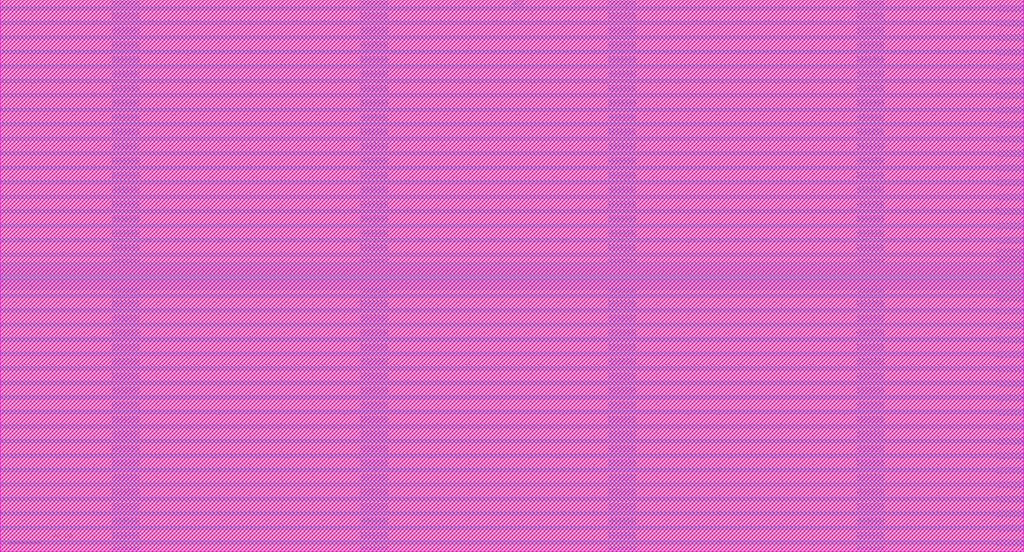
<source format=lef>
# Created by MC2 : Version 2012.02.00.d on 2024/05/13, 17:41:26

#*********************************************************************************************************************/
# Software       : TSMC MEMORY COMPILER tsn28hpcpd127spsram_2012.02.00.d.180a						*/
# Technology     : TSMC 28nm CMOS LOGIC High Performance Compact Mobile Computing Plus 1P10M HKMG CU_ELK 0.9V				*/
#  Memory Type    : TSMC 28nm High Performance Compact Mobile Computing Plus Single Port SRAM with d127 bit cell SVT periphery */
# Library Name   : ts1n28hpcpsvtb32768x36m16swso (user specify : TS1N28HPCPSVTB32768X36M16SWSO)				*/
# Library Version: 180a												*/
# Generated Time : 2024/05/13, 17:41:17										*/
#*********************************************************************************************************************/
#															*/
# STATEMENT OF USE													*/
#															*/
# This information contains confidential and proprietary information of TSMC.					*/
# No part of this information may be reproduced, transmitted, transcribed,						*/
# stored in a retrieval system, or translated into any human or computer						*/
# language, in any form or by any means, electronic, mechanical, magnetic,						*/
# optical, chemical, manual, or otherwise, without the prior written permission					*/
# of TSMC. This information was prepared for informational purpose and is for					*/
# use by TSMC's customers only. TSMC reserves the right to make changes in the					*/
# information at any time and without notice.									*/
#															*/
#*********************************************************************************************************************/
VERSION 5.7 ;
BUSBITCHARS "[]" ;
DIVIDERCHAR "/" ;

MACRO TS1N28HPCPSVTB32768X36M16SWSO
	CLASS BLOCK ;
	FOREIGN TS1N28HPCPSVTB32768X36M16SWSO 0.0 0.0 ;
	ORIGIN 0.0 0.0 ;
	SIZE 654.735 BY 353.410 ;
	SYMMETRY X Y ;
	PIN A[0]
		DIRECTION INPUT ;
		USE SIGNAL ;
		PORT
			LAYER M2 ;
			RECT 654.555 179.190 654.735 179.340 ;
			LAYER M1 ;
			RECT 654.555 179.190 654.735 179.340 ;
			LAYER M3 ;
			RECT 654.555 179.190 654.735 179.340 ;
		END
		ANTENNAGATEAREA 0.039000 LAYER M1 ;
		ANTENNADIFFAREA 0.020000 LAYER M1 ;
		ANTENNAPARTIALMETALAREA 0.109700 LAYER M1 ;
		ANTENNAMAXAREACAR 2.041700 LAYER M1 ;
		ANTENNAPARTIALCUTAREA 0.026000 LAYER VIA1 ;
		ANTENNAMAXAREACAR 0.333300 LAYER VIA1 ;
		ANTENNAGATEAREA 0.039000 LAYER M2 ;
		ANTENNADIFFAREA 0.020000 LAYER M2 ;
		ANTENNAPARTIALMETALAREA 0.483700 LAYER M2 ;
		ANTENNAMAXAREACAR 18.165000 LAYER M2 ;
		ANTENNAPARTIALCUTAREA 0.006500 LAYER VIA2 ;
		ANTENNAMAXAREACAR 0.500000 LAYER VIA2 ;
		ANTENNAGATEAREA 0.039000 LAYER M3 ;
		ANTENNADIFFAREA 0.020000 LAYER M3 ;
		ANTENNAPARTIALMETALAREA 0.027000 LAYER M3 ;
		ANTENNAMAXAREACAR 19.065000 LAYER M3 ;
	END A[0]

	PIN A[10]
		DIRECTION INPUT ;
		USE SIGNAL ;
		PORT
			LAYER M1 ;
			RECT 654.555 169.330 654.735 169.480 ;
			LAYER M3 ;
			RECT 654.555 169.330 654.735 169.480 ;
			LAYER M2 ;
			RECT 654.555 169.330 654.735 169.480 ;
		END
		ANTENNAGATEAREA 0.039000 LAYER M1 ;
		ANTENNADIFFAREA 0.020000 LAYER M1 ;
		ANTENNAPARTIALMETALAREA 0.109700 LAYER M1 ;
		ANTENNAMAXAREACAR 2.041700 LAYER M1 ;
		ANTENNAPARTIALCUTAREA 0.026000 LAYER VIA1 ;
		ANTENNAMAXAREACAR 0.333300 LAYER VIA1 ;
		ANTENNAGATEAREA 0.039000 LAYER M2 ;
		ANTENNADIFFAREA 0.020000 LAYER M2 ;
		ANTENNAPARTIALMETALAREA 0.483700 LAYER M2 ;
		ANTENNAMAXAREACAR 18.165000 LAYER M2 ;
		ANTENNAPARTIALCUTAREA 0.006500 LAYER VIA2 ;
		ANTENNAMAXAREACAR 0.500000 LAYER VIA2 ;
		ANTENNAGATEAREA 0.039000 LAYER M3 ;
		ANTENNADIFFAREA 0.020000 LAYER M3 ;
		ANTENNAPARTIALMETALAREA 0.027000 LAYER M3 ;
		ANTENNAMAXAREACAR 19.065000 LAYER M3 ;
	END A[10]

	PIN A[11]
		DIRECTION INPUT ;
		USE SIGNAL ;
		PORT
			LAYER M3 ;
			RECT 654.555 168.940 654.735 169.090 ;
			LAYER M2 ;
			RECT 654.555 168.940 654.735 169.090 ;
			LAYER M1 ;
			RECT 654.555 168.940 654.735 169.090 ;
		END
		ANTENNAGATEAREA 0.039000 LAYER M1 ;
		ANTENNADIFFAREA 0.020000 LAYER M1 ;
		ANTENNAPARTIALMETALAREA 0.109700 LAYER M1 ;
		ANTENNAMAXAREACAR 2.041700 LAYER M1 ;
		ANTENNAPARTIALCUTAREA 0.026000 LAYER VIA1 ;
		ANTENNAMAXAREACAR 0.333300 LAYER VIA1 ;
		ANTENNAGATEAREA 0.039000 LAYER M2 ;
		ANTENNADIFFAREA 0.020000 LAYER M2 ;
		ANTENNAPARTIALMETALAREA 0.483700 LAYER M2 ;
		ANTENNAMAXAREACAR 18.165000 LAYER M2 ;
		ANTENNAPARTIALCUTAREA 0.006500 LAYER VIA2 ;
		ANTENNAMAXAREACAR 0.500000 LAYER VIA2 ;
		ANTENNAGATEAREA 0.039000 LAYER M3 ;
		ANTENNADIFFAREA 0.020000 LAYER M3 ;
		ANTENNAPARTIALMETALAREA 0.027000 LAYER M3 ;
		ANTENNAMAXAREACAR 19.065000 LAYER M3 ;
	END A[11]

	PIN A[12]
		DIRECTION INPUT ;
		USE SIGNAL ;
		PORT
			LAYER M3 ;
			RECT 654.555 181.630 654.735 181.780 ;
			LAYER M1 ;
			RECT 654.555 181.630 654.735 181.780 ;
			LAYER M2 ;
			RECT 654.555 181.630 654.735 181.780 ;
		END
		ANTENNAGATEAREA 0.039000 LAYER M1 ;
		ANTENNADIFFAREA 0.020000 LAYER M1 ;
		ANTENNAPARTIALMETALAREA 0.109700 LAYER M1 ;
		ANTENNAMAXAREACAR 2.041700 LAYER M1 ;
		ANTENNAPARTIALCUTAREA 0.026000 LAYER VIA1 ;
		ANTENNAMAXAREACAR 0.333300 LAYER VIA1 ;
		ANTENNAGATEAREA 0.039000 LAYER M2 ;
		ANTENNADIFFAREA 0.020000 LAYER M2 ;
		ANTENNAPARTIALMETALAREA 0.483700 LAYER M2 ;
		ANTENNAMAXAREACAR 18.165000 LAYER M2 ;
		ANTENNAPARTIALCUTAREA 0.006500 LAYER VIA2 ;
		ANTENNAMAXAREACAR 0.500000 LAYER VIA2 ;
		ANTENNAGATEAREA 0.039000 LAYER M3 ;
		ANTENNADIFFAREA 0.020000 LAYER M3 ;
		ANTENNAPARTIALMETALAREA 0.027000 LAYER M3 ;
		ANTENNAMAXAREACAR 19.065000 LAYER M3 ;
	END A[12]

	PIN A[13]
		DIRECTION INPUT ;
		USE SIGNAL ;
		PORT
			LAYER M1 ;
			RECT 654.555 181.240 654.735 181.390 ;
			LAYER M2 ;
			RECT 654.555 181.240 654.735 181.390 ;
			LAYER M3 ;
			RECT 654.555 181.240 654.735 181.390 ;
		END
		ANTENNAGATEAREA 0.039000 LAYER M1 ;
		ANTENNADIFFAREA 0.020000 LAYER M1 ;
		ANTENNAPARTIALMETALAREA 0.109700 LAYER M1 ;
		ANTENNAMAXAREACAR 2.041700 LAYER M1 ;
		ANTENNAPARTIALCUTAREA 0.026000 LAYER VIA1 ;
		ANTENNAMAXAREACAR 0.333300 LAYER VIA1 ;
		ANTENNAGATEAREA 0.039000 LAYER M2 ;
		ANTENNADIFFAREA 0.020000 LAYER M2 ;
		ANTENNAPARTIALMETALAREA 0.483700 LAYER M2 ;
		ANTENNAMAXAREACAR 18.165000 LAYER M2 ;
		ANTENNAPARTIALCUTAREA 0.006500 LAYER VIA2 ;
		ANTENNAMAXAREACAR 0.500000 LAYER VIA2 ;
		ANTENNAGATEAREA 0.039000 LAYER M3 ;
		ANTENNADIFFAREA 0.020000 LAYER M3 ;
		ANTENNAPARTIALMETALAREA 0.027000 LAYER M3 ;
		ANTENNAMAXAREACAR 19.065000 LAYER M3 ;
	END A[13]

	PIN A[14]
		DIRECTION INPUT ;
		USE SIGNAL ;
		PORT
			LAYER M3 ;
			RECT 654.555 179.580 654.735 179.730 ;
			LAYER M2 ;
			RECT 654.555 179.580 654.735 179.730 ;
			LAYER M1 ;
			RECT 654.555 179.580 654.735 179.730 ;
		END
		ANTENNAGATEAREA 0.039000 LAYER M1 ;
		ANTENNADIFFAREA 0.020000 LAYER M1 ;
		ANTENNAPARTIALMETALAREA 0.109700 LAYER M1 ;
		ANTENNAMAXAREACAR 2.041700 LAYER M1 ;
		ANTENNAPARTIALCUTAREA 0.026000 LAYER VIA1 ;
		ANTENNAMAXAREACAR 0.333300 LAYER VIA1 ;
		ANTENNAGATEAREA 0.039000 LAYER M2 ;
		ANTENNADIFFAREA 0.020000 LAYER M2 ;
		ANTENNAPARTIALMETALAREA 0.483700 LAYER M2 ;
		ANTENNAMAXAREACAR 18.165000 LAYER M2 ;
		ANTENNAPARTIALCUTAREA 0.006500 LAYER VIA2 ;
		ANTENNAMAXAREACAR 0.500000 LAYER VIA2 ;
		ANTENNAGATEAREA 0.039000 LAYER M3 ;
		ANTENNADIFFAREA 0.020000 LAYER M3 ;
		ANTENNAPARTIALMETALAREA 0.027000 LAYER M3 ;
		ANTENNAMAXAREACAR 19.065000 LAYER M3 ;
	END A[14]

	PIN A[1]
		DIRECTION INPUT ;
		USE SIGNAL ;
		PORT
			LAYER M1 ;
			RECT 654.555 177.530 654.735 177.680 ;
			LAYER M3 ;
			RECT 654.555 177.530 654.735 177.680 ;
			LAYER M2 ;
			RECT 654.555 177.530 654.735 177.680 ;
		END
		ANTENNAGATEAREA 0.039000 LAYER M1 ;
		ANTENNADIFFAREA 0.020000 LAYER M1 ;
		ANTENNAPARTIALMETALAREA 0.109700 LAYER M1 ;
		ANTENNAMAXAREACAR 2.041700 LAYER M1 ;
		ANTENNAPARTIALCUTAREA 0.026000 LAYER VIA1 ;
		ANTENNAMAXAREACAR 0.333300 LAYER VIA1 ;
		ANTENNAGATEAREA 0.039000 LAYER M2 ;
		ANTENNADIFFAREA 0.020000 LAYER M2 ;
		ANTENNAPARTIALMETALAREA 0.483700 LAYER M2 ;
		ANTENNAMAXAREACAR 18.165000 LAYER M2 ;
		ANTENNAPARTIALCUTAREA 0.006500 LAYER VIA2 ;
		ANTENNAMAXAREACAR 0.500000 LAYER VIA2 ;
		ANTENNAGATEAREA 0.039000 LAYER M3 ;
		ANTENNADIFFAREA 0.020000 LAYER M3 ;
		ANTENNAPARTIALMETALAREA 0.027000 LAYER M3 ;
		ANTENNAMAXAREACAR 19.065000 LAYER M3 ;
	END A[1]

	PIN A[2]
		DIRECTION INPUT ;
		USE SIGNAL ;
		PORT
			LAYER M2 ;
			RECT 654.555 177.140 654.735 177.290 ;
			LAYER M1 ;
			RECT 654.555 177.140 654.735 177.290 ;
			LAYER M3 ;
			RECT 654.555 177.140 654.735 177.290 ;
		END
		ANTENNAGATEAREA 0.039000 LAYER M1 ;
		ANTENNADIFFAREA 0.020000 LAYER M1 ;
		ANTENNAPARTIALMETALAREA 0.109700 LAYER M1 ;
		ANTENNAMAXAREACAR 2.041700 LAYER M1 ;
		ANTENNAPARTIALCUTAREA 0.026000 LAYER VIA1 ;
		ANTENNAMAXAREACAR 0.333300 LAYER VIA1 ;
		ANTENNAGATEAREA 0.039000 LAYER M2 ;
		ANTENNADIFFAREA 0.020000 LAYER M2 ;
		ANTENNAPARTIALMETALAREA 0.483700 LAYER M2 ;
		ANTENNAMAXAREACAR 18.165000 LAYER M2 ;
		ANTENNAPARTIALCUTAREA 0.006500 LAYER VIA2 ;
		ANTENNAMAXAREACAR 0.500000 LAYER VIA2 ;
		ANTENNAGATEAREA 0.039000 LAYER M3 ;
		ANTENNADIFFAREA 0.020000 LAYER M3 ;
		ANTENNAPARTIALMETALAREA 0.027000 LAYER M3 ;
		ANTENNAMAXAREACAR 19.065000 LAYER M3 ;
	END A[2]

	PIN A[3]
		DIRECTION INPUT ;
		USE SIGNAL ;
		PORT
			LAYER M1 ;
			RECT 654.555 167.280 654.735 167.430 ;
			LAYER M3 ;
			RECT 654.555 167.280 654.735 167.430 ;
			LAYER M2 ;
			RECT 654.555 167.280 654.735 167.430 ;
		END
		ANTENNAGATEAREA 0.039000 LAYER M1 ;
		ANTENNADIFFAREA 0.020000 LAYER M1 ;
		ANTENNAPARTIALMETALAREA 0.109700 LAYER M1 ;
		ANTENNAMAXAREACAR 2.041700 LAYER M1 ;
		ANTENNAPARTIALCUTAREA 0.026000 LAYER VIA1 ;
		ANTENNAMAXAREACAR 0.333300 LAYER VIA1 ;
		ANTENNAGATEAREA 0.039000 LAYER M2 ;
		ANTENNADIFFAREA 0.020000 LAYER M2 ;
		ANTENNAPARTIALMETALAREA 0.483700 LAYER M2 ;
		ANTENNAMAXAREACAR 18.165000 LAYER M2 ;
		ANTENNAPARTIALCUTAREA 0.006500 LAYER VIA2 ;
		ANTENNAMAXAREACAR 0.500000 LAYER VIA2 ;
		ANTENNAGATEAREA 0.039000 LAYER M3 ;
		ANTENNADIFFAREA 0.020000 LAYER M3 ;
		ANTENNAPARTIALMETALAREA 0.027000 LAYER M3 ;
		ANTENNAMAXAREACAR 19.065000 LAYER M3 ;
	END A[3]

	PIN A[4]
		DIRECTION INPUT ;
		USE SIGNAL ;
		PORT
			LAYER M2 ;
			RECT 654.555 173.040 654.735 173.190 ;
			LAYER M3 ;
			RECT 654.555 173.040 654.735 173.190 ;
			LAYER M1 ;
			RECT 654.555 173.040 654.735 173.190 ;
		END
		ANTENNAGATEAREA 0.039000 LAYER M1 ;
		ANTENNADIFFAREA 0.020000 LAYER M1 ;
		ANTENNAPARTIALMETALAREA 0.109700 LAYER M1 ;
		ANTENNAMAXAREACAR 2.041700 LAYER M1 ;
		ANTENNAPARTIALCUTAREA 0.026000 LAYER VIA1 ;
		ANTENNAMAXAREACAR 0.333300 LAYER VIA1 ;
		ANTENNAGATEAREA 0.039000 LAYER M2 ;
		ANTENNADIFFAREA 0.020000 LAYER M2 ;
		ANTENNAPARTIALMETALAREA 0.483700 LAYER M2 ;
		ANTENNAMAXAREACAR 18.165000 LAYER M2 ;
		ANTENNAPARTIALCUTAREA 0.006500 LAYER VIA2 ;
		ANTENNAMAXAREACAR 0.500000 LAYER VIA2 ;
		ANTENNAGATEAREA 0.039000 LAYER M3 ;
		ANTENNADIFFAREA 0.020000 LAYER M3 ;
		ANTENNAPARTIALMETALAREA 0.027000 LAYER M3 ;
		ANTENNAMAXAREACAR 19.065000 LAYER M3 ;
	END A[4]

	PIN A[5]
		DIRECTION INPUT ;
		USE SIGNAL ;
		PORT
			LAYER M3 ;
			RECT 654.555 171.380 654.735 171.530 ;
			LAYER M1 ;
			RECT 654.555 171.380 654.735 171.530 ;
			LAYER M2 ;
			RECT 654.555 171.380 654.735 171.530 ;
		END
		ANTENNAGATEAREA 0.039000 LAYER M1 ;
		ANTENNADIFFAREA 0.020000 LAYER M1 ;
		ANTENNAPARTIALMETALAREA 0.109700 LAYER M1 ;
		ANTENNAMAXAREACAR 2.041700 LAYER M1 ;
		ANTENNAPARTIALCUTAREA 0.026000 LAYER VIA1 ;
		ANTENNAMAXAREACAR 0.333300 LAYER VIA1 ;
		ANTENNAGATEAREA 0.039000 LAYER M2 ;
		ANTENNADIFFAREA 0.020000 LAYER M2 ;
		ANTENNAPARTIALMETALAREA 0.483700 LAYER M2 ;
		ANTENNAMAXAREACAR 18.165000 LAYER M2 ;
		ANTENNAPARTIALCUTAREA 0.006500 LAYER VIA2 ;
		ANTENNAMAXAREACAR 0.500000 LAYER VIA2 ;
		ANTENNAGATEAREA 0.039000 LAYER M3 ;
		ANTENNADIFFAREA 0.020000 LAYER M3 ;
		ANTENNAPARTIALMETALAREA 0.027000 LAYER M3 ;
		ANTENNAMAXAREACAR 19.065000 LAYER M3 ;
	END A[5]

	PIN A[6]
		DIRECTION INPUT ;
		USE SIGNAL ;
		PORT
			LAYER M3 ;
			RECT 654.555 170.990 654.735 171.140 ;
			LAYER M1 ;
			RECT 654.555 170.990 654.735 171.140 ;
			LAYER M2 ;
			RECT 654.555 170.990 654.735 171.140 ;
		END
		ANTENNAGATEAREA 0.039000 LAYER M1 ;
		ANTENNADIFFAREA 0.020000 LAYER M1 ;
		ANTENNAPARTIALMETALAREA 0.109700 LAYER M1 ;
		ANTENNAMAXAREACAR 2.041700 LAYER M1 ;
		ANTENNAPARTIALCUTAREA 0.026000 LAYER VIA1 ;
		ANTENNAMAXAREACAR 0.333300 LAYER VIA1 ;
		ANTENNAGATEAREA 0.039000 LAYER M2 ;
		ANTENNADIFFAREA 0.020000 LAYER M2 ;
		ANTENNAPARTIALMETALAREA 0.483700 LAYER M2 ;
		ANTENNAMAXAREACAR 18.165000 LAYER M2 ;
		ANTENNAPARTIALCUTAREA 0.006500 LAYER VIA2 ;
		ANTENNAMAXAREACAR 0.500000 LAYER VIA2 ;
		ANTENNAGATEAREA 0.039000 LAYER M3 ;
		ANTENNADIFFAREA 0.020000 LAYER M3 ;
		ANTENNAPARTIALMETALAREA 0.027000 LAYER M3 ;
		ANTENNAMAXAREACAR 19.065000 LAYER M3 ;
	END A[6]

	PIN A[7]
		DIRECTION INPUT ;
		USE SIGNAL ;
		PORT
			LAYER M1 ;
			RECT 654.555 175.480 654.735 175.630 ;
			LAYER M2 ;
			RECT 654.555 175.480 654.735 175.630 ;
			LAYER M3 ;
			RECT 654.555 175.480 654.735 175.630 ;
		END
		ANTENNAGATEAREA 0.039000 LAYER M1 ;
		ANTENNADIFFAREA 0.020000 LAYER M1 ;
		ANTENNAPARTIALMETALAREA 0.109700 LAYER M1 ;
		ANTENNAMAXAREACAR 2.041700 LAYER M1 ;
		ANTENNAPARTIALCUTAREA 0.026000 LAYER VIA1 ;
		ANTENNAMAXAREACAR 0.333300 LAYER VIA1 ;
		ANTENNAGATEAREA 0.039000 LAYER M2 ;
		ANTENNADIFFAREA 0.020000 LAYER M2 ;
		ANTENNAPARTIALMETALAREA 0.483700 LAYER M2 ;
		ANTENNAMAXAREACAR 18.165000 LAYER M2 ;
		ANTENNAPARTIALCUTAREA 0.006500 LAYER VIA2 ;
		ANTENNAMAXAREACAR 0.500000 LAYER VIA2 ;
		ANTENNAGATEAREA 0.039000 LAYER M3 ;
		ANTENNADIFFAREA 0.020000 LAYER M3 ;
		ANTENNAPARTIALMETALAREA 0.027000 LAYER M3 ;
		ANTENNAMAXAREACAR 19.065000 LAYER M3 ;
	END A[7]

	PIN A[8]
		DIRECTION INPUT ;
		USE SIGNAL ;
		PORT
			LAYER M3 ;
			RECT 654.555 175.090 654.735 175.240 ;
			LAYER M1 ;
			RECT 654.555 175.090 654.735 175.240 ;
			LAYER M2 ;
			RECT 654.555 175.090 654.735 175.240 ;
		END
		ANTENNAGATEAREA 0.039000 LAYER M1 ;
		ANTENNADIFFAREA 0.020000 LAYER M1 ;
		ANTENNAPARTIALMETALAREA 0.109700 LAYER M1 ;
		ANTENNAMAXAREACAR 2.041700 LAYER M1 ;
		ANTENNAPARTIALCUTAREA 0.026000 LAYER VIA1 ;
		ANTENNAMAXAREACAR 0.333300 LAYER VIA1 ;
		ANTENNAGATEAREA 0.039000 LAYER M2 ;
		ANTENNADIFFAREA 0.020000 LAYER M2 ;
		ANTENNAPARTIALMETALAREA 0.483700 LAYER M2 ;
		ANTENNAMAXAREACAR 18.165000 LAYER M2 ;
		ANTENNAPARTIALCUTAREA 0.006500 LAYER VIA2 ;
		ANTENNAMAXAREACAR 0.500000 LAYER VIA2 ;
		ANTENNAGATEAREA 0.039000 LAYER M3 ;
		ANTENNADIFFAREA 0.020000 LAYER M3 ;
		ANTENNAPARTIALMETALAREA 0.027000 LAYER M3 ;
		ANTENNAMAXAREACAR 19.065000 LAYER M3 ;
	END A[8]

	PIN A[9]
		DIRECTION INPUT ;
		USE SIGNAL ;
		PORT
			LAYER M2 ;
			RECT 654.555 173.430 654.735 173.580 ;
			LAYER M3 ;
			RECT 654.555 173.430 654.735 173.580 ;
			LAYER M1 ;
			RECT 654.555 173.430 654.735 173.580 ;
		END
		ANTENNAGATEAREA 0.039000 LAYER M1 ;
		ANTENNADIFFAREA 0.020000 LAYER M1 ;
		ANTENNAPARTIALMETALAREA 0.109700 LAYER M1 ;
		ANTENNAMAXAREACAR 2.041700 LAYER M1 ;
		ANTENNAPARTIALCUTAREA 0.026000 LAYER VIA1 ;
		ANTENNAMAXAREACAR 0.333300 LAYER VIA1 ;
		ANTENNAGATEAREA 0.039000 LAYER M2 ;
		ANTENNADIFFAREA 0.020000 LAYER M2 ;
		ANTENNAPARTIALMETALAREA 0.483700 LAYER M2 ;
		ANTENNAMAXAREACAR 18.165000 LAYER M2 ;
		ANTENNAPARTIALCUTAREA 0.006500 LAYER VIA2 ;
		ANTENNAMAXAREACAR 0.500000 LAYER VIA2 ;
		ANTENNAGATEAREA 0.039000 LAYER M3 ;
		ANTENNADIFFAREA 0.020000 LAYER M3 ;
		ANTENNAPARTIALMETALAREA 0.027000 LAYER M3 ;
		ANTENNAMAXAREACAR 19.065000 LAYER M3 ;
	END A[9]

	PIN BWEB[0]
		DIRECTION INPUT ;
		USE SIGNAL ;
		PORT
			LAYER M1 ;
			RECT 654.555 7.025 654.735 7.175 ;
			LAYER M2 ;
			RECT 654.555 7.025 654.735 7.175 ;
			LAYER M3 ;
			RECT 654.555 7.025 654.735 7.175 ;
		END
		ANTENNAGATEAREA 0.039000 LAYER M1 ;
		ANTENNADIFFAREA 0.020000 LAYER M1 ;
		ANTENNAPARTIALMETALAREA 0.125300 LAYER M1 ;
		ANTENNAMAXAREACAR 2.560000 LAYER M1 ;
		ANTENNAPARTIALCUTAREA 0.026000 LAYER VIA1 ;
		ANTENNAMAXAREACAR 0.333300 LAYER VIA1 ;
		ANTENNAGATEAREA 0.039000 LAYER M2 ;
		ANTENNADIFFAREA 0.020000 LAYER M2 ;
		ANTENNAPARTIALMETALAREA 0.484400 LAYER M2 ;
		ANTENNAMAXAREACAR 18.705000 LAYER M2 ;
		ANTENNAPARTIALCUTAREA 0.006500 LAYER VIA2 ;
		ANTENNAMAXAREACAR 0.500000 LAYER VIA2 ;
		ANTENNAGATEAREA 0.039000 LAYER M3 ;
		ANTENNADIFFAREA 0.020000 LAYER M3 ;
		ANTENNAPARTIALMETALAREA 0.027000 LAYER M3 ;
		ANTENNAMAXAREACAR 19.605000 LAYER M3 ;
	END BWEB[0]

	PIN BWEB[10]
		DIRECTION INPUT ;
		USE SIGNAL ;
		PORT
			LAYER M2 ;
			RECT 654.555 99.825 654.735 99.975 ;
			LAYER M1 ;
			RECT 654.555 99.825 654.735 99.975 ;
			LAYER M3 ;
			RECT 654.555 99.825 654.735 99.975 ;
		END
		ANTENNAGATEAREA 0.039000 LAYER M1 ;
		ANTENNADIFFAREA 0.020000 LAYER M1 ;
		ANTENNAPARTIALMETALAREA 0.125300 LAYER M1 ;
		ANTENNAMAXAREACAR 2.560000 LAYER M1 ;
		ANTENNAPARTIALCUTAREA 0.026000 LAYER VIA1 ;
		ANTENNAMAXAREACAR 0.333300 LAYER VIA1 ;
		ANTENNAGATEAREA 0.039000 LAYER M2 ;
		ANTENNADIFFAREA 0.020000 LAYER M2 ;
		ANTENNAPARTIALMETALAREA 0.484400 LAYER M2 ;
		ANTENNAMAXAREACAR 18.705000 LAYER M2 ;
		ANTENNAPARTIALCUTAREA 0.006500 LAYER VIA2 ;
		ANTENNAMAXAREACAR 0.500000 LAYER VIA2 ;
		ANTENNAGATEAREA 0.039000 LAYER M3 ;
		ANTENNADIFFAREA 0.020000 LAYER M3 ;
		ANTENNAPARTIALMETALAREA 0.027000 LAYER M3 ;
		ANTENNAMAXAREACAR 19.605000 LAYER M3 ;
	END BWEB[10]

	PIN BWEB[11]
		DIRECTION INPUT ;
		USE SIGNAL ;
		PORT
			LAYER M2 ;
			RECT 654.555 109.105 654.735 109.255 ;
			LAYER M1 ;
			RECT 654.555 109.105 654.735 109.255 ;
			LAYER M3 ;
			RECT 654.555 109.105 654.735 109.255 ;
		END
		ANTENNAGATEAREA 0.039000 LAYER M1 ;
		ANTENNADIFFAREA 0.020000 LAYER M1 ;
		ANTENNAPARTIALMETALAREA 0.125300 LAYER M1 ;
		ANTENNAMAXAREACAR 2.560000 LAYER M1 ;
		ANTENNAPARTIALCUTAREA 0.026000 LAYER VIA1 ;
		ANTENNAMAXAREACAR 0.333300 LAYER VIA1 ;
		ANTENNAGATEAREA 0.039000 LAYER M2 ;
		ANTENNADIFFAREA 0.020000 LAYER M2 ;
		ANTENNAPARTIALMETALAREA 0.484400 LAYER M2 ;
		ANTENNAMAXAREACAR 18.705000 LAYER M2 ;
		ANTENNAPARTIALCUTAREA 0.006500 LAYER VIA2 ;
		ANTENNAMAXAREACAR 0.500000 LAYER VIA2 ;
		ANTENNAGATEAREA 0.039000 LAYER M3 ;
		ANTENNADIFFAREA 0.020000 LAYER M3 ;
		ANTENNAPARTIALMETALAREA 0.027000 LAYER M3 ;
		ANTENNAMAXAREACAR 19.605000 LAYER M3 ;
	END BWEB[11]

	PIN BWEB[12]
		DIRECTION INPUT ;
		USE SIGNAL ;
		PORT
			LAYER M2 ;
			RECT 654.555 118.385 654.735 118.535 ;
			LAYER M1 ;
			RECT 654.555 118.385 654.735 118.535 ;
			LAYER M3 ;
			RECT 654.555 118.385 654.735 118.535 ;
		END
		ANTENNAGATEAREA 0.039000 LAYER M1 ;
		ANTENNADIFFAREA 0.020000 LAYER M1 ;
		ANTENNAPARTIALMETALAREA 0.125300 LAYER M1 ;
		ANTENNAMAXAREACAR 2.560000 LAYER M1 ;
		ANTENNAPARTIALCUTAREA 0.026000 LAYER VIA1 ;
		ANTENNAMAXAREACAR 0.333300 LAYER VIA1 ;
		ANTENNAGATEAREA 0.039000 LAYER M2 ;
		ANTENNADIFFAREA 0.020000 LAYER M2 ;
		ANTENNAPARTIALMETALAREA 0.484400 LAYER M2 ;
		ANTENNAMAXAREACAR 18.705000 LAYER M2 ;
		ANTENNAPARTIALCUTAREA 0.006500 LAYER VIA2 ;
		ANTENNAMAXAREACAR 0.500000 LAYER VIA2 ;
		ANTENNAGATEAREA 0.039000 LAYER M3 ;
		ANTENNADIFFAREA 0.020000 LAYER M3 ;
		ANTENNAPARTIALMETALAREA 0.027000 LAYER M3 ;
		ANTENNAMAXAREACAR 19.605000 LAYER M3 ;
	END BWEB[12]

	PIN BWEB[13]
		DIRECTION INPUT ;
		USE SIGNAL ;
		PORT
			LAYER M2 ;
			RECT 654.555 127.665 654.735 127.815 ;
			LAYER M3 ;
			RECT 654.555 127.665 654.735 127.815 ;
			LAYER M1 ;
			RECT 654.555 127.665 654.735 127.815 ;
		END
		ANTENNAGATEAREA 0.039000 LAYER M1 ;
		ANTENNADIFFAREA 0.020000 LAYER M1 ;
		ANTENNAPARTIALMETALAREA 0.125300 LAYER M1 ;
		ANTENNAMAXAREACAR 2.560000 LAYER M1 ;
		ANTENNAPARTIALCUTAREA 0.026000 LAYER VIA1 ;
		ANTENNAMAXAREACAR 0.333300 LAYER VIA1 ;
		ANTENNAGATEAREA 0.039000 LAYER M2 ;
		ANTENNADIFFAREA 0.020000 LAYER M2 ;
		ANTENNAPARTIALMETALAREA 0.484400 LAYER M2 ;
		ANTENNAMAXAREACAR 18.705000 LAYER M2 ;
		ANTENNAPARTIALCUTAREA 0.006500 LAYER VIA2 ;
		ANTENNAMAXAREACAR 0.500000 LAYER VIA2 ;
		ANTENNAGATEAREA 0.039000 LAYER M3 ;
		ANTENNADIFFAREA 0.020000 LAYER M3 ;
		ANTENNAPARTIALMETALAREA 0.027000 LAYER M3 ;
		ANTENNAMAXAREACAR 19.605000 LAYER M3 ;
	END BWEB[13]

	PIN BWEB[14]
		DIRECTION INPUT ;
		USE SIGNAL ;
		PORT
			LAYER M1 ;
			RECT 654.555 136.945 654.735 137.095 ;
			LAYER M3 ;
			RECT 654.555 136.945 654.735 137.095 ;
			LAYER M2 ;
			RECT 654.555 136.945 654.735 137.095 ;
		END
		ANTENNAGATEAREA 0.039000 LAYER M1 ;
		ANTENNADIFFAREA 0.020000 LAYER M1 ;
		ANTENNAPARTIALMETALAREA 0.125300 LAYER M1 ;
		ANTENNAMAXAREACAR 2.560000 LAYER M1 ;
		ANTENNAPARTIALCUTAREA 0.026000 LAYER VIA1 ;
		ANTENNAMAXAREACAR 0.333300 LAYER VIA1 ;
		ANTENNAGATEAREA 0.039000 LAYER M2 ;
		ANTENNADIFFAREA 0.020000 LAYER M2 ;
		ANTENNAPARTIALMETALAREA 0.484400 LAYER M2 ;
		ANTENNAMAXAREACAR 18.705000 LAYER M2 ;
		ANTENNAPARTIALCUTAREA 0.006500 LAYER VIA2 ;
		ANTENNAMAXAREACAR 0.500000 LAYER VIA2 ;
		ANTENNAGATEAREA 0.039000 LAYER M3 ;
		ANTENNADIFFAREA 0.020000 LAYER M3 ;
		ANTENNAPARTIALMETALAREA 0.027000 LAYER M3 ;
		ANTENNAMAXAREACAR 19.605000 LAYER M3 ;
	END BWEB[14]

	PIN BWEB[15]
		DIRECTION INPUT ;
		USE SIGNAL ;
		PORT
			LAYER M1 ;
			RECT 654.555 146.225 654.735 146.375 ;
			LAYER M3 ;
			RECT 654.555 146.225 654.735 146.375 ;
			LAYER M2 ;
			RECT 654.555 146.225 654.735 146.375 ;
		END
		ANTENNAGATEAREA 0.039000 LAYER M1 ;
		ANTENNADIFFAREA 0.020000 LAYER M1 ;
		ANTENNAPARTIALMETALAREA 0.125300 LAYER M1 ;
		ANTENNAMAXAREACAR 2.560000 LAYER M1 ;
		ANTENNAPARTIALCUTAREA 0.026000 LAYER VIA1 ;
		ANTENNAMAXAREACAR 0.333300 LAYER VIA1 ;
		ANTENNAGATEAREA 0.039000 LAYER M2 ;
		ANTENNADIFFAREA 0.020000 LAYER M2 ;
		ANTENNAPARTIALMETALAREA 0.484400 LAYER M2 ;
		ANTENNAMAXAREACAR 18.705000 LAYER M2 ;
		ANTENNAPARTIALCUTAREA 0.006500 LAYER VIA2 ;
		ANTENNAMAXAREACAR 0.500000 LAYER VIA2 ;
		ANTENNAGATEAREA 0.039000 LAYER M3 ;
		ANTENNADIFFAREA 0.020000 LAYER M3 ;
		ANTENNAPARTIALMETALAREA 0.027000 LAYER M3 ;
		ANTENNAMAXAREACAR 19.605000 LAYER M3 ;
	END BWEB[15]

	PIN BWEB[16]
		DIRECTION INPUT ;
		USE SIGNAL ;
		PORT
			LAYER M2 ;
			RECT 654.555 155.505 654.735 155.655 ;
			LAYER M3 ;
			RECT 654.555 155.505 654.735 155.655 ;
			LAYER M1 ;
			RECT 654.555 155.505 654.735 155.655 ;
		END
		ANTENNAGATEAREA 0.039000 LAYER M1 ;
		ANTENNADIFFAREA 0.020000 LAYER M1 ;
		ANTENNAPARTIALMETALAREA 0.125300 LAYER M1 ;
		ANTENNAMAXAREACAR 2.560000 LAYER M1 ;
		ANTENNAPARTIALCUTAREA 0.026000 LAYER VIA1 ;
		ANTENNAMAXAREACAR 0.333300 LAYER VIA1 ;
		ANTENNAGATEAREA 0.039000 LAYER M2 ;
		ANTENNADIFFAREA 0.020000 LAYER M2 ;
		ANTENNAPARTIALMETALAREA 0.484400 LAYER M2 ;
		ANTENNAMAXAREACAR 18.705000 LAYER M2 ;
		ANTENNAPARTIALCUTAREA 0.006500 LAYER VIA2 ;
		ANTENNAMAXAREACAR 0.500000 LAYER VIA2 ;
		ANTENNAGATEAREA 0.039000 LAYER M3 ;
		ANTENNADIFFAREA 0.020000 LAYER M3 ;
		ANTENNAPARTIALMETALAREA 0.027000 LAYER M3 ;
		ANTENNAMAXAREACAR 19.605000 LAYER M3 ;
	END BWEB[16]

	PIN BWEB[17]
		DIRECTION INPUT ;
		USE SIGNAL ;
		PORT
			LAYER M2 ;
			RECT 654.555 160.145 654.735 160.295 ;
			LAYER M1 ;
			RECT 654.555 160.145 654.735 160.295 ;
			LAYER M3 ;
			RECT 654.555 160.145 654.735 160.295 ;
		END
		ANTENNAGATEAREA 0.039000 LAYER M1 ;
		ANTENNADIFFAREA 0.020000 LAYER M1 ;
		ANTENNAPARTIALMETALAREA 0.125300 LAYER M1 ;
		ANTENNAMAXAREACAR 2.560000 LAYER M1 ;
		ANTENNAPARTIALCUTAREA 0.026000 LAYER VIA1 ;
		ANTENNAMAXAREACAR 0.333300 LAYER VIA1 ;
		ANTENNAGATEAREA 0.039000 LAYER M2 ;
		ANTENNADIFFAREA 0.020000 LAYER M2 ;
		ANTENNAPARTIALMETALAREA 0.484400 LAYER M2 ;
		ANTENNAMAXAREACAR 18.705000 LAYER M2 ;
		ANTENNAPARTIALCUTAREA 0.006500 LAYER VIA2 ;
		ANTENNAMAXAREACAR 0.500000 LAYER VIA2 ;
		ANTENNAGATEAREA 0.039000 LAYER M3 ;
		ANTENNADIFFAREA 0.020000 LAYER M3 ;
		ANTENNAPARTIALMETALAREA 0.027000 LAYER M3 ;
		ANTENNAMAXAREACAR 19.605000 LAYER M3 ;
	END BWEB[17]

	PIN BWEB[18]
		DIRECTION INPUT ;
		USE SIGNAL ;
		PORT
			LAYER M1 ;
			RECT 654.555 193.505 654.735 193.655 ;
			LAYER M3 ;
			RECT 654.555 193.505 654.735 193.655 ;
			LAYER M2 ;
			RECT 654.555 193.505 654.735 193.655 ;
		END
		ANTENNAGATEAREA 0.039000 LAYER M1 ;
		ANTENNADIFFAREA 0.020000 LAYER M1 ;
		ANTENNAPARTIALMETALAREA 0.125300 LAYER M1 ;
		ANTENNAMAXAREACAR 2.560000 LAYER M1 ;
		ANTENNAPARTIALCUTAREA 0.026000 LAYER VIA1 ;
		ANTENNAMAXAREACAR 0.333300 LAYER VIA1 ;
		ANTENNAGATEAREA 0.039000 LAYER M2 ;
		ANTENNADIFFAREA 0.020000 LAYER M2 ;
		ANTENNAPARTIALMETALAREA 0.484400 LAYER M2 ;
		ANTENNAMAXAREACAR 18.705000 LAYER M2 ;
		ANTENNAPARTIALCUTAREA 0.006500 LAYER VIA2 ;
		ANTENNAMAXAREACAR 0.500000 LAYER VIA2 ;
		ANTENNAGATEAREA 0.039000 LAYER M3 ;
		ANTENNADIFFAREA 0.020000 LAYER M3 ;
		ANTENNAPARTIALMETALAREA 0.027000 LAYER M3 ;
		ANTENNAMAXAREACAR 19.605000 LAYER M3 ;
	END BWEB[18]

	PIN BWEB[19]
		DIRECTION INPUT ;
		USE SIGNAL ;
		PORT
			LAYER M3 ;
			RECT 654.555 200.465 654.735 200.615 ;
			LAYER M1 ;
			RECT 654.555 200.465 654.735 200.615 ;
			LAYER M2 ;
			RECT 654.555 200.465 654.735 200.615 ;
		END
		ANTENNAGATEAREA 0.039000 LAYER M1 ;
		ANTENNADIFFAREA 0.020000 LAYER M1 ;
		ANTENNAPARTIALMETALAREA 0.125300 LAYER M1 ;
		ANTENNAMAXAREACAR 2.560000 LAYER M1 ;
		ANTENNAPARTIALCUTAREA 0.026000 LAYER VIA1 ;
		ANTENNAMAXAREACAR 0.333300 LAYER VIA1 ;
		ANTENNAGATEAREA 0.039000 LAYER M2 ;
		ANTENNADIFFAREA 0.020000 LAYER M2 ;
		ANTENNAPARTIALMETALAREA 0.484400 LAYER M2 ;
		ANTENNAMAXAREACAR 18.705000 LAYER M2 ;
		ANTENNAPARTIALCUTAREA 0.006500 LAYER VIA2 ;
		ANTENNAMAXAREACAR 0.500000 LAYER VIA2 ;
		ANTENNAGATEAREA 0.039000 LAYER M3 ;
		ANTENNADIFFAREA 0.020000 LAYER M3 ;
		ANTENNAPARTIALMETALAREA 0.027000 LAYER M3 ;
		ANTENNAMAXAREACAR 19.605000 LAYER M3 ;
	END BWEB[19]

	PIN BWEB[1]
		DIRECTION INPUT ;
		USE SIGNAL ;
		PORT
			LAYER M3 ;
			RECT 654.555 16.305 654.735 16.455 ;
			LAYER M2 ;
			RECT 654.555 16.305 654.735 16.455 ;
			LAYER M1 ;
			RECT 654.555 16.305 654.735 16.455 ;
		END
		ANTENNAGATEAREA 0.039000 LAYER M1 ;
		ANTENNADIFFAREA 0.020000 LAYER M1 ;
		ANTENNAPARTIALMETALAREA 0.125300 LAYER M1 ;
		ANTENNAMAXAREACAR 2.560000 LAYER M1 ;
		ANTENNAPARTIALCUTAREA 0.026000 LAYER VIA1 ;
		ANTENNAMAXAREACAR 0.333300 LAYER VIA1 ;
		ANTENNAGATEAREA 0.039000 LAYER M2 ;
		ANTENNADIFFAREA 0.020000 LAYER M2 ;
		ANTENNAPARTIALMETALAREA 0.484400 LAYER M2 ;
		ANTENNAMAXAREACAR 18.705000 LAYER M2 ;
		ANTENNAPARTIALCUTAREA 0.006500 LAYER VIA2 ;
		ANTENNAMAXAREACAR 0.500000 LAYER VIA2 ;
		ANTENNAGATEAREA 0.039000 LAYER M3 ;
		ANTENNADIFFAREA 0.020000 LAYER M3 ;
		ANTENNAPARTIALMETALAREA 0.027000 LAYER M3 ;
		ANTENNAMAXAREACAR 19.605000 LAYER M3 ;
	END BWEB[1]

	PIN BWEB[20]
		DIRECTION INPUT ;
		USE SIGNAL ;
		PORT
			LAYER M3 ;
			RECT 654.555 209.745 654.735 209.895 ;
			LAYER M2 ;
			RECT 654.555 209.745 654.735 209.895 ;
			LAYER M1 ;
			RECT 654.555 209.745 654.735 209.895 ;
		END
		ANTENNAGATEAREA 0.039000 LAYER M1 ;
		ANTENNADIFFAREA 0.020000 LAYER M1 ;
		ANTENNAPARTIALMETALAREA 0.125300 LAYER M1 ;
		ANTENNAMAXAREACAR 2.560000 LAYER M1 ;
		ANTENNAPARTIALCUTAREA 0.026000 LAYER VIA1 ;
		ANTENNAMAXAREACAR 0.333300 LAYER VIA1 ;
		ANTENNAGATEAREA 0.039000 LAYER M2 ;
		ANTENNADIFFAREA 0.020000 LAYER M2 ;
		ANTENNAPARTIALMETALAREA 0.484400 LAYER M2 ;
		ANTENNAMAXAREACAR 18.705000 LAYER M2 ;
		ANTENNAPARTIALCUTAREA 0.006500 LAYER VIA2 ;
		ANTENNAMAXAREACAR 0.500000 LAYER VIA2 ;
		ANTENNAGATEAREA 0.039000 LAYER M3 ;
		ANTENNADIFFAREA 0.020000 LAYER M3 ;
		ANTENNAPARTIALMETALAREA 0.027000 LAYER M3 ;
		ANTENNAMAXAREACAR 19.605000 LAYER M3 ;
	END BWEB[20]

	PIN BWEB[21]
		DIRECTION INPUT ;
		USE SIGNAL ;
		PORT
			LAYER M2 ;
			RECT 654.555 219.025 654.735 219.175 ;
			LAYER M1 ;
			RECT 654.555 219.025 654.735 219.175 ;
			LAYER M3 ;
			RECT 654.555 219.025 654.735 219.175 ;
		END
		ANTENNAGATEAREA 0.039000 LAYER M1 ;
		ANTENNADIFFAREA 0.020000 LAYER M1 ;
		ANTENNAPARTIALMETALAREA 0.125300 LAYER M1 ;
		ANTENNAMAXAREACAR 2.560000 LAYER M1 ;
		ANTENNAPARTIALCUTAREA 0.026000 LAYER VIA1 ;
		ANTENNAMAXAREACAR 0.333300 LAYER VIA1 ;
		ANTENNAGATEAREA 0.039000 LAYER M2 ;
		ANTENNADIFFAREA 0.020000 LAYER M2 ;
		ANTENNAPARTIALMETALAREA 0.484400 LAYER M2 ;
		ANTENNAMAXAREACAR 18.705000 LAYER M2 ;
		ANTENNAPARTIALCUTAREA 0.006500 LAYER VIA2 ;
		ANTENNAMAXAREACAR 0.500000 LAYER VIA2 ;
		ANTENNAGATEAREA 0.039000 LAYER M3 ;
		ANTENNADIFFAREA 0.020000 LAYER M3 ;
		ANTENNAPARTIALMETALAREA 0.027000 LAYER M3 ;
		ANTENNAMAXAREACAR 19.605000 LAYER M3 ;
	END BWEB[21]

	PIN BWEB[22]
		DIRECTION INPUT ;
		USE SIGNAL ;
		PORT
			LAYER M1 ;
			RECT 654.555 228.305 654.735 228.455 ;
			LAYER M3 ;
			RECT 654.555 228.305 654.735 228.455 ;
			LAYER M2 ;
			RECT 654.555 228.305 654.735 228.455 ;
		END
		ANTENNAGATEAREA 0.039000 LAYER M1 ;
		ANTENNADIFFAREA 0.020000 LAYER M1 ;
		ANTENNAPARTIALMETALAREA 0.125300 LAYER M1 ;
		ANTENNAMAXAREACAR 2.560000 LAYER M1 ;
		ANTENNAPARTIALCUTAREA 0.026000 LAYER VIA1 ;
		ANTENNAMAXAREACAR 0.333300 LAYER VIA1 ;
		ANTENNAGATEAREA 0.039000 LAYER M2 ;
		ANTENNADIFFAREA 0.020000 LAYER M2 ;
		ANTENNAPARTIALMETALAREA 0.484400 LAYER M2 ;
		ANTENNAMAXAREACAR 18.705000 LAYER M2 ;
		ANTENNAPARTIALCUTAREA 0.006500 LAYER VIA2 ;
		ANTENNAMAXAREACAR 0.500000 LAYER VIA2 ;
		ANTENNAGATEAREA 0.039000 LAYER M3 ;
		ANTENNADIFFAREA 0.020000 LAYER M3 ;
		ANTENNAPARTIALMETALAREA 0.027000 LAYER M3 ;
		ANTENNAMAXAREACAR 19.605000 LAYER M3 ;
	END BWEB[22]

	PIN BWEB[23]
		DIRECTION INPUT ;
		USE SIGNAL ;
		PORT
			LAYER M1 ;
			RECT 654.555 237.585 654.735 237.735 ;
			LAYER M3 ;
			RECT 654.555 237.585 654.735 237.735 ;
			LAYER M2 ;
			RECT 654.555 237.585 654.735 237.735 ;
		END
		ANTENNAGATEAREA 0.039000 LAYER M1 ;
		ANTENNADIFFAREA 0.020000 LAYER M1 ;
		ANTENNAPARTIALMETALAREA 0.125300 LAYER M1 ;
		ANTENNAMAXAREACAR 2.560000 LAYER M1 ;
		ANTENNAPARTIALCUTAREA 0.026000 LAYER VIA1 ;
		ANTENNAMAXAREACAR 0.333300 LAYER VIA1 ;
		ANTENNAGATEAREA 0.039000 LAYER M2 ;
		ANTENNADIFFAREA 0.020000 LAYER M2 ;
		ANTENNAPARTIALMETALAREA 0.484400 LAYER M2 ;
		ANTENNAMAXAREACAR 18.705000 LAYER M2 ;
		ANTENNAPARTIALCUTAREA 0.006500 LAYER VIA2 ;
		ANTENNAMAXAREACAR 0.500000 LAYER VIA2 ;
		ANTENNAGATEAREA 0.039000 LAYER M3 ;
		ANTENNADIFFAREA 0.020000 LAYER M3 ;
		ANTENNAPARTIALMETALAREA 0.027000 LAYER M3 ;
		ANTENNAMAXAREACAR 19.605000 LAYER M3 ;
	END BWEB[23]

	PIN BWEB[24]
		DIRECTION INPUT ;
		USE SIGNAL ;
		PORT
			LAYER M1 ;
			RECT 654.555 246.865 654.735 247.015 ;
			LAYER M3 ;
			RECT 654.555 246.865 654.735 247.015 ;
			LAYER M2 ;
			RECT 654.555 246.865 654.735 247.015 ;
		END
		ANTENNAGATEAREA 0.039000 LAYER M1 ;
		ANTENNADIFFAREA 0.020000 LAYER M1 ;
		ANTENNAPARTIALMETALAREA 0.125300 LAYER M1 ;
		ANTENNAMAXAREACAR 2.560000 LAYER M1 ;
		ANTENNAPARTIALCUTAREA 0.026000 LAYER VIA1 ;
		ANTENNAMAXAREACAR 0.333300 LAYER VIA1 ;
		ANTENNAGATEAREA 0.039000 LAYER M2 ;
		ANTENNADIFFAREA 0.020000 LAYER M2 ;
		ANTENNAPARTIALMETALAREA 0.484400 LAYER M2 ;
		ANTENNAMAXAREACAR 18.705000 LAYER M2 ;
		ANTENNAPARTIALCUTAREA 0.006500 LAYER VIA2 ;
		ANTENNAMAXAREACAR 0.500000 LAYER VIA2 ;
		ANTENNAGATEAREA 0.039000 LAYER M3 ;
		ANTENNADIFFAREA 0.020000 LAYER M3 ;
		ANTENNAPARTIALMETALAREA 0.027000 LAYER M3 ;
		ANTENNAMAXAREACAR 19.605000 LAYER M3 ;
	END BWEB[24]

	PIN BWEB[25]
		DIRECTION INPUT ;
		USE SIGNAL ;
		PORT
			LAYER M1 ;
			RECT 654.555 256.145 654.735 256.295 ;
			LAYER M3 ;
			RECT 654.555 256.145 654.735 256.295 ;
			LAYER M2 ;
			RECT 654.555 256.145 654.735 256.295 ;
		END
		ANTENNAGATEAREA 0.039000 LAYER M1 ;
		ANTENNADIFFAREA 0.020000 LAYER M1 ;
		ANTENNAPARTIALMETALAREA 0.125300 LAYER M1 ;
		ANTENNAMAXAREACAR 2.560000 LAYER M1 ;
		ANTENNAPARTIALCUTAREA 0.026000 LAYER VIA1 ;
		ANTENNAMAXAREACAR 0.333300 LAYER VIA1 ;
		ANTENNAGATEAREA 0.039000 LAYER M2 ;
		ANTENNADIFFAREA 0.020000 LAYER M2 ;
		ANTENNAPARTIALMETALAREA 0.484400 LAYER M2 ;
		ANTENNAMAXAREACAR 18.705000 LAYER M2 ;
		ANTENNAPARTIALCUTAREA 0.006500 LAYER VIA2 ;
		ANTENNAMAXAREACAR 0.500000 LAYER VIA2 ;
		ANTENNAGATEAREA 0.039000 LAYER M3 ;
		ANTENNADIFFAREA 0.020000 LAYER M3 ;
		ANTENNAPARTIALMETALAREA 0.027000 LAYER M3 ;
		ANTENNAMAXAREACAR 19.605000 LAYER M3 ;
	END BWEB[25]

	PIN BWEB[26]
		DIRECTION INPUT ;
		USE SIGNAL ;
		PORT
			LAYER M2 ;
			RECT 654.555 265.425 654.735 265.575 ;
			LAYER M1 ;
			RECT 654.555 265.425 654.735 265.575 ;
			LAYER M3 ;
			RECT 654.555 265.425 654.735 265.575 ;
		END
		ANTENNAGATEAREA 0.039000 LAYER M1 ;
		ANTENNADIFFAREA 0.020000 LAYER M1 ;
		ANTENNAPARTIALMETALAREA 0.125300 LAYER M1 ;
		ANTENNAMAXAREACAR 2.560000 LAYER M1 ;
		ANTENNAPARTIALCUTAREA 0.026000 LAYER VIA1 ;
		ANTENNAMAXAREACAR 0.333300 LAYER VIA1 ;
		ANTENNAGATEAREA 0.039000 LAYER M2 ;
		ANTENNADIFFAREA 0.020000 LAYER M2 ;
		ANTENNAPARTIALMETALAREA 0.484400 LAYER M2 ;
		ANTENNAMAXAREACAR 18.705000 LAYER M2 ;
		ANTENNAPARTIALCUTAREA 0.006500 LAYER VIA2 ;
		ANTENNAMAXAREACAR 0.500000 LAYER VIA2 ;
		ANTENNAGATEAREA 0.039000 LAYER M3 ;
		ANTENNADIFFAREA 0.020000 LAYER M3 ;
		ANTENNAPARTIALMETALAREA 0.027000 LAYER M3 ;
		ANTENNAMAXAREACAR 19.605000 LAYER M3 ;
	END BWEB[26]

	PIN BWEB[27]
		DIRECTION INPUT ;
		USE SIGNAL ;
		PORT
			LAYER M3 ;
			RECT 654.555 274.705 654.735 274.855 ;
			LAYER M1 ;
			RECT 654.555 274.705 654.735 274.855 ;
			LAYER M2 ;
			RECT 654.555 274.705 654.735 274.855 ;
		END
		ANTENNAGATEAREA 0.039000 LAYER M1 ;
		ANTENNADIFFAREA 0.020000 LAYER M1 ;
		ANTENNAPARTIALMETALAREA 0.125300 LAYER M1 ;
		ANTENNAMAXAREACAR 2.560000 LAYER M1 ;
		ANTENNAPARTIALCUTAREA 0.026000 LAYER VIA1 ;
		ANTENNAMAXAREACAR 0.333300 LAYER VIA1 ;
		ANTENNAGATEAREA 0.039000 LAYER M2 ;
		ANTENNADIFFAREA 0.020000 LAYER M2 ;
		ANTENNAPARTIALMETALAREA 0.484400 LAYER M2 ;
		ANTENNAMAXAREACAR 18.705000 LAYER M2 ;
		ANTENNAPARTIALCUTAREA 0.006500 LAYER VIA2 ;
		ANTENNAMAXAREACAR 0.500000 LAYER VIA2 ;
		ANTENNAGATEAREA 0.039000 LAYER M3 ;
		ANTENNADIFFAREA 0.020000 LAYER M3 ;
		ANTENNAPARTIALMETALAREA 0.027000 LAYER M3 ;
		ANTENNAMAXAREACAR 19.605000 LAYER M3 ;
	END BWEB[27]

	PIN BWEB[28]
		DIRECTION INPUT ;
		USE SIGNAL ;
		PORT
			LAYER M2 ;
			RECT 654.555 283.985 654.735 284.135 ;
			LAYER M3 ;
			RECT 654.555 283.985 654.735 284.135 ;
			LAYER M1 ;
			RECT 654.555 283.985 654.735 284.135 ;
		END
		ANTENNAGATEAREA 0.039000 LAYER M1 ;
		ANTENNADIFFAREA 0.020000 LAYER M1 ;
		ANTENNAPARTIALMETALAREA 0.125300 LAYER M1 ;
		ANTENNAMAXAREACAR 2.560000 LAYER M1 ;
		ANTENNAPARTIALCUTAREA 0.026000 LAYER VIA1 ;
		ANTENNAMAXAREACAR 0.333300 LAYER VIA1 ;
		ANTENNAGATEAREA 0.039000 LAYER M2 ;
		ANTENNADIFFAREA 0.020000 LAYER M2 ;
		ANTENNAPARTIALMETALAREA 0.484400 LAYER M2 ;
		ANTENNAMAXAREACAR 18.705000 LAYER M2 ;
		ANTENNAPARTIALCUTAREA 0.006500 LAYER VIA2 ;
		ANTENNAMAXAREACAR 0.500000 LAYER VIA2 ;
		ANTENNAGATEAREA 0.039000 LAYER M3 ;
		ANTENNADIFFAREA 0.020000 LAYER M3 ;
		ANTENNAPARTIALMETALAREA 0.027000 LAYER M3 ;
		ANTENNAMAXAREACAR 19.605000 LAYER M3 ;
	END BWEB[28]

	PIN BWEB[29]
		DIRECTION INPUT ;
		USE SIGNAL ;
		PORT
			LAYER M2 ;
			RECT 654.555 293.265 654.735 293.415 ;
			LAYER M3 ;
			RECT 654.555 293.265 654.735 293.415 ;
			LAYER M1 ;
			RECT 654.555 293.265 654.735 293.415 ;
		END
		ANTENNAGATEAREA 0.039000 LAYER M1 ;
		ANTENNADIFFAREA 0.020000 LAYER M1 ;
		ANTENNAPARTIALMETALAREA 0.125300 LAYER M1 ;
		ANTENNAMAXAREACAR 2.560000 LAYER M1 ;
		ANTENNAPARTIALCUTAREA 0.026000 LAYER VIA1 ;
		ANTENNAMAXAREACAR 0.333300 LAYER VIA1 ;
		ANTENNAGATEAREA 0.039000 LAYER M2 ;
		ANTENNADIFFAREA 0.020000 LAYER M2 ;
		ANTENNAPARTIALMETALAREA 0.484400 LAYER M2 ;
		ANTENNAMAXAREACAR 18.705000 LAYER M2 ;
		ANTENNAPARTIALCUTAREA 0.006500 LAYER VIA2 ;
		ANTENNAMAXAREACAR 0.500000 LAYER VIA2 ;
		ANTENNAGATEAREA 0.039000 LAYER M3 ;
		ANTENNADIFFAREA 0.020000 LAYER M3 ;
		ANTENNAPARTIALMETALAREA 0.027000 LAYER M3 ;
		ANTENNAMAXAREACAR 19.605000 LAYER M3 ;
	END BWEB[29]

	PIN BWEB[2]
		DIRECTION INPUT ;
		USE SIGNAL ;
		PORT
			LAYER M1 ;
			RECT 654.555 25.585 654.735 25.735 ;
			LAYER M2 ;
			RECT 654.555 25.585 654.735 25.735 ;
			LAYER M3 ;
			RECT 654.555 25.585 654.735 25.735 ;
		END
		ANTENNAGATEAREA 0.039000 LAYER M1 ;
		ANTENNADIFFAREA 0.020000 LAYER M1 ;
		ANTENNAPARTIALMETALAREA 0.125300 LAYER M1 ;
		ANTENNAMAXAREACAR 2.560000 LAYER M1 ;
		ANTENNAPARTIALCUTAREA 0.026000 LAYER VIA1 ;
		ANTENNAMAXAREACAR 0.333300 LAYER VIA1 ;
		ANTENNAGATEAREA 0.039000 LAYER M2 ;
		ANTENNADIFFAREA 0.020000 LAYER M2 ;
		ANTENNAPARTIALMETALAREA 0.484400 LAYER M2 ;
		ANTENNAMAXAREACAR 18.705000 LAYER M2 ;
		ANTENNAPARTIALCUTAREA 0.006500 LAYER VIA2 ;
		ANTENNAMAXAREACAR 0.500000 LAYER VIA2 ;
		ANTENNAGATEAREA 0.039000 LAYER M3 ;
		ANTENNADIFFAREA 0.020000 LAYER M3 ;
		ANTENNAPARTIALMETALAREA 0.027000 LAYER M3 ;
		ANTENNAMAXAREACAR 19.605000 LAYER M3 ;
	END BWEB[2]

	PIN BWEB[30]
		DIRECTION INPUT ;
		USE SIGNAL ;
		PORT
			LAYER M2 ;
			RECT 654.555 302.545 654.735 302.695 ;
			LAYER M3 ;
			RECT 654.555 302.545 654.735 302.695 ;
			LAYER M1 ;
			RECT 654.555 302.545 654.735 302.695 ;
		END
		ANTENNAGATEAREA 0.039000 LAYER M1 ;
		ANTENNADIFFAREA 0.020000 LAYER M1 ;
		ANTENNAPARTIALMETALAREA 0.125300 LAYER M1 ;
		ANTENNAMAXAREACAR 2.560000 LAYER M1 ;
		ANTENNAPARTIALCUTAREA 0.026000 LAYER VIA1 ;
		ANTENNAMAXAREACAR 0.333300 LAYER VIA1 ;
		ANTENNAGATEAREA 0.039000 LAYER M2 ;
		ANTENNADIFFAREA 0.020000 LAYER M2 ;
		ANTENNAPARTIALMETALAREA 0.484400 LAYER M2 ;
		ANTENNAMAXAREACAR 18.705000 LAYER M2 ;
		ANTENNAPARTIALCUTAREA 0.006500 LAYER VIA2 ;
		ANTENNAMAXAREACAR 0.500000 LAYER VIA2 ;
		ANTENNAGATEAREA 0.039000 LAYER M3 ;
		ANTENNADIFFAREA 0.020000 LAYER M3 ;
		ANTENNAPARTIALMETALAREA 0.027000 LAYER M3 ;
		ANTENNAMAXAREACAR 19.605000 LAYER M3 ;
	END BWEB[30]

	PIN BWEB[31]
		DIRECTION INPUT ;
		USE SIGNAL ;
		PORT
			LAYER M1 ;
			RECT 654.555 311.825 654.735 311.975 ;
			LAYER M2 ;
			RECT 654.555 311.825 654.735 311.975 ;
			LAYER M3 ;
			RECT 654.555 311.825 654.735 311.975 ;
		END
		ANTENNAGATEAREA 0.039000 LAYER M1 ;
		ANTENNADIFFAREA 0.020000 LAYER M1 ;
		ANTENNAPARTIALMETALAREA 0.125300 LAYER M1 ;
		ANTENNAMAXAREACAR 2.560000 LAYER M1 ;
		ANTENNAPARTIALCUTAREA 0.026000 LAYER VIA1 ;
		ANTENNAMAXAREACAR 0.333300 LAYER VIA1 ;
		ANTENNAGATEAREA 0.039000 LAYER M2 ;
		ANTENNADIFFAREA 0.020000 LAYER M2 ;
		ANTENNAPARTIALMETALAREA 0.484400 LAYER M2 ;
		ANTENNAMAXAREACAR 18.705000 LAYER M2 ;
		ANTENNAPARTIALCUTAREA 0.006500 LAYER VIA2 ;
		ANTENNAMAXAREACAR 0.500000 LAYER VIA2 ;
		ANTENNAGATEAREA 0.039000 LAYER M3 ;
		ANTENNADIFFAREA 0.020000 LAYER M3 ;
		ANTENNAPARTIALMETALAREA 0.027000 LAYER M3 ;
		ANTENNAMAXAREACAR 19.605000 LAYER M3 ;
	END BWEB[31]

	PIN BWEB[32]
		DIRECTION INPUT ;
		USE SIGNAL ;
		PORT
			LAYER M3 ;
			RECT 654.555 321.105 654.735 321.255 ;
			LAYER M1 ;
			RECT 654.555 321.105 654.735 321.255 ;
			LAYER M2 ;
			RECT 654.555 321.105 654.735 321.255 ;
		END
		ANTENNAGATEAREA 0.039000 LAYER M1 ;
		ANTENNADIFFAREA 0.020000 LAYER M1 ;
		ANTENNAPARTIALMETALAREA 0.125300 LAYER M1 ;
		ANTENNAMAXAREACAR 2.560000 LAYER M1 ;
		ANTENNAPARTIALCUTAREA 0.026000 LAYER VIA1 ;
		ANTENNAMAXAREACAR 0.333300 LAYER VIA1 ;
		ANTENNAGATEAREA 0.039000 LAYER M2 ;
		ANTENNADIFFAREA 0.020000 LAYER M2 ;
		ANTENNAPARTIALMETALAREA 0.484400 LAYER M2 ;
		ANTENNAMAXAREACAR 18.705000 LAYER M2 ;
		ANTENNAPARTIALCUTAREA 0.006500 LAYER VIA2 ;
		ANTENNAMAXAREACAR 0.500000 LAYER VIA2 ;
		ANTENNAGATEAREA 0.039000 LAYER M3 ;
		ANTENNADIFFAREA 0.020000 LAYER M3 ;
		ANTENNAPARTIALMETALAREA 0.027000 LAYER M3 ;
		ANTENNAMAXAREACAR 19.605000 LAYER M3 ;
	END BWEB[32]

	PIN BWEB[33]
		DIRECTION INPUT ;
		USE SIGNAL ;
		PORT
			LAYER M1 ;
			RECT 654.555 330.385 654.735 330.535 ;
			LAYER M2 ;
			RECT 654.555 330.385 654.735 330.535 ;
			LAYER M3 ;
			RECT 654.555 330.385 654.735 330.535 ;
		END
		ANTENNAGATEAREA 0.039000 LAYER M1 ;
		ANTENNADIFFAREA 0.020000 LAYER M1 ;
		ANTENNAPARTIALMETALAREA 0.125300 LAYER M1 ;
		ANTENNAMAXAREACAR 2.560000 LAYER M1 ;
		ANTENNAPARTIALCUTAREA 0.026000 LAYER VIA1 ;
		ANTENNAMAXAREACAR 0.333300 LAYER VIA1 ;
		ANTENNAGATEAREA 0.039000 LAYER M2 ;
		ANTENNADIFFAREA 0.020000 LAYER M2 ;
		ANTENNAPARTIALMETALAREA 0.484400 LAYER M2 ;
		ANTENNAMAXAREACAR 18.705000 LAYER M2 ;
		ANTENNAPARTIALCUTAREA 0.006500 LAYER VIA2 ;
		ANTENNAMAXAREACAR 0.500000 LAYER VIA2 ;
		ANTENNAGATEAREA 0.039000 LAYER M3 ;
		ANTENNADIFFAREA 0.020000 LAYER M3 ;
		ANTENNAPARTIALMETALAREA 0.027000 LAYER M3 ;
		ANTENNAMAXAREACAR 19.605000 LAYER M3 ;
	END BWEB[33]

	PIN BWEB[34]
		DIRECTION INPUT ;
		USE SIGNAL ;
		PORT
			LAYER M2 ;
			RECT 654.555 339.665 654.735 339.815 ;
			LAYER M1 ;
			RECT 654.555 339.665 654.735 339.815 ;
			LAYER M3 ;
			RECT 654.555 339.665 654.735 339.815 ;
		END
		ANTENNAGATEAREA 0.039000 LAYER M1 ;
		ANTENNADIFFAREA 0.020000 LAYER M1 ;
		ANTENNAPARTIALMETALAREA 0.125300 LAYER M1 ;
		ANTENNAMAXAREACAR 2.560000 LAYER M1 ;
		ANTENNAPARTIALCUTAREA 0.026000 LAYER VIA1 ;
		ANTENNAMAXAREACAR 0.333300 LAYER VIA1 ;
		ANTENNAGATEAREA 0.039000 LAYER M2 ;
		ANTENNADIFFAREA 0.020000 LAYER M2 ;
		ANTENNAPARTIALMETALAREA 0.484400 LAYER M2 ;
		ANTENNAMAXAREACAR 18.705000 LAYER M2 ;
		ANTENNAPARTIALCUTAREA 0.006500 LAYER VIA2 ;
		ANTENNAMAXAREACAR 0.500000 LAYER VIA2 ;
		ANTENNAGATEAREA 0.039000 LAYER M3 ;
		ANTENNADIFFAREA 0.020000 LAYER M3 ;
		ANTENNAPARTIALMETALAREA 0.027000 LAYER M3 ;
		ANTENNAMAXAREACAR 19.605000 LAYER M3 ;
	END BWEB[34]

	PIN BWEB[35]
		DIRECTION INPUT ;
		USE SIGNAL ;
		PORT
			LAYER M3 ;
			RECT 654.555 348.945 654.735 349.095 ;
			LAYER M2 ;
			RECT 654.555 348.945 654.735 349.095 ;
			LAYER M1 ;
			RECT 654.555 348.945 654.735 349.095 ;
		END
		ANTENNAGATEAREA 0.039000 LAYER M1 ;
		ANTENNADIFFAREA 0.020000 LAYER M1 ;
		ANTENNAPARTIALMETALAREA 0.125300 LAYER M1 ;
		ANTENNAMAXAREACAR 2.560000 LAYER M1 ;
		ANTENNAPARTIALCUTAREA 0.026000 LAYER VIA1 ;
		ANTENNAMAXAREACAR 0.333300 LAYER VIA1 ;
		ANTENNAGATEAREA 0.039000 LAYER M2 ;
		ANTENNADIFFAREA 0.020000 LAYER M2 ;
		ANTENNAPARTIALMETALAREA 0.484400 LAYER M2 ;
		ANTENNAMAXAREACAR 18.705000 LAYER M2 ;
		ANTENNAPARTIALCUTAREA 0.006500 LAYER VIA2 ;
		ANTENNAMAXAREACAR 0.500000 LAYER VIA2 ;
		ANTENNAGATEAREA 0.039000 LAYER M3 ;
		ANTENNADIFFAREA 0.020000 LAYER M3 ;
		ANTENNAPARTIALMETALAREA 0.027000 LAYER M3 ;
		ANTENNAMAXAREACAR 19.605000 LAYER M3 ;
	END BWEB[35]

	PIN BWEB[3]
		DIRECTION INPUT ;
		USE SIGNAL ;
		PORT
			LAYER M1 ;
			RECT 654.555 34.865 654.735 35.015 ;
			LAYER M3 ;
			RECT 654.555 34.865 654.735 35.015 ;
			LAYER M2 ;
			RECT 654.555 34.865 654.735 35.015 ;
		END
		ANTENNAGATEAREA 0.039000 LAYER M1 ;
		ANTENNADIFFAREA 0.020000 LAYER M1 ;
		ANTENNAPARTIALMETALAREA 0.125300 LAYER M1 ;
		ANTENNAMAXAREACAR 2.560000 LAYER M1 ;
		ANTENNAPARTIALCUTAREA 0.026000 LAYER VIA1 ;
		ANTENNAMAXAREACAR 0.333300 LAYER VIA1 ;
		ANTENNAGATEAREA 0.039000 LAYER M2 ;
		ANTENNADIFFAREA 0.020000 LAYER M2 ;
		ANTENNAPARTIALMETALAREA 0.484400 LAYER M2 ;
		ANTENNAMAXAREACAR 18.705000 LAYER M2 ;
		ANTENNAPARTIALCUTAREA 0.006500 LAYER VIA2 ;
		ANTENNAMAXAREACAR 0.500000 LAYER VIA2 ;
		ANTENNAGATEAREA 0.039000 LAYER M3 ;
		ANTENNADIFFAREA 0.020000 LAYER M3 ;
		ANTENNAPARTIALMETALAREA 0.027000 LAYER M3 ;
		ANTENNAMAXAREACAR 19.605000 LAYER M3 ;
	END BWEB[3]

	PIN BWEB[4]
		DIRECTION INPUT ;
		USE SIGNAL ;
		PORT
			LAYER M1 ;
			RECT 654.555 44.145 654.735 44.295 ;
			LAYER M2 ;
			RECT 654.555 44.145 654.735 44.295 ;
			LAYER M3 ;
			RECT 654.555 44.145 654.735 44.295 ;
		END
		ANTENNAGATEAREA 0.039000 LAYER M1 ;
		ANTENNADIFFAREA 0.020000 LAYER M1 ;
		ANTENNAPARTIALMETALAREA 0.125300 LAYER M1 ;
		ANTENNAMAXAREACAR 2.560000 LAYER M1 ;
		ANTENNAPARTIALCUTAREA 0.026000 LAYER VIA1 ;
		ANTENNAMAXAREACAR 0.333300 LAYER VIA1 ;
		ANTENNAGATEAREA 0.039000 LAYER M2 ;
		ANTENNADIFFAREA 0.020000 LAYER M2 ;
		ANTENNAPARTIALMETALAREA 0.484400 LAYER M2 ;
		ANTENNAMAXAREACAR 18.705000 LAYER M2 ;
		ANTENNAPARTIALCUTAREA 0.006500 LAYER VIA2 ;
		ANTENNAMAXAREACAR 0.500000 LAYER VIA2 ;
		ANTENNAGATEAREA 0.039000 LAYER M3 ;
		ANTENNADIFFAREA 0.020000 LAYER M3 ;
		ANTENNAPARTIALMETALAREA 0.027000 LAYER M3 ;
		ANTENNAMAXAREACAR 19.605000 LAYER M3 ;
	END BWEB[4]

	PIN BWEB[5]
		DIRECTION INPUT ;
		USE SIGNAL ;
		PORT
			LAYER M1 ;
			RECT 654.555 53.425 654.735 53.575 ;
			LAYER M2 ;
			RECT 654.555 53.425 654.735 53.575 ;
			LAYER M3 ;
			RECT 654.555 53.425 654.735 53.575 ;
		END
		ANTENNAGATEAREA 0.039000 LAYER M1 ;
		ANTENNADIFFAREA 0.020000 LAYER M1 ;
		ANTENNAPARTIALMETALAREA 0.125300 LAYER M1 ;
		ANTENNAMAXAREACAR 2.560000 LAYER M1 ;
		ANTENNAPARTIALCUTAREA 0.026000 LAYER VIA1 ;
		ANTENNAMAXAREACAR 0.333300 LAYER VIA1 ;
		ANTENNAGATEAREA 0.039000 LAYER M2 ;
		ANTENNADIFFAREA 0.020000 LAYER M2 ;
		ANTENNAPARTIALMETALAREA 0.484400 LAYER M2 ;
		ANTENNAMAXAREACAR 18.705000 LAYER M2 ;
		ANTENNAPARTIALCUTAREA 0.006500 LAYER VIA2 ;
		ANTENNAMAXAREACAR 0.500000 LAYER VIA2 ;
		ANTENNAGATEAREA 0.039000 LAYER M3 ;
		ANTENNADIFFAREA 0.020000 LAYER M3 ;
		ANTENNAPARTIALMETALAREA 0.027000 LAYER M3 ;
		ANTENNAMAXAREACAR 19.605000 LAYER M3 ;
	END BWEB[5]

	PIN BWEB[6]
		DIRECTION INPUT ;
		USE SIGNAL ;
		PORT
			LAYER M1 ;
			RECT 654.555 62.705 654.735 62.855 ;
			LAYER M2 ;
			RECT 654.555 62.705 654.735 62.855 ;
			LAYER M3 ;
			RECT 654.555 62.705 654.735 62.855 ;
		END
		ANTENNAGATEAREA 0.039000 LAYER M1 ;
		ANTENNADIFFAREA 0.020000 LAYER M1 ;
		ANTENNAPARTIALMETALAREA 0.125300 LAYER M1 ;
		ANTENNAMAXAREACAR 2.560000 LAYER M1 ;
		ANTENNAPARTIALCUTAREA 0.026000 LAYER VIA1 ;
		ANTENNAMAXAREACAR 0.333300 LAYER VIA1 ;
		ANTENNAGATEAREA 0.039000 LAYER M2 ;
		ANTENNADIFFAREA 0.020000 LAYER M2 ;
		ANTENNAPARTIALMETALAREA 0.484400 LAYER M2 ;
		ANTENNAMAXAREACAR 18.705000 LAYER M2 ;
		ANTENNAPARTIALCUTAREA 0.006500 LAYER VIA2 ;
		ANTENNAMAXAREACAR 0.500000 LAYER VIA2 ;
		ANTENNAGATEAREA 0.039000 LAYER M3 ;
		ANTENNADIFFAREA 0.020000 LAYER M3 ;
		ANTENNAPARTIALMETALAREA 0.027000 LAYER M3 ;
		ANTENNAMAXAREACAR 19.605000 LAYER M3 ;
	END BWEB[6]

	PIN BWEB[7]
		DIRECTION INPUT ;
		USE SIGNAL ;
		PORT
			LAYER M1 ;
			RECT 654.555 71.985 654.735 72.135 ;
			LAYER M2 ;
			RECT 654.555 71.985 654.735 72.135 ;
			LAYER M3 ;
			RECT 654.555 71.985 654.735 72.135 ;
		END
		ANTENNAGATEAREA 0.039000 LAYER M1 ;
		ANTENNADIFFAREA 0.020000 LAYER M1 ;
		ANTENNAPARTIALMETALAREA 0.125300 LAYER M1 ;
		ANTENNAMAXAREACAR 2.560000 LAYER M1 ;
		ANTENNAPARTIALCUTAREA 0.026000 LAYER VIA1 ;
		ANTENNAMAXAREACAR 0.333300 LAYER VIA1 ;
		ANTENNAGATEAREA 0.039000 LAYER M2 ;
		ANTENNADIFFAREA 0.020000 LAYER M2 ;
		ANTENNAPARTIALMETALAREA 0.484400 LAYER M2 ;
		ANTENNAMAXAREACAR 18.705000 LAYER M2 ;
		ANTENNAPARTIALCUTAREA 0.006500 LAYER VIA2 ;
		ANTENNAMAXAREACAR 0.500000 LAYER VIA2 ;
		ANTENNAGATEAREA 0.039000 LAYER M3 ;
		ANTENNADIFFAREA 0.020000 LAYER M3 ;
		ANTENNAPARTIALMETALAREA 0.027000 LAYER M3 ;
		ANTENNAMAXAREACAR 19.605000 LAYER M3 ;
	END BWEB[7]

	PIN BWEB[8]
		DIRECTION INPUT ;
		USE SIGNAL ;
		PORT
			LAYER M2 ;
			RECT 654.555 81.265 654.735 81.415 ;
			LAYER M1 ;
			RECT 654.555 81.265 654.735 81.415 ;
			LAYER M3 ;
			RECT 654.555 81.265 654.735 81.415 ;
		END
		ANTENNAGATEAREA 0.039000 LAYER M1 ;
		ANTENNADIFFAREA 0.020000 LAYER M1 ;
		ANTENNAPARTIALMETALAREA 0.125300 LAYER M1 ;
		ANTENNAMAXAREACAR 2.560000 LAYER M1 ;
		ANTENNAPARTIALCUTAREA 0.026000 LAYER VIA1 ;
		ANTENNAMAXAREACAR 0.333300 LAYER VIA1 ;
		ANTENNAGATEAREA 0.039000 LAYER M2 ;
		ANTENNADIFFAREA 0.020000 LAYER M2 ;
		ANTENNAPARTIALMETALAREA 0.484400 LAYER M2 ;
		ANTENNAMAXAREACAR 18.705000 LAYER M2 ;
		ANTENNAPARTIALCUTAREA 0.006500 LAYER VIA2 ;
		ANTENNAMAXAREACAR 0.500000 LAYER VIA2 ;
		ANTENNAGATEAREA 0.039000 LAYER M3 ;
		ANTENNADIFFAREA 0.020000 LAYER M3 ;
		ANTENNAPARTIALMETALAREA 0.027000 LAYER M3 ;
		ANTENNAMAXAREACAR 19.605000 LAYER M3 ;
	END BWEB[8]

	PIN BWEB[9]
		DIRECTION INPUT ;
		USE SIGNAL ;
		PORT
			LAYER M3 ;
			RECT 654.555 90.545 654.735 90.695 ;
			LAYER M1 ;
			RECT 654.555 90.545 654.735 90.695 ;
			LAYER M2 ;
			RECT 654.555 90.545 654.735 90.695 ;
		END
		ANTENNAGATEAREA 0.039000 LAYER M1 ;
		ANTENNADIFFAREA 0.020000 LAYER M1 ;
		ANTENNAPARTIALMETALAREA 0.125300 LAYER M1 ;
		ANTENNAMAXAREACAR 2.560000 LAYER M1 ;
		ANTENNAPARTIALCUTAREA 0.026000 LAYER VIA1 ;
		ANTENNAMAXAREACAR 0.333300 LAYER VIA1 ;
		ANTENNAGATEAREA 0.039000 LAYER M2 ;
		ANTENNADIFFAREA 0.020000 LAYER M2 ;
		ANTENNAPARTIALMETALAREA 0.484400 LAYER M2 ;
		ANTENNAMAXAREACAR 18.705000 LAYER M2 ;
		ANTENNAPARTIALCUTAREA 0.006500 LAYER VIA2 ;
		ANTENNAMAXAREACAR 0.500000 LAYER VIA2 ;
		ANTENNAGATEAREA 0.039000 LAYER M3 ;
		ANTENNADIFFAREA 0.020000 LAYER M3 ;
		ANTENNAPARTIALMETALAREA 0.027000 LAYER M3 ;
		ANTENNAMAXAREACAR 19.605000 LAYER M3 ;
	END BWEB[9]

	PIN CEB
		DIRECTION INPUT ;
		USE SIGNAL ;
		PORT
			LAYER M3 ;
			RECT 654.555 183.290 654.735 183.440 ;
			LAYER M2 ;
			RECT 654.555 183.290 654.735 183.440 ;
			LAYER M1 ;
			RECT 654.555 183.290 654.735 183.440 ;
		END
		ANTENNAGATEAREA 0.039000 LAYER M1 ;
		ANTENNADIFFAREA 0.020000 LAYER M1 ;
		ANTENNAPARTIALMETALAREA 0.115300 LAYER M1 ;
		ANTENNAMAXAREACAR 2.228300 LAYER M1 ;
		ANTENNAPARTIALCUTAREA 0.026000 LAYER VIA1 ;
		ANTENNAMAXAREACAR 0.515900 LAYER VIA1 ;
		ANTENNAGATEAREA 0.039000 LAYER M2 ;
		ANTENNADIFFAREA 0.020000 LAYER M2 ;
		ANTENNAPARTIALMETALAREA 0.249900 LAYER M2 ;
		ANTENNAMAXAREACAR 10.191100 LAYER M2 ;
		ANTENNAPARTIALCUTAREA 0.006500 LAYER VIA2 ;
		ANTENNAMAXAREACAR 0.732500 LAYER VIA2 ;
		ANTENNAGATEAREA 0.039000 LAYER M3 ;
		ANTENNADIFFAREA 0.020000 LAYER M3 ;
		ANTENNAPARTIALMETALAREA 0.027000 LAYER M3 ;
		ANTENNAMAXAREACAR 11.091100 LAYER M3 ;
	END CEB

	PIN CLK
		DIRECTION INPUT ;
		USE SIGNAL ;
		PORT
			LAYER M3 ;
			RECT 654.555 183.920 654.735 184.070 ;
			LAYER M1 ;
			RECT 654.555 183.920 654.735 184.070 ;
			LAYER M2 ;
			RECT 654.555 183.920 654.735 184.070 ;
		END
		ANTENNAGATEAREA 2.013900 LAYER M1 ;
		ANTENNADIFFAREA 0.020000 LAYER M1 ;
		ANTENNAPARTIALMETALAREA 3.534300 LAYER M1 ;
		ANTENNAMAXAREACAR 5.372500 LAYER M1 ;
		ANTENNAPARTIALCUTAREA 0.331500 LAYER VIA1 ;
		ANTENNAMAXAREACAR 0.866700 LAYER VIA1 ;
		ANTENNAGATEAREA 2.013900 LAYER M2 ;
		ANTENNADIFFAREA 0.020000 LAYER M2 ;
		ANTENNAPARTIALMETALAREA 2.694600 LAYER M2 ;
		ANTENNAMAXAREACAR 33.912400 LAYER M2 ;
		ANTENNAPARTIALCUTAREA 0.292500 LAYER VIA2 ;
		ANTENNAMAXAREACAR 1.097200 LAYER VIA2 ;
		ANTENNAGATEAREA 2.013900 LAYER M3 ;
		ANTENNADIFFAREA 0.020000 LAYER M3 ;
		ANTENNAPARTIALMETALAREA 2.754400 LAYER M3 ;
		ANTENNAMAXAREACAR 35.107800 LAYER M3 ;
	END CLK

	PIN D[0]
		DIRECTION INPUT ;
		USE SIGNAL ;
		PORT
			LAYER M1 ;
			RECT 654.555 6.635 654.735 6.785 ;
			LAYER M3 ;
			RECT 654.555 6.635 654.735 6.785 ;
			LAYER M2 ;
			RECT 654.555 6.635 654.735 6.785 ;
		END
		ANTENNAGATEAREA 0.039000 LAYER M1 ;
		ANTENNADIFFAREA 0.020000 LAYER M1 ;
		ANTENNAPARTIALMETALAREA 0.125300 LAYER M1 ;
		ANTENNAMAXAREACAR 2.560000 LAYER M1 ;
		ANTENNAPARTIALCUTAREA 0.026000 LAYER VIA1 ;
		ANTENNAMAXAREACAR 0.333300 LAYER VIA1 ;
		ANTENNAGATEAREA 0.039000 LAYER M2 ;
		ANTENNADIFFAREA 0.020000 LAYER M2 ;
		ANTENNAPARTIALMETALAREA 0.481400 LAYER M2 ;
		ANTENNAMAXAREACAR 18.608300 LAYER M2 ;
		ANTENNAPARTIALCUTAREA 0.006500 LAYER VIA2 ;
		ANTENNAMAXAREACAR 0.500000 LAYER VIA2 ;
		ANTENNAGATEAREA 0.039000 LAYER M3 ;
		ANTENNADIFFAREA 0.020000 LAYER M3 ;
		ANTENNAPARTIALMETALAREA 0.027000 LAYER M3 ;
		ANTENNAMAXAREACAR 19.508300 LAYER M3 ;
	END D[0]

	PIN D[10]
		DIRECTION INPUT ;
		USE SIGNAL ;
		PORT
			LAYER M3 ;
			RECT 654.555 99.435 654.735 99.585 ;
			LAYER M2 ;
			RECT 654.555 99.435 654.735 99.585 ;
			LAYER M1 ;
			RECT 654.555 99.435 654.735 99.585 ;
		END
		ANTENNAGATEAREA 0.039000 LAYER M1 ;
		ANTENNADIFFAREA 0.020000 LAYER M1 ;
		ANTENNAPARTIALMETALAREA 0.125300 LAYER M1 ;
		ANTENNAMAXAREACAR 2.560000 LAYER M1 ;
		ANTENNAPARTIALCUTAREA 0.026000 LAYER VIA1 ;
		ANTENNAMAXAREACAR 0.333300 LAYER VIA1 ;
		ANTENNAGATEAREA 0.039000 LAYER M2 ;
		ANTENNADIFFAREA 0.020000 LAYER M2 ;
		ANTENNAPARTIALMETALAREA 0.481400 LAYER M2 ;
		ANTENNAMAXAREACAR 18.608300 LAYER M2 ;
		ANTENNAPARTIALCUTAREA 0.006500 LAYER VIA2 ;
		ANTENNAMAXAREACAR 0.500000 LAYER VIA2 ;
		ANTENNAGATEAREA 0.039000 LAYER M3 ;
		ANTENNADIFFAREA 0.020000 LAYER M3 ;
		ANTENNAPARTIALMETALAREA 0.027000 LAYER M3 ;
		ANTENNAMAXAREACAR 19.508300 LAYER M3 ;
	END D[10]

	PIN D[11]
		DIRECTION INPUT ;
		USE SIGNAL ;
		PORT
			LAYER M2 ;
			RECT 654.555 108.715 654.735 108.865 ;
			LAYER M3 ;
			RECT 654.555 108.715 654.735 108.865 ;
			LAYER M1 ;
			RECT 654.555 108.715 654.735 108.865 ;
		END
		ANTENNAGATEAREA 0.039000 LAYER M1 ;
		ANTENNADIFFAREA 0.020000 LAYER M1 ;
		ANTENNAPARTIALMETALAREA 0.125300 LAYER M1 ;
		ANTENNAMAXAREACAR 2.560000 LAYER M1 ;
		ANTENNAPARTIALCUTAREA 0.026000 LAYER VIA1 ;
		ANTENNAMAXAREACAR 0.333300 LAYER VIA1 ;
		ANTENNAGATEAREA 0.039000 LAYER M2 ;
		ANTENNADIFFAREA 0.020000 LAYER M2 ;
		ANTENNAPARTIALMETALAREA 0.481400 LAYER M2 ;
		ANTENNAMAXAREACAR 18.608300 LAYER M2 ;
		ANTENNAPARTIALCUTAREA 0.006500 LAYER VIA2 ;
		ANTENNAMAXAREACAR 0.500000 LAYER VIA2 ;
		ANTENNAGATEAREA 0.039000 LAYER M3 ;
		ANTENNADIFFAREA 0.020000 LAYER M3 ;
		ANTENNAPARTIALMETALAREA 0.027000 LAYER M3 ;
		ANTENNAMAXAREACAR 19.508300 LAYER M3 ;
	END D[11]

	PIN D[12]
		DIRECTION INPUT ;
		USE SIGNAL ;
		PORT
			LAYER M2 ;
			RECT 654.555 117.995 654.735 118.145 ;
			LAYER M3 ;
			RECT 654.555 117.995 654.735 118.145 ;
			LAYER M1 ;
			RECT 654.555 117.995 654.735 118.145 ;
		END
		ANTENNAGATEAREA 0.039000 LAYER M1 ;
		ANTENNADIFFAREA 0.020000 LAYER M1 ;
		ANTENNAPARTIALMETALAREA 0.125300 LAYER M1 ;
		ANTENNAMAXAREACAR 2.560000 LAYER M1 ;
		ANTENNAPARTIALCUTAREA 0.026000 LAYER VIA1 ;
		ANTENNAMAXAREACAR 0.333300 LAYER VIA1 ;
		ANTENNAGATEAREA 0.039000 LAYER M2 ;
		ANTENNADIFFAREA 0.020000 LAYER M2 ;
		ANTENNAPARTIALMETALAREA 0.481400 LAYER M2 ;
		ANTENNAMAXAREACAR 18.608300 LAYER M2 ;
		ANTENNAPARTIALCUTAREA 0.006500 LAYER VIA2 ;
		ANTENNAMAXAREACAR 0.500000 LAYER VIA2 ;
		ANTENNAGATEAREA 0.039000 LAYER M3 ;
		ANTENNADIFFAREA 0.020000 LAYER M3 ;
		ANTENNAPARTIALMETALAREA 0.027000 LAYER M3 ;
		ANTENNAMAXAREACAR 19.508300 LAYER M3 ;
	END D[12]

	PIN D[13]
		DIRECTION INPUT ;
		USE SIGNAL ;
		PORT
			LAYER M2 ;
			RECT 654.555 127.275 654.735 127.425 ;
			LAYER M1 ;
			RECT 654.555 127.275 654.735 127.425 ;
			LAYER M3 ;
			RECT 654.555 127.275 654.735 127.425 ;
		END
		ANTENNAGATEAREA 0.039000 LAYER M1 ;
		ANTENNADIFFAREA 0.020000 LAYER M1 ;
		ANTENNAPARTIALMETALAREA 0.125300 LAYER M1 ;
		ANTENNAMAXAREACAR 2.560000 LAYER M1 ;
		ANTENNAPARTIALCUTAREA 0.026000 LAYER VIA1 ;
		ANTENNAMAXAREACAR 0.333300 LAYER VIA1 ;
		ANTENNAGATEAREA 0.039000 LAYER M2 ;
		ANTENNADIFFAREA 0.020000 LAYER M2 ;
		ANTENNAPARTIALMETALAREA 0.481400 LAYER M2 ;
		ANTENNAMAXAREACAR 18.608300 LAYER M2 ;
		ANTENNAPARTIALCUTAREA 0.006500 LAYER VIA2 ;
		ANTENNAMAXAREACAR 0.500000 LAYER VIA2 ;
		ANTENNAGATEAREA 0.039000 LAYER M3 ;
		ANTENNADIFFAREA 0.020000 LAYER M3 ;
		ANTENNAPARTIALMETALAREA 0.027000 LAYER M3 ;
		ANTENNAMAXAREACAR 19.508300 LAYER M3 ;
	END D[13]

	PIN D[14]
		DIRECTION INPUT ;
		USE SIGNAL ;
		PORT
			LAYER M2 ;
			RECT 654.555 136.555 654.735 136.705 ;
			LAYER M1 ;
			RECT 654.555 136.555 654.735 136.705 ;
			LAYER M3 ;
			RECT 654.555 136.555 654.735 136.705 ;
		END
		ANTENNAGATEAREA 0.039000 LAYER M1 ;
		ANTENNADIFFAREA 0.020000 LAYER M1 ;
		ANTENNAPARTIALMETALAREA 0.125300 LAYER M1 ;
		ANTENNAMAXAREACAR 2.560000 LAYER M1 ;
		ANTENNAPARTIALCUTAREA 0.026000 LAYER VIA1 ;
		ANTENNAMAXAREACAR 0.333300 LAYER VIA1 ;
		ANTENNAGATEAREA 0.039000 LAYER M2 ;
		ANTENNADIFFAREA 0.020000 LAYER M2 ;
		ANTENNAPARTIALMETALAREA 0.481400 LAYER M2 ;
		ANTENNAMAXAREACAR 18.608300 LAYER M2 ;
		ANTENNAPARTIALCUTAREA 0.006500 LAYER VIA2 ;
		ANTENNAMAXAREACAR 0.500000 LAYER VIA2 ;
		ANTENNAGATEAREA 0.039000 LAYER M3 ;
		ANTENNADIFFAREA 0.020000 LAYER M3 ;
		ANTENNAPARTIALMETALAREA 0.027000 LAYER M3 ;
		ANTENNAMAXAREACAR 19.508300 LAYER M3 ;
	END D[14]

	PIN D[15]
		DIRECTION INPUT ;
		USE SIGNAL ;
		PORT
			LAYER M3 ;
			RECT 654.555 145.835 654.735 145.985 ;
			LAYER M2 ;
			RECT 654.555 145.835 654.735 145.985 ;
			LAYER M1 ;
			RECT 654.555 145.835 654.735 145.985 ;
		END
		ANTENNAGATEAREA 0.039000 LAYER M1 ;
		ANTENNADIFFAREA 0.020000 LAYER M1 ;
		ANTENNAPARTIALMETALAREA 0.125300 LAYER M1 ;
		ANTENNAMAXAREACAR 2.560000 LAYER M1 ;
		ANTENNAPARTIALCUTAREA 0.026000 LAYER VIA1 ;
		ANTENNAMAXAREACAR 0.333300 LAYER VIA1 ;
		ANTENNAGATEAREA 0.039000 LAYER M2 ;
		ANTENNADIFFAREA 0.020000 LAYER M2 ;
		ANTENNAPARTIALMETALAREA 0.481400 LAYER M2 ;
		ANTENNAMAXAREACAR 18.608300 LAYER M2 ;
		ANTENNAPARTIALCUTAREA 0.006500 LAYER VIA2 ;
		ANTENNAMAXAREACAR 0.500000 LAYER VIA2 ;
		ANTENNAGATEAREA 0.039000 LAYER M3 ;
		ANTENNADIFFAREA 0.020000 LAYER M3 ;
		ANTENNAPARTIALMETALAREA 0.027000 LAYER M3 ;
		ANTENNAMAXAREACAR 19.508300 LAYER M3 ;
	END D[15]

	PIN D[16]
		DIRECTION INPUT ;
		USE SIGNAL ;
		PORT
			LAYER M2 ;
			RECT 654.555 155.115 654.735 155.265 ;
			LAYER M1 ;
			RECT 654.555 155.115 654.735 155.265 ;
			LAYER M3 ;
			RECT 654.555 155.115 654.735 155.265 ;
		END
		ANTENNAGATEAREA 0.039000 LAYER M1 ;
		ANTENNADIFFAREA 0.020000 LAYER M1 ;
		ANTENNAPARTIALMETALAREA 0.125300 LAYER M1 ;
		ANTENNAMAXAREACAR 2.560000 LAYER M1 ;
		ANTENNAPARTIALCUTAREA 0.026000 LAYER VIA1 ;
		ANTENNAMAXAREACAR 0.333300 LAYER VIA1 ;
		ANTENNAGATEAREA 0.039000 LAYER M2 ;
		ANTENNADIFFAREA 0.020000 LAYER M2 ;
		ANTENNAPARTIALMETALAREA 0.481400 LAYER M2 ;
		ANTENNAMAXAREACAR 18.608300 LAYER M2 ;
		ANTENNAPARTIALCUTAREA 0.006500 LAYER VIA2 ;
		ANTENNAMAXAREACAR 0.500000 LAYER VIA2 ;
		ANTENNAGATEAREA 0.039000 LAYER M3 ;
		ANTENNADIFFAREA 0.020000 LAYER M3 ;
		ANTENNAPARTIALMETALAREA 0.027000 LAYER M3 ;
		ANTENNAMAXAREACAR 19.508300 LAYER M3 ;
	END D[16]

	PIN D[17]
		DIRECTION INPUT ;
		USE SIGNAL ;
		PORT
			LAYER M1 ;
			RECT 654.555 159.755 654.735 159.905 ;
			LAYER M2 ;
			RECT 654.555 159.755 654.735 159.905 ;
			LAYER M3 ;
			RECT 654.555 159.755 654.735 159.905 ;
		END
		ANTENNAGATEAREA 0.039000 LAYER M1 ;
		ANTENNADIFFAREA 0.020000 LAYER M1 ;
		ANTENNAPARTIALMETALAREA 0.125300 LAYER M1 ;
		ANTENNAMAXAREACAR 2.560000 LAYER M1 ;
		ANTENNAPARTIALCUTAREA 0.026000 LAYER VIA1 ;
		ANTENNAMAXAREACAR 0.333300 LAYER VIA1 ;
		ANTENNAGATEAREA 0.039000 LAYER M2 ;
		ANTENNADIFFAREA 0.020000 LAYER M2 ;
		ANTENNAPARTIALMETALAREA 0.481400 LAYER M2 ;
		ANTENNAMAXAREACAR 18.608300 LAYER M2 ;
		ANTENNAPARTIALCUTAREA 0.006500 LAYER VIA2 ;
		ANTENNAMAXAREACAR 0.500000 LAYER VIA2 ;
		ANTENNAGATEAREA 0.039000 LAYER M3 ;
		ANTENNADIFFAREA 0.020000 LAYER M3 ;
		ANTENNAPARTIALMETALAREA 0.027000 LAYER M3 ;
		ANTENNAMAXAREACAR 19.508300 LAYER M3 ;
	END D[17]

	PIN D[18]
		DIRECTION INPUT ;
		USE SIGNAL ;
		PORT
			LAYER M3 ;
			RECT 654.555 193.115 654.735 193.265 ;
			LAYER M1 ;
			RECT 654.555 193.115 654.735 193.265 ;
			LAYER M2 ;
			RECT 654.555 193.115 654.735 193.265 ;
		END
		ANTENNAGATEAREA 0.039000 LAYER M1 ;
		ANTENNADIFFAREA 0.020000 LAYER M1 ;
		ANTENNAPARTIALMETALAREA 0.125300 LAYER M1 ;
		ANTENNAMAXAREACAR 2.560000 LAYER M1 ;
		ANTENNAPARTIALCUTAREA 0.026000 LAYER VIA1 ;
		ANTENNAMAXAREACAR 0.333300 LAYER VIA1 ;
		ANTENNAGATEAREA 0.039000 LAYER M2 ;
		ANTENNADIFFAREA 0.020000 LAYER M2 ;
		ANTENNAPARTIALMETALAREA 0.481400 LAYER M2 ;
		ANTENNAMAXAREACAR 18.608300 LAYER M2 ;
		ANTENNAPARTIALCUTAREA 0.006500 LAYER VIA2 ;
		ANTENNAMAXAREACAR 0.500000 LAYER VIA2 ;
		ANTENNAGATEAREA 0.039000 LAYER M3 ;
		ANTENNADIFFAREA 0.020000 LAYER M3 ;
		ANTENNAPARTIALMETALAREA 0.027000 LAYER M3 ;
		ANTENNAMAXAREACAR 19.508300 LAYER M3 ;
	END D[18]

	PIN D[19]
		DIRECTION INPUT ;
		USE SIGNAL ;
		PORT
			LAYER M2 ;
			RECT 654.555 200.075 654.735 200.225 ;
			LAYER M1 ;
			RECT 654.555 200.075 654.735 200.225 ;
			LAYER M3 ;
			RECT 654.555 200.075 654.735 200.225 ;
		END
		ANTENNAGATEAREA 0.039000 LAYER M1 ;
		ANTENNADIFFAREA 0.020000 LAYER M1 ;
		ANTENNAPARTIALMETALAREA 0.125300 LAYER M1 ;
		ANTENNAMAXAREACAR 2.560000 LAYER M1 ;
		ANTENNAPARTIALCUTAREA 0.026000 LAYER VIA1 ;
		ANTENNAMAXAREACAR 0.333300 LAYER VIA1 ;
		ANTENNAGATEAREA 0.039000 LAYER M2 ;
		ANTENNADIFFAREA 0.020000 LAYER M2 ;
		ANTENNAPARTIALMETALAREA 0.481400 LAYER M2 ;
		ANTENNAMAXAREACAR 18.608300 LAYER M2 ;
		ANTENNAPARTIALCUTAREA 0.006500 LAYER VIA2 ;
		ANTENNAMAXAREACAR 0.500000 LAYER VIA2 ;
		ANTENNAGATEAREA 0.039000 LAYER M3 ;
		ANTENNADIFFAREA 0.020000 LAYER M3 ;
		ANTENNAPARTIALMETALAREA 0.027000 LAYER M3 ;
		ANTENNAMAXAREACAR 19.508300 LAYER M3 ;
	END D[19]

	PIN D[1]
		DIRECTION INPUT ;
		USE SIGNAL ;
		PORT
			LAYER M3 ;
			RECT 654.555 15.915 654.735 16.065 ;
			LAYER M2 ;
			RECT 654.555 15.915 654.735 16.065 ;
			LAYER M1 ;
			RECT 654.555 15.915 654.735 16.065 ;
		END
		ANTENNAGATEAREA 0.039000 LAYER M1 ;
		ANTENNADIFFAREA 0.020000 LAYER M1 ;
		ANTENNAPARTIALMETALAREA 0.125300 LAYER M1 ;
		ANTENNAMAXAREACAR 2.560000 LAYER M1 ;
		ANTENNAPARTIALCUTAREA 0.026000 LAYER VIA1 ;
		ANTENNAMAXAREACAR 0.333300 LAYER VIA1 ;
		ANTENNAGATEAREA 0.039000 LAYER M2 ;
		ANTENNADIFFAREA 0.020000 LAYER M2 ;
		ANTENNAPARTIALMETALAREA 0.481400 LAYER M2 ;
		ANTENNAMAXAREACAR 18.608300 LAYER M2 ;
		ANTENNAPARTIALCUTAREA 0.006500 LAYER VIA2 ;
		ANTENNAMAXAREACAR 0.500000 LAYER VIA2 ;
		ANTENNAGATEAREA 0.039000 LAYER M3 ;
		ANTENNADIFFAREA 0.020000 LAYER M3 ;
		ANTENNAPARTIALMETALAREA 0.027000 LAYER M3 ;
		ANTENNAMAXAREACAR 19.508300 LAYER M3 ;
	END D[1]

	PIN D[20]
		DIRECTION INPUT ;
		USE SIGNAL ;
		PORT
			LAYER M1 ;
			RECT 654.555 209.355 654.735 209.505 ;
			LAYER M3 ;
			RECT 654.555 209.355 654.735 209.505 ;
			LAYER M2 ;
			RECT 654.555 209.355 654.735 209.505 ;
		END
		ANTENNAGATEAREA 0.039000 LAYER M1 ;
		ANTENNADIFFAREA 0.020000 LAYER M1 ;
		ANTENNAPARTIALMETALAREA 0.125300 LAYER M1 ;
		ANTENNAMAXAREACAR 2.560000 LAYER M1 ;
		ANTENNAPARTIALCUTAREA 0.026000 LAYER VIA1 ;
		ANTENNAMAXAREACAR 0.333300 LAYER VIA1 ;
		ANTENNAGATEAREA 0.039000 LAYER M2 ;
		ANTENNADIFFAREA 0.020000 LAYER M2 ;
		ANTENNAPARTIALMETALAREA 0.481400 LAYER M2 ;
		ANTENNAMAXAREACAR 18.608300 LAYER M2 ;
		ANTENNAPARTIALCUTAREA 0.006500 LAYER VIA2 ;
		ANTENNAMAXAREACAR 0.500000 LAYER VIA2 ;
		ANTENNAGATEAREA 0.039000 LAYER M3 ;
		ANTENNADIFFAREA 0.020000 LAYER M3 ;
		ANTENNAPARTIALMETALAREA 0.027000 LAYER M3 ;
		ANTENNAMAXAREACAR 19.508300 LAYER M3 ;
	END D[20]

	PIN D[21]
		DIRECTION INPUT ;
		USE SIGNAL ;
		PORT
			LAYER M2 ;
			RECT 654.555 218.635 654.735 218.785 ;
			LAYER M3 ;
			RECT 654.555 218.635 654.735 218.785 ;
			LAYER M1 ;
			RECT 654.555 218.635 654.735 218.785 ;
		END
		ANTENNAGATEAREA 0.039000 LAYER M1 ;
		ANTENNADIFFAREA 0.020000 LAYER M1 ;
		ANTENNAPARTIALMETALAREA 0.125300 LAYER M1 ;
		ANTENNAMAXAREACAR 2.560000 LAYER M1 ;
		ANTENNAPARTIALCUTAREA 0.026000 LAYER VIA1 ;
		ANTENNAMAXAREACAR 0.333300 LAYER VIA1 ;
		ANTENNAGATEAREA 0.039000 LAYER M2 ;
		ANTENNADIFFAREA 0.020000 LAYER M2 ;
		ANTENNAPARTIALMETALAREA 0.481400 LAYER M2 ;
		ANTENNAMAXAREACAR 18.608300 LAYER M2 ;
		ANTENNAPARTIALCUTAREA 0.006500 LAYER VIA2 ;
		ANTENNAMAXAREACAR 0.500000 LAYER VIA2 ;
		ANTENNAGATEAREA 0.039000 LAYER M3 ;
		ANTENNADIFFAREA 0.020000 LAYER M3 ;
		ANTENNAPARTIALMETALAREA 0.027000 LAYER M3 ;
		ANTENNAMAXAREACAR 19.508300 LAYER M3 ;
	END D[21]

	PIN D[22]
		DIRECTION INPUT ;
		USE SIGNAL ;
		PORT
			LAYER M1 ;
			RECT 654.555 227.915 654.735 228.065 ;
			LAYER M2 ;
			RECT 654.555 227.915 654.735 228.065 ;
			LAYER M3 ;
			RECT 654.555 227.915 654.735 228.065 ;
		END
		ANTENNAGATEAREA 0.039000 LAYER M1 ;
		ANTENNADIFFAREA 0.020000 LAYER M1 ;
		ANTENNAPARTIALMETALAREA 0.125300 LAYER M1 ;
		ANTENNAMAXAREACAR 2.560000 LAYER M1 ;
		ANTENNAPARTIALCUTAREA 0.026000 LAYER VIA1 ;
		ANTENNAMAXAREACAR 0.333300 LAYER VIA1 ;
		ANTENNAGATEAREA 0.039000 LAYER M2 ;
		ANTENNADIFFAREA 0.020000 LAYER M2 ;
		ANTENNAPARTIALMETALAREA 0.481400 LAYER M2 ;
		ANTENNAMAXAREACAR 18.608300 LAYER M2 ;
		ANTENNAPARTIALCUTAREA 0.006500 LAYER VIA2 ;
		ANTENNAMAXAREACAR 0.500000 LAYER VIA2 ;
		ANTENNAGATEAREA 0.039000 LAYER M3 ;
		ANTENNADIFFAREA 0.020000 LAYER M3 ;
		ANTENNAPARTIALMETALAREA 0.027000 LAYER M3 ;
		ANTENNAMAXAREACAR 19.508300 LAYER M3 ;
	END D[22]

	PIN D[23]
		DIRECTION INPUT ;
		USE SIGNAL ;
		PORT
			LAYER M1 ;
			RECT 654.555 237.195 654.735 237.345 ;
			LAYER M2 ;
			RECT 654.555 237.195 654.735 237.345 ;
			LAYER M3 ;
			RECT 654.555 237.195 654.735 237.345 ;
		END
		ANTENNAGATEAREA 0.039000 LAYER M1 ;
		ANTENNADIFFAREA 0.020000 LAYER M1 ;
		ANTENNAPARTIALMETALAREA 0.125300 LAYER M1 ;
		ANTENNAMAXAREACAR 2.560000 LAYER M1 ;
		ANTENNAPARTIALCUTAREA 0.026000 LAYER VIA1 ;
		ANTENNAMAXAREACAR 0.333300 LAYER VIA1 ;
		ANTENNAGATEAREA 0.039000 LAYER M2 ;
		ANTENNADIFFAREA 0.020000 LAYER M2 ;
		ANTENNAPARTIALMETALAREA 0.481400 LAYER M2 ;
		ANTENNAMAXAREACAR 18.608300 LAYER M2 ;
		ANTENNAPARTIALCUTAREA 0.006500 LAYER VIA2 ;
		ANTENNAMAXAREACAR 0.500000 LAYER VIA2 ;
		ANTENNAGATEAREA 0.039000 LAYER M3 ;
		ANTENNADIFFAREA 0.020000 LAYER M3 ;
		ANTENNAPARTIALMETALAREA 0.027000 LAYER M3 ;
		ANTENNAMAXAREACAR 19.508300 LAYER M3 ;
	END D[23]

	PIN D[24]
		DIRECTION INPUT ;
		USE SIGNAL ;
		PORT
			LAYER M3 ;
			RECT 654.555 246.475 654.735 246.625 ;
			LAYER M1 ;
			RECT 654.555 246.475 654.735 246.625 ;
			LAYER M2 ;
			RECT 654.555 246.475 654.735 246.625 ;
		END
		ANTENNAGATEAREA 0.039000 LAYER M1 ;
		ANTENNADIFFAREA 0.020000 LAYER M1 ;
		ANTENNAPARTIALMETALAREA 0.125300 LAYER M1 ;
		ANTENNAMAXAREACAR 2.560000 LAYER M1 ;
		ANTENNAPARTIALCUTAREA 0.026000 LAYER VIA1 ;
		ANTENNAMAXAREACAR 0.333300 LAYER VIA1 ;
		ANTENNAGATEAREA 0.039000 LAYER M2 ;
		ANTENNADIFFAREA 0.020000 LAYER M2 ;
		ANTENNAPARTIALMETALAREA 0.481400 LAYER M2 ;
		ANTENNAMAXAREACAR 18.608300 LAYER M2 ;
		ANTENNAPARTIALCUTAREA 0.006500 LAYER VIA2 ;
		ANTENNAMAXAREACAR 0.500000 LAYER VIA2 ;
		ANTENNAGATEAREA 0.039000 LAYER M3 ;
		ANTENNADIFFAREA 0.020000 LAYER M3 ;
		ANTENNAPARTIALMETALAREA 0.027000 LAYER M3 ;
		ANTENNAMAXAREACAR 19.508300 LAYER M3 ;
	END D[24]

	PIN D[25]
		DIRECTION INPUT ;
		USE SIGNAL ;
		PORT
			LAYER M2 ;
			RECT 654.555 255.755 654.735 255.905 ;
			LAYER M3 ;
			RECT 654.555 255.755 654.735 255.905 ;
			LAYER M1 ;
			RECT 654.555 255.755 654.735 255.905 ;
		END
		ANTENNAGATEAREA 0.039000 LAYER M1 ;
		ANTENNADIFFAREA 0.020000 LAYER M1 ;
		ANTENNAPARTIALMETALAREA 0.125300 LAYER M1 ;
		ANTENNAMAXAREACAR 2.560000 LAYER M1 ;
		ANTENNAPARTIALCUTAREA 0.026000 LAYER VIA1 ;
		ANTENNAMAXAREACAR 0.333300 LAYER VIA1 ;
		ANTENNAGATEAREA 0.039000 LAYER M2 ;
		ANTENNADIFFAREA 0.020000 LAYER M2 ;
		ANTENNAPARTIALMETALAREA 0.481400 LAYER M2 ;
		ANTENNAMAXAREACAR 18.608300 LAYER M2 ;
		ANTENNAPARTIALCUTAREA 0.006500 LAYER VIA2 ;
		ANTENNAMAXAREACAR 0.500000 LAYER VIA2 ;
		ANTENNAGATEAREA 0.039000 LAYER M3 ;
		ANTENNADIFFAREA 0.020000 LAYER M3 ;
		ANTENNAPARTIALMETALAREA 0.027000 LAYER M3 ;
		ANTENNAMAXAREACAR 19.508300 LAYER M3 ;
	END D[25]

	PIN D[26]
		DIRECTION INPUT ;
		USE SIGNAL ;
		PORT
			LAYER M3 ;
			RECT 654.555 265.035 654.735 265.185 ;
			LAYER M1 ;
			RECT 654.555 265.035 654.735 265.185 ;
			LAYER M2 ;
			RECT 654.555 265.035 654.735 265.185 ;
		END
		ANTENNAGATEAREA 0.039000 LAYER M1 ;
		ANTENNADIFFAREA 0.020000 LAYER M1 ;
		ANTENNAPARTIALMETALAREA 0.125300 LAYER M1 ;
		ANTENNAMAXAREACAR 2.560000 LAYER M1 ;
		ANTENNAPARTIALCUTAREA 0.026000 LAYER VIA1 ;
		ANTENNAMAXAREACAR 0.333300 LAYER VIA1 ;
		ANTENNAGATEAREA 0.039000 LAYER M2 ;
		ANTENNADIFFAREA 0.020000 LAYER M2 ;
		ANTENNAPARTIALMETALAREA 0.481400 LAYER M2 ;
		ANTENNAMAXAREACAR 18.608300 LAYER M2 ;
		ANTENNAPARTIALCUTAREA 0.006500 LAYER VIA2 ;
		ANTENNAMAXAREACAR 0.500000 LAYER VIA2 ;
		ANTENNAGATEAREA 0.039000 LAYER M3 ;
		ANTENNADIFFAREA 0.020000 LAYER M3 ;
		ANTENNAPARTIALMETALAREA 0.027000 LAYER M3 ;
		ANTENNAMAXAREACAR 19.508300 LAYER M3 ;
	END D[26]

	PIN D[27]
		DIRECTION INPUT ;
		USE SIGNAL ;
		PORT
			LAYER M3 ;
			RECT 654.555 274.315 654.735 274.465 ;
			LAYER M1 ;
			RECT 654.555 274.315 654.735 274.465 ;
			LAYER M2 ;
			RECT 654.555 274.315 654.735 274.465 ;
		END
		ANTENNAGATEAREA 0.039000 LAYER M1 ;
		ANTENNADIFFAREA 0.020000 LAYER M1 ;
		ANTENNAPARTIALMETALAREA 0.125300 LAYER M1 ;
		ANTENNAMAXAREACAR 2.560000 LAYER M1 ;
		ANTENNAPARTIALCUTAREA 0.026000 LAYER VIA1 ;
		ANTENNAMAXAREACAR 0.333300 LAYER VIA1 ;
		ANTENNAGATEAREA 0.039000 LAYER M2 ;
		ANTENNADIFFAREA 0.020000 LAYER M2 ;
		ANTENNAPARTIALMETALAREA 0.481400 LAYER M2 ;
		ANTENNAMAXAREACAR 18.608300 LAYER M2 ;
		ANTENNAPARTIALCUTAREA 0.006500 LAYER VIA2 ;
		ANTENNAMAXAREACAR 0.500000 LAYER VIA2 ;
		ANTENNAGATEAREA 0.039000 LAYER M3 ;
		ANTENNADIFFAREA 0.020000 LAYER M3 ;
		ANTENNAPARTIALMETALAREA 0.027000 LAYER M3 ;
		ANTENNAMAXAREACAR 19.508300 LAYER M3 ;
	END D[27]

	PIN D[28]
		DIRECTION INPUT ;
		USE SIGNAL ;
		PORT
			LAYER M3 ;
			RECT 654.555 283.595 654.735 283.745 ;
			LAYER M1 ;
			RECT 654.555 283.595 654.735 283.745 ;
			LAYER M2 ;
			RECT 654.555 283.595 654.735 283.745 ;
		END
		ANTENNAGATEAREA 0.039000 LAYER M1 ;
		ANTENNADIFFAREA 0.020000 LAYER M1 ;
		ANTENNAPARTIALMETALAREA 0.125300 LAYER M1 ;
		ANTENNAMAXAREACAR 2.560000 LAYER M1 ;
		ANTENNAPARTIALCUTAREA 0.026000 LAYER VIA1 ;
		ANTENNAMAXAREACAR 0.333300 LAYER VIA1 ;
		ANTENNAGATEAREA 0.039000 LAYER M2 ;
		ANTENNADIFFAREA 0.020000 LAYER M2 ;
		ANTENNAPARTIALMETALAREA 0.481400 LAYER M2 ;
		ANTENNAMAXAREACAR 18.608300 LAYER M2 ;
		ANTENNAPARTIALCUTAREA 0.006500 LAYER VIA2 ;
		ANTENNAMAXAREACAR 0.500000 LAYER VIA2 ;
		ANTENNAGATEAREA 0.039000 LAYER M3 ;
		ANTENNADIFFAREA 0.020000 LAYER M3 ;
		ANTENNAPARTIALMETALAREA 0.027000 LAYER M3 ;
		ANTENNAMAXAREACAR 19.508300 LAYER M3 ;
	END D[28]

	PIN D[29]
		DIRECTION INPUT ;
		USE SIGNAL ;
		PORT
			LAYER M3 ;
			RECT 654.555 292.875 654.735 293.025 ;
			LAYER M2 ;
			RECT 654.555 292.875 654.735 293.025 ;
			LAYER M1 ;
			RECT 654.555 292.875 654.735 293.025 ;
		END
		ANTENNAGATEAREA 0.039000 LAYER M1 ;
		ANTENNADIFFAREA 0.020000 LAYER M1 ;
		ANTENNAPARTIALMETALAREA 0.125300 LAYER M1 ;
		ANTENNAMAXAREACAR 2.560000 LAYER M1 ;
		ANTENNAPARTIALCUTAREA 0.026000 LAYER VIA1 ;
		ANTENNAMAXAREACAR 0.333300 LAYER VIA1 ;
		ANTENNAGATEAREA 0.039000 LAYER M2 ;
		ANTENNADIFFAREA 0.020000 LAYER M2 ;
		ANTENNAPARTIALMETALAREA 0.481400 LAYER M2 ;
		ANTENNAMAXAREACAR 18.608300 LAYER M2 ;
		ANTENNAPARTIALCUTAREA 0.006500 LAYER VIA2 ;
		ANTENNAMAXAREACAR 0.500000 LAYER VIA2 ;
		ANTENNAGATEAREA 0.039000 LAYER M3 ;
		ANTENNADIFFAREA 0.020000 LAYER M3 ;
		ANTENNAPARTIALMETALAREA 0.027000 LAYER M3 ;
		ANTENNAMAXAREACAR 19.508300 LAYER M3 ;
	END D[29]

	PIN D[2]
		DIRECTION INPUT ;
		USE SIGNAL ;
		PORT
			LAYER M3 ;
			RECT 654.555 25.195 654.735 25.345 ;
			LAYER M1 ;
			RECT 654.555 25.195 654.735 25.345 ;
			LAYER M2 ;
			RECT 654.555 25.195 654.735 25.345 ;
		END
		ANTENNAGATEAREA 0.039000 LAYER M1 ;
		ANTENNADIFFAREA 0.020000 LAYER M1 ;
		ANTENNAPARTIALMETALAREA 0.125300 LAYER M1 ;
		ANTENNAMAXAREACAR 2.560000 LAYER M1 ;
		ANTENNAPARTIALCUTAREA 0.026000 LAYER VIA1 ;
		ANTENNAMAXAREACAR 0.333300 LAYER VIA1 ;
		ANTENNAGATEAREA 0.039000 LAYER M2 ;
		ANTENNADIFFAREA 0.020000 LAYER M2 ;
		ANTENNAPARTIALMETALAREA 0.481400 LAYER M2 ;
		ANTENNAMAXAREACAR 18.608300 LAYER M2 ;
		ANTENNAPARTIALCUTAREA 0.006500 LAYER VIA2 ;
		ANTENNAMAXAREACAR 0.500000 LAYER VIA2 ;
		ANTENNAGATEAREA 0.039000 LAYER M3 ;
		ANTENNADIFFAREA 0.020000 LAYER M3 ;
		ANTENNAPARTIALMETALAREA 0.027000 LAYER M3 ;
		ANTENNAMAXAREACAR 19.508300 LAYER M3 ;
	END D[2]

	PIN D[30]
		DIRECTION INPUT ;
		USE SIGNAL ;
		PORT
			LAYER M2 ;
			RECT 654.555 302.155 654.735 302.305 ;
			LAYER M1 ;
			RECT 654.555 302.155 654.735 302.305 ;
			LAYER M3 ;
			RECT 654.555 302.155 654.735 302.305 ;
		END
		ANTENNAGATEAREA 0.039000 LAYER M1 ;
		ANTENNADIFFAREA 0.020000 LAYER M1 ;
		ANTENNAPARTIALMETALAREA 0.125300 LAYER M1 ;
		ANTENNAMAXAREACAR 2.560000 LAYER M1 ;
		ANTENNAPARTIALCUTAREA 0.026000 LAYER VIA1 ;
		ANTENNAMAXAREACAR 0.333300 LAYER VIA1 ;
		ANTENNAGATEAREA 0.039000 LAYER M2 ;
		ANTENNADIFFAREA 0.020000 LAYER M2 ;
		ANTENNAPARTIALMETALAREA 0.481400 LAYER M2 ;
		ANTENNAMAXAREACAR 18.608300 LAYER M2 ;
		ANTENNAPARTIALCUTAREA 0.006500 LAYER VIA2 ;
		ANTENNAMAXAREACAR 0.500000 LAYER VIA2 ;
		ANTENNAGATEAREA 0.039000 LAYER M3 ;
		ANTENNADIFFAREA 0.020000 LAYER M3 ;
		ANTENNAPARTIALMETALAREA 0.027000 LAYER M3 ;
		ANTENNAMAXAREACAR 19.508300 LAYER M3 ;
	END D[30]

	PIN D[31]
		DIRECTION INPUT ;
		USE SIGNAL ;
		PORT
			LAYER M2 ;
			RECT 654.555 311.435 654.735 311.585 ;
			LAYER M1 ;
			RECT 654.555 311.435 654.735 311.585 ;
			LAYER M3 ;
			RECT 654.555 311.435 654.735 311.585 ;
		END
		ANTENNAGATEAREA 0.039000 LAYER M1 ;
		ANTENNADIFFAREA 0.020000 LAYER M1 ;
		ANTENNAPARTIALMETALAREA 0.125300 LAYER M1 ;
		ANTENNAMAXAREACAR 2.560000 LAYER M1 ;
		ANTENNAPARTIALCUTAREA 0.026000 LAYER VIA1 ;
		ANTENNAMAXAREACAR 0.333300 LAYER VIA1 ;
		ANTENNAGATEAREA 0.039000 LAYER M2 ;
		ANTENNADIFFAREA 0.020000 LAYER M2 ;
		ANTENNAPARTIALMETALAREA 0.481400 LAYER M2 ;
		ANTENNAMAXAREACAR 18.608300 LAYER M2 ;
		ANTENNAPARTIALCUTAREA 0.006500 LAYER VIA2 ;
		ANTENNAMAXAREACAR 0.500000 LAYER VIA2 ;
		ANTENNAGATEAREA 0.039000 LAYER M3 ;
		ANTENNADIFFAREA 0.020000 LAYER M3 ;
		ANTENNAPARTIALMETALAREA 0.027000 LAYER M3 ;
		ANTENNAMAXAREACAR 19.508300 LAYER M3 ;
	END D[31]

	PIN D[32]
		DIRECTION INPUT ;
		USE SIGNAL ;
		PORT
			LAYER M1 ;
			RECT 654.555 320.715 654.735 320.865 ;
			LAYER M2 ;
			RECT 654.555 320.715 654.735 320.865 ;
			LAYER M3 ;
			RECT 654.555 320.715 654.735 320.865 ;
		END
		ANTENNAGATEAREA 0.039000 LAYER M1 ;
		ANTENNADIFFAREA 0.020000 LAYER M1 ;
		ANTENNAPARTIALMETALAREA 0.125300 LAYER M1 ;
		ANTENNAMAXAREACAR 2.560000 LAYER M1 ;
		ANTENNAPARTIALCUTAREA 0.026000 LAYER VIA1 ;
		ANTENNAMAXAREACAR 0.333300 LAYER VIA1 ;
		ANTENNAGATEAREA 0.039000 LAYER M2 ;
		ANTENNADIFFAREA 0.020000 LAYER M2 ;
		ANTENNAPARTIALMETALAREA 0.481400 LAYER M2 ;
		ANTENNAMAXAREACAR 18.608300 LAYER M2 ;
		ANTENNAPARTIALCUTAREA 0.006500 LAYER VIA2 ;
		ANTENNAMAXAREACAR 0.500000 LAYER VIA2 ;
		ANTENNAGATEAREA 0.039000 LAYER M3 ;
		ANTENNADIFFAREA 0.020000 LAYER M3 ;
		ANTENNAPARTIALMETALAREA 0.027000 LAYER M3 ;
		ANTENNAMAXAREACAR 19.508300 LAYER M3 ;
	END D[32]

	PIN D[33]
		DIRECTION INPUT ;
		USE SIGNAL ;
		PORT
			LAYER M3 ;
			RECT 654.555 329.995 654.735 330.145 ;
			LAYER M1 ;
			RECT 654.555 329.995 654.735 330.145 ;
			LAYER M2 ;
			RECT 654.555 329.995 654.735 330.145 ;
		END
		ANTENNAGATEAREA 0.039000 LAYER M1 ;
		ANTENNADIFFAREA 0.020000 LAYER M1 ;
		ANTENNAPARTIALMETALAREA 0.125300 LAYER M1 ;
		ANTENNAMAXAREACAR 2.560000 LAYER M1 ;
		ANTENNAPARTIALCUTAREA 0.026000 LAYER VIA1 ;
		ANTENNAMAXAREACAR 0.333300 LAYER VIA1 ;
		ANTENNAGATEAREA 0.039000 LAYER M2 ;
		ANTENNADIFFAREA 0.020000 LAYER M2 ;
		ANTENNAPARTIALMETALAREA 0.481400 LAYER M2 ;
		ANTENNAMAXAREACAR 18.608300 LAYER M2 ;
		ANTENNAPARTIALCUTAREA 0.006500 LAYER VIA2 ;
		ANTENNAMAXAREACAR 0.500000 LAYER VIA2 ;
		ANTENNAGATEAREA 0.039000 LAYER M3 ;
		ANTENNADIFFAREA 0.020000 LAYER M3 ;
		ANTENNAPARTIALMETALAREA 0.027000 LAYER M3 ;
		ANTENNAMAXAREACAR 19.508300 LAYER M3 ;
	END D[33]

	PIN D[34]
		DIRECTION INPUT ;
		USE SIGNAL ;
		PORT
			LAYER M2 ;
			RECT 654.555 339.275 654.735 339.425 ;
			LAYER M3 ;
			RECT 654.555 339.275 654.735 339.425 ;
			LAYER M1 ;
			RECT 654.555 339.275 654.735 339.425 ;
		END
		ANTENNAGATEAREA 0.039000 LAYER M1 ;
		ANTENNADIFFAREA 0.020000 LAYER M1 ;
		ANTENNAPARTIALMETALAREA 0.125300 LAYER M1 ;
		ANTENNAMAXAREACAR 2.560000 LAYER M1 ;
		ANTENNAPARTIALCUTAREA 0.026000 LAYER VIA1 ;
		ANTENNAMAXAREACAR 0.333300 LAYER VIA1 ;
		ANTENNAGATEAREA 0.039000 LAYER M2 ;
		ANTENNADIFFAREA 0.020000 LAYER M2 ;
		ANTENNAPARTIALMETALAREA 0.481400 LAYER M2 ;
		ANTENNAMAXAREACAR 18.608300 LAYER M2 ;
		ANTENNAPARTIALCUTAREA 0.006500 LAYER VIA2 ;
		ANTENNAMAXAREACAR 0.500000 LAYER VIA2 ;
		ANTENNAGATEAREA 0.039000 LAYER M3 ;
		ANTENNADIFFAREA 0.020000 LAYER M3 ;
		ANTENNAPARTIALMETALAREA 0.027000 LAYER M3 ;
		ANTENNAMAXAREACAR 19.508300 LAYER M3 ;
	END D[34]

	PIN D[35]
		DIRECTION INPUT ;
		USE SIGNAL ;
		PORT
			LAYER M1 ;
			RECT 654.555 348.555 654.735 348.705 ;
			LAYER M3 ;
			RECT 654.555 348.555 654.735 348.705 ;
			LAYER M2 ;
			RECT 654.555 348.555 654.735 348.705 ;
		END
		ANTENNAGATEAREA 0.039000 LAYER M1 ;
		ANTENNADIFFAREA 0.020000 LAYER M1 ;
		ANTENNAPARTIALMETALAREA 0.125300 LAYER M1 ;
		ANTENNAMAXAREACAR 2.560000 LAYER M1 ;
		ANTENNAPARTIALCUTAREA 0.026000 LAYER VIA1 ;
		ANTENNAMAXAREACAR 0.333300 LAYER VIA1 ;
		ANTENNAGATEAREA 0.039000 LAYER M2 ;
		ANTENNADIFFAREA 0.020000 LAYER M2 ;
		ANTENNAPARTIALMETALAREA 0.481400 LAYER M2 ;
		ANTENNAMAXAREACAR 18.608300 LAYER M2 ;
		ANTENNAPARTIALCUTAREA 0.006500 LAYER VIA2 ;
		ANTENNAMAXAREACAR 0.500000 LAYER VIA2 ;
		ANTENNAGATEAREA 0.039000 LAYER M3 ;
		ANTENNADIFFAREA 0.020000 LAYER M3 ;
		ANTENNAPARTIALMETALAREA 0.027000 LAYER M3 ;
		ANTENNAMAXAREACAR 19.508300 LAYER M3 ;
	END D[35]

	PIN D[3]
		DIRECTION INPUT ;
		USE SIGNAL ;
		PORT
			LAYER M1 ;
			RECT 654.555 34.475 654.735 34.625 ;
			LAYER M3 ;
			RECT 654.555 34.475 654.735 34.625 ;
			LAYER M2 ;
			RECT 654.555 34.475 654.735 34.625 ;
		END
		ANTENNAGATEAREA 0.039000 LAYER M1 ;
		ANTENNADIFFAREA 0.020000 LAYER M1 ;
		ANTENNAPARTIALMETALAREA 0.125300 LAYER M1 ;
		ANTENNAMAXAREACAR 2.560000 LAYER M1 ;
		ANTENNAPARTIALCUTAREA 0.026000 LAYER VIA1 ;
		ANTENNAMAXAREACAR 0.333300 LAYER VIA1 ;
		ANTENNAGATEAREA 0.039000 LAYER M2 ;
		ANTENNADIFFAREA 0.020000 LAYER M2 ;
		ANTENNAPARTIALMETALAREA 0.481400 LAYER M2 ;
		ANTENNAMAXAREACAR 18.608300 LAYER M2 ;
		ANTENNAPARTIALCUTAREA 0.006500 LAYER VIA2 ;
		ANTENNAMAXAREACAR 0.500000 LAYER VIA2 ;
		ANTENNAGATEAREA 0.039000 LAYER M3 ;
		ANTENNADIFFAREA 0.020000 LAYER M3 ;
		ANTENNAPARTIALMETALAREA 0.027000 LAYER M3 ;
		ANTENNAMAXAREACAR 19.508300 LAYER M3 ;
	END D[3]

	PIN D[4]
		DIRECTION INPUT ;
		USE SIGNAL ;
		PORT
			LAYER M3 ;
			RECT 654.555 43.755 654.735 43.905 ;
			LAYER M2 ;
			RECT 654.555 43.755 654.735 43.905 ;
			LAYER M1 ;
			RECT 654.555 43.755 654.735 43.905 ;
		END
		ANTENNAGATEAREA 0.039000 LAYER M1 ;
		ANTENNADIFFAREA 0.020000 LAYER M1 ;
		ANTENNAPARTIALMETALAREA 0.125300 LAYER M1 ;
		ANTENNAMAXAREACAR 2.560000 LAYER M1 ;
		ANTENNAPARTIALCUTAREA 0.026000 LAYER VIA1 ;
		ANTENNAMAXAREACAR 0.333300 LAYER VIA1 ;
		ANTENNAGATEAREA 0.039000 LAYER M2 ;
		ANTENNADIFFAREA 0.020000 LAYER M2 ;
		ANTENNAPARTIALMETALAREA 0.481400 LAYER M2 ;
		ANTENNAMAXAREACAR 18.608300 LAYER M2 ;
		ANTENNAPARTIALCUTAREA 0.006500 LAYER VIA2 ;
		ANTENNAMAXAREACAR 0.500000 LAYER VIA2 ;
		ANTENNAGATEAREA 0.039000 LAYER M3 ;
		ANTENNADIFFAREA 0.020000 LAYER M3 ;
		ANTENNAPARTIALMETALAREA 0.027000 LAYER M3 ;
		ANTENNAMAXAREACAR 19.508300 LAYER M3 ;
	END D[4]

	PIN D[5]
		DIRECTION INPUT ;
		USE SIGNAL ;
		PORT
			LAYER M2 ;
			RECT 654.555 53.035 654.735 53.185 ;
			LAYER M3 ;
			RECT 654.555 53.035 654.735 53.185 ;
			LAYER M1 ;
			RECT 654.555 53.035 654.735 53.185 ;
		END
		ANTENNAGATEAREA 0.039000 LAYER M1 ;
		ANTENNADIFFAREA 0.020000 LAYER M1 ;
		ANTENNAPARTIALMETALAREA 0.125300 LAYER M1 ;
		ANTENNAMAXAREACAR 2.560000 LAYER M1 ;
		ANTENNAPARTIALCUTAREA 0.026000 LAYER VIA1 ;
		ANTENNAMAXAREACAR 0.333300 LAYER VIA1 ;
		ANTENNAGATEAREA 0.039000 LAYER M2 ;
		ANTENNADIFFAREA 0.020000 LAYER M2 ;
		ANTENNAPARTIALMETALAREA 0.481400 LAYER M2 ;
		ANTENNAMAXAREACAR 18.608300 LAYER M2 ;
		ANTENNAPARTIALCUTAREA 0.006500 LAYER VIA2 ;
		ANTENNAMAXAREACAR 0.500000 LAYER VIA2 ;
		ANTENNAGATEAREA 0.039000 LAYER M3 ;
		ANTENNADIFFAREA 0.020000 LAYER M3 ;
		ANTENNAPARTIALMETALAREA 0.027000 LAYER M3 ;
		ANTENNAMAXAREACAR 19.508300 LAYER M3 ;
	END D[5]

	PIN D[6]
		DIRECTION INPUT ;
		USE SIGNAL ;
		PORT
			LAYER M2 ;
			RECT 654.555 62.315 654.735 62.465 ;
			LAYER M3 ;
			RECT 654.555 62.315 654.735 62.465 ;
			LAYER M1 ;
			RECT 654.555 62.315 654.735 62.465 ;
		END
		ANTENNAGATEAREA 0.039000 LAYER M1 ;
		ANTENNADIFFAREA 0.020000 LAYER M1 ;
		ANTENNAPARTIALMETALAREA 0.125300 LAYER M1 ;
		ANTENNAMAXAREACAR 2.560000 LAYER M1 ;
		ANTENNAPARTIALCUTAREA 0.026000 LAYER VIA1 ;
		ANTENNAMAXAREACAR 0.333300 LAYER VIA1 ;
		ANTENNAGATEAREA 0.039000 LAYER M2 ;
		ANTENNADIFFAREA 0.020000 LAYER M2 ;
		ANTENNAPARTIALMETALAREA 0.481400 LAYER M2 ;
		ANTENNAMAXAREACAR 18.608300 LAYER M2 ;
		ANTENNAPARTIALCUTAREA 0.006500 LAYER VIA2 ;
		ANTENNAMAXAREACAR 0.500000 LAYER VIA2 ;
		ANTENNAGATEAREA 0.039000 LAYER M3 ;
		ANTENNADIFFAREA 0.020000 LAYER M3 ;
		ANTENNAPARTIALMETALAREA 0.027000 LAYER M3 ;
		ANTENNAMAXAREACAR 19.508300 LAYER M3 ;
	END D[6]

	PIN D[7]
		DIRECTION INPUT ;
		USE SIGNAL ;
		PORT
			LAYER M1 ;
			RECT 654.555 71.595 654.735 71.745 ;
			LAYER M2 ;
			RECT 654.555 71.595 654.735 71.745 ;
			LAYER M3 ;
			RECT 654.555 71.595 654.735 71.745 ;
		END
		ANTENNAGATEAREA 0.039000 LAYER M1 ;
		ANTENNADIFFAREA 0.020000 LAYER M1 ;
		ANTENNAPARTIALMETALAREA 0.125300 LAYER M1 ;
		ANTENNAMAXAREACAR 2.560000 LAYER M1 ;
		ANTENNAPARTIALCUTAREA 0.026000 LAYER VIA1 ;
		ANTENNAMAXAREACAR 0.333300 LAYER VIA1 ;
		ANTENNAGATEAREA 0.039000 LAYER M2 ;
		ANTENNADIFFAREA 0.020000 LAYER M2 ;
		ANTENNAPARTIALMETALAREA 0.481400 LAYER M2 ;
		ANTENNAMAXAREACAR 18.608300 LAYER M2 ;
		ANTENNAPARTIALCUTAREA 0.006500 LAYER VIA2 ;
		ANTENNAMAXAREACAR 0.500000 LAYER VIA2 ;
		ANTENNAGATEAREA 0.039000 LAYER M3 ;
		ANTENNADIFFAREA 0.020000 LAYER M3 ;
		ANTENNAPARTIALMETALAREA 0.027000 LAYER M3 ;
		ANTENNAMAXAREACAR 19.508300 LAYER M3 ;
	END D[7]

	PIN D[8]
		DIRECTION INPUT ;
		USE SIGNAL ;
		PORT
			LAYER M3 ;
			RECT 654.555 80.875 654.735 81.025 ;
			LAYER M1 ;
			RECT 654.555 80.875 654.735 81.025 ;
			LAYER M2 ;
			RECT 654.555 80.875 654.735 81.025 ;
		END
		ANTENNAGATEAREA 0.039000 LAYER M1 ;
		ANTENNADIFFAREA 0.020000 LAYER M1 ;
		ANTENNAPARTIALMETALAREA 0.125300 LAYER M1 ;
		ANTENNAMAXAREACAR 2.560000 LAYER M1 ;
		ANTENNAPARTIALCUTAREA 0.026000 LAYER VIA1 ;
		ANTENNAMAXAREACAR 0.333300 LAYER VIA1 ;
		ANTENNAGATEAREA 0.039000 LAYER M2 ;
		ANTENNADIFFAREA 0.020000 LAYER M2 ;
		ANTENNAPARTIALMETALAREA 0.481400 LAYER M2 ;
		ANTENNAMAXAREACAR 18.608300 LAYER M2 ;
		ANTENNAPARTIALCUTAREA 0.006500 LAYER VIA2 ;
		ANTENNAMAXAREACAR 0.500000 LAYER VIA2 ;
		ANTENNAGATEAREA 0.039000 LAYER M3 ;
		ANTENNADIFFAREA 0.020000 LAYER M3 ;
		ANTENNAPARTIALMETALAREA 0.027000 LAYER M3 ;
		ANTENNAMAXAREACAR 19.508300 LAYER M3 ;
	END D[8]

	PIN D[9]
		DIRECTION INPUT ;
		USE SIGNAL ;
		PORT
			LAYER M3 ;
			RECT 654.555 90.155 654.735 90.305 ;
			LAYER M1 ;
			RECT 654.555 90.155 654.735 90.305 ;
			LAYER M2 ;
			RECT 654.555 90.155 654.735 90.305 ;
		END
		ANTENNAGATEAREA 0.039000 LAYER M1 ;
		ANTENNADIFFAREA 0.020000 LAYER M1 ;
		ANTENNAPARTIALMETALAREA 0.125300 LAYER M1 ;
		ANTENNAMAXAREACAR 2.560000 LAYER M1 ;
		ANTENNAPARTIALCUTAREA 0.026000 LAYER VIA1 ;
		ANTENNAMAXAREACAR 0.333300 LAYER VIA1 ;
		ANTENNAGATEAREA 0.039000 LAYER M2 ;
		ANTENNADIFFAREA 0.020000 LAYER M2 ;
		ANTENNAPARTIALMETALAREA 0.481400 LAYER M2 ;
		ANTENNAMAXAREACAR 18.608300 LAYER M2 ;
		ANTENNAPARTIALCUTAREA 0.006500 LAYER VIA2 ;
		ANTENNAMAXAREACAR 0.500000 LAYER VIA2 ;
		ANTENNAGATEAREA 0.039000 LAYER M3 ;
		ANTENNADIFFAREA 0.020000 LAYER M3 ;
		ANTENNAPARTIALMETALAREA 0.027000 LAYER M3 ;
		ANTENNAMAXAREACAR 19.508300 LAYER M3 ;
	END D[9]

	PIN Q[0]
		DIRECTION OUTPUT ;
		USE SIGNAL ;
		PORT
			LAYER M2 ;
			RECT 654.555 7.645 654.735 7.795 ;
			LAYER M3 ;
			RECT 654.555 7.645 654.735 7.795 ;
			LAYER M1 ;
			RECT 654.555 7.645 654.735 7.795 ;
		END
		ANTENNADIFFAREA 0.163000 LAYER M1 ;
		ANTENNAPARTIALMETALAREA 0.265500 LAYER M1 ;
		ANTENNAPARTIALCUTAREA 0.032500 LAYER VIA1 ;
		ANTENNADIFFAREA 0.163000 LAYER M2 ;
		ANTENNAPARTIALMETALAREA 1.154000 LAYER M2 ;
		ANTENNAPARTIALCUTAREA 0.026000 LAYER VIA2 ;
		ANTENNADIFFAREA 0.163000 LAYER M3 ;
		ANTENNAPARTIALMETALAREA 0.176700 LAYER M3 ;
	END Q[0]

	PIN Q[10]
		DIRECTION OUTPUT ;
		USE SIGNAL ;
		PORT
			LAYER M1 ;
			RECT 654.555 100.445 654.735 100.595 ;
			LAYER M2 ;
			RECT 654.555 100.445 654.735 100.595 ;
			LAYER M3 ;
			RECT 654.555 100.445 654.735 100.595 ;
		END
		ANTENNADIFFAREA 0.163000 LAYER M1 ;
		ANTENNAPARTIALMETALAREA 0.265500 LAYER M1 ;
		ANTENNAPARTIALCUTAREA 0.032500 LAYER VIA1 ;
		ANTENNADIFFAREA 0.163000 LAYER M2 ;
		ANTENNAPARTIALMETALAREA 1.154000 LAYER M2 ;
		ANTENNAPARTIALCUTAREA 0.026000 LAYER VIA2 ;
		ANTENNADIFFAREA 0.163000 LAYER M3 ;
		ANTENNAPARTIALMETALAREA 0.176700 LAYER M3 ;
	END Q[10]

	PIN Q[11]
		DIRECTION OUTPUT ;
		USE SIGNAL ;
		PORT
			LAYER M1 ;
			RECT 654.555 109.725 654.735 109.875 ;
			LAYER M2 ;
			RECT 654.555 109.725 654.735 109.875 ;
			LAYER M3 ;
			RECT 654.555 109.725 654.735 109.875 ;
		END
		ANTENNADIFFAREA 0.163000 LAYER M1 ;
		ANTENNAPARTIALMETALAREA 0.265500 LAYER M1 ;
		ANTENNAPARTIALCUTAREA 0.032500 LAYER VIA1 ;
		ANTENNADIFFAREA 0.163000 LAYER M2 ;
		ANTENNAPARTIALMETALAREA 1.154000 LAYER M2 ;
		ANTENNAPARTIALCUTAREA 0.026000 LAYER VIA2 ;
		ANTENNADIFFAREA 0.163000 LAYER M3 ;
		ANTENNAPARTIALMETALAREA 0.176700 LAYER M3 ;
	END Q[11]

	PIN Q[12]
		DIRECTION OUTPUT ;
		USE SIGNAL ;
		PORT
			LAYER M3 ;
			RECT 654.555 119.005 654.735 119.155 ;
			LAYER M2 ;
			RECT 654.555 119.005 654.735 119.155 ;
			LAYER M1 ;
			RECT 654.555 119.005 654.735 119.155 ;
		END
		ANTENNADIFFAREA 0.163000 LAYER M1 ;
		ANTENNAPARTIALMETALAREA 0.265500 LAYER M1 ;
		ANTENNAPARTIALCUTAREA 0.032500 LAYER VIA1 ;
		ANTENNADIFFAREA 0.163000 LAYER M2 ;
		ANTENNAPARTIALMETALAREA 1.154000 LAYER M2 ;
		ANTENNAPARTIALCUTAREA 0.026000 LAYER VIA2 ;
		ANTENNADIFFAREA 0.163000 LAYER M3 ;
		ANTENNAPARTIALMETALAREA 0.176700 LAYER M3 ;
	END Q[12]

	PIN Q[13]
		DIRECTION OUTPUT ;
		USE SIGNAL ;
		PORT
			LAYER M1 ;
			RECT 654.555 128.285 654.735 128.435 ;
			LAYER M3 ;
			RECT 654.555 128.285 654.735 128.435 ;
			LAYER M2 ;
			RECT 654.555 128.285 654.735 128.435 ;
		END
		ANTENNADIFFAREA 0.163000 LAYER M1 ;
		ANTENNAPARTIALMETALAREA 0.265500 LAYER M1 ;
		ANTENNAPARTIALCUTAREA 0.032500 LAYER VIA1 ;
		ANTENNADIFFAREA 0.163000 LAYER M2 ;
		ANTENNAPARTIALMETALAREA 1.154000 LAYER M2 ;
		ANTENNAPARTIALCUTAREA 0.026000 LAYER VIA2 ;
		ANTENNADIFFAREA 0.163000 LAYER M3 ;
		ANTENNAPARTIALMETALAREA 0.176700 LAYER M3 ;
	END Q[13]

	PIN Q[14]
		DIRECTION OUTPUT ;
		USE SIGNAL ;
		PORT
			LAYER M1 ;
			RECT 654.555 137.565 654.735 137.715 ;
			LAYER M2 ;
			RECT 654.555 137.565 654.735 137.715 ;
			LAYER M3 ;
			RECT 654.555 137.565 654.735 137.715 ;
		END
		ANTENNADIFFAREA 0.163000 LAYER M1 ;
		ANTENNAPARTIALMETALAREA 0.265500 LAYER M1 ;
		ANTENNAPARTIALCUTAREA 0.032500 LAYER VIA1 ;
		ANTENNADIFFAREA 0.163000 LAYER M2 ;
		ANTENNAPARTIALMETALAREA 1.154000 LAYER M2 ;
		ANTENNAPARTIALCUTAREA 0.026000 LAYER VIA2 ;
		ANTENNADIFFAREA 0.163000 LAYER M3 ;
		ANTENNAPARTIALMETALAREA 0.176700 LAYER M3 ;
	END Q[14]

	PIN Q[15]
		DIRECTION OUTPUT ;
		USE SIGNAL ;
		PORT
			LAYER M2 ;
			RECT 654.555 146.845 654.735 146.995 ;
			LAYER M3 ;
			RECT 654.555 146.845 654.735 146.995 ;
			LAYER M1 ;
			RECT 654.555 146.845 654.735 146.995 ;
		END
		ANTENNADIFFAREA 0.163000 LAYER M1 ;
		ANTENNAPARTIALMETALAREA 0.265500 LAYER M1 ;
		ANTENNAPARTIALCUTAREA 0.032500 LAYER VIA1 ;
		ANTENNADIFFAREA 0.163000 LAYER M2 ;
		ANTENNAPARTIALMETALAREA 1.154000 LAYER M2 ;
		ANTENNAPARTIALCUTAREA 0.026000 LAYER VIA2 ;
		ANTENNADIFFAREA 0.163000 LAYER M3 ;
		ANTENNAPARTIALMETALAREA 0.176700 LAYER M3 ;
	END Q[15]

	PIN Q[16]
		DIRECTION OUTPUT ;
		USE SIGNAL ;
		PORT
			LAYER M3 ;
			RECT 654.555 156.125 654.735 156.275 ;
			LAYER M2 ;
			RECT 654.555 156.125 654.735 156.275 ;
			LAYER M1 ;
			RECT 654.555 156.125 654.735 156.275 ;
		END
		ANTENNADIFFAREA 0.163000 LAYER M1 ;
		ANTENNAPARTIALMETALAREA 0.265500 LAYER M1 ;
		ANTENNAPARTIALCUTAREA 0.032500 LAYER VIA1 ;
		ANTENNADIFFAREA 0.163000 LAYER M2 ;
		ANTENNAPARTIALMETALAREA 1.154000 LAYER M2 ;
		ANTENNAPARTIALCUTAREA 0.026000 LAYER VIA2 ;
		ANTENNADIFFAREA 0.163000 LAYER M3 ;
		ANTENNAPARTIALMETALAREA 0.176700 LAYER M3 ;
	END Q[16]

	PIN Q[17]
		DIRECTION OUTPUT ;
		USE SIGNAL ;
		PORT
			LAYER M2 ;
			RECT 654.555 160.765 654.735 160.915 ;
			LAYER M3 ;
			RECT 654.555 160.765 654.735 160.915 ;
			LAYER M1 ;
			RECT 654.555 160.765 654.735 160.915 ;
		END
		ANTENNADIFFAREA 0.163000 LAYER M1 ;
		ANTENNAPARTIALMETALAREA 0.265500 LAYER M1 ;
		ANTENNAPARTIALCUTAREA 0.032500 LAYER VIA1 ;
		ANTENNADIFFAREA 0.163000 LAYER M2 ;
		ANTENNAPARTIALMETALAREA 1.154000 LAYER M2 ;
		ANTENNAPARTIALCUTAREA 0.026000 LAYER VIA2 ;
		ANTENNADIFFAREA 0.163000 LAYER M3 ;
		ANTENNAPARTIALMETALAREA 0.176700 LAYER M3 ;
	END Q[17]

	PIN Q[18]
		DIRECTION OUTPUT ;
		USE SIGNAL ;
		PORT
			LAYER M2 ;
			RECT 654.555 194.125 654.735 194.275 ;
			LAYER M1 ;
			RECT 654.555 194.125 654.735 194.275 ;
			LAYER M3 ;
			RECT 654.555 194.125 654.735 194.275 ;
		END
		ANTENNADIFFAREA 0.163000 LAYER M1 ;
		ANTENNAPARTIALMETALAREA 0.265500 LAYER M1 ;
		ANTENNAPARTIALCUTAREA 0.032500 LAYER VIA1 ;
		ANTENNADIFFAREA 0.163000 LAYER M2 ;
		ANTENNAPARTIALMETALAREA 1.154000 LAYER M2 ;
		ANTENNAPARTIALCUTAREA 0.026000 LAYER VIA2 ;
		ANTENNADIFFAREA 0.163000 LAYER M3 ;
		ANTENNAPARTIALMETALAREA 0.176700 LAYER M3 ;
	END Q[18]

	PIN Q[19]
		DIRECTION OUTPUT ;
		USE SIGNAL ;
		PORT
			LAYER M1 ;
			RECT 654.555 201.085 654.735 201.235 ;
			LAYER M3 ;
			RECT 654.555 201.085 654.735 201.235 ;
			LAYER M2 ;
			RECT 654.555 201.085 654.735 201.235 ;
		END
		ANTENNADIFFAREA 0.163000 LAYER M1 ;
		ANTENNAPARTIALMETALAREA 0.265500 LAYER M1 ;
		ANTENNAPARTIALCUTAREA 0.032500 LAYER VIA1 ;
		ANTENNADIFFAREA 0.163000 LAYER M2 ;
		ANTENNAPARTIALMETALAREA 1.154000 LAYER M2 ;
		ANTENNAPARTIALCUTAREA 0.026000 LAYER VIA2 ;
		ANTENNADIFFAREA 0.163000 LAYER M3 ;
		ANTENNAPARTIALMETALAREA 0.176700 LAYER M3 ;
	END Q[19]

	PIN Q[1]
		DIRECTION OUTPUT ;
		USE SIGNAL ;
		PORT
			LAYER M3 ;
			RECT 654.555 16.925 654.735 17.075 ;
			LAYER M1 ;
			RECT 654.555 16.925 654.735 17.075 ;
			LAYER M2 ;
			RECT 654.555 16.925 654.735 17.075 ;
		END
		ANTENNADIFFAREA 0.163000 LAYER M1 ;
		ANTENNAPARTIALMETALAREA 0.265500 LAYER M1 ;
		ANTENNAPARTIALCUTAREA 0.032500 LAYER VIA1 ;
		ANTENNADIFFAREA 0.163000 LAYER M2 ;
		ANTENNAPARTIALMETALAREA 1.154000 LAYER M2 ;
		ANTENNAPARTIALCUTAREA 0.026000 LAYER VIA2 ;
		ANTENNADIFFAREA 0.163000 LAYER M3 ;
		ANTENNAPARTIALMETALAREA 0.176700 LAYER M3 ;
	END Q[1]

	PIN Q[20]
		DIRECTION OUTPUT ;
		USE SIGNAL ;
		PORT
			LAYER M2 ;
			RECT 654.555 210.365 654.735 210.515 ;
			LAYER M1 ;
			RECT 654.555 210.365 654.735 210.515 ;
			LAYER M3 ;
			RECT 654.555 210.365 654.735 210.515 ;
		END
		ANTENNADIFFAREA 0.163000 LAYER M1 ;
		ANTENNAPARTIALMETALAREA 0.265500 LAYER M1 ;
		ANTENNAPARTIALCUTAREA 0.032500 LAYER VIA1 ;
		ANTENNADIFFAREA 0.163000 LAYER M2 ;
		ANTENNAPARTIALMETALAREA 1.154000 LAYER M2 ;
		ANTENNAPARTIALCUTAREA 0.026000 LAYER VIA2 ;
		ANTENNADIFFAREA 0.163000 LAYER M3 ;
		ANTENNAPARTIALMETALAREA 0.176700 LAYER M3 ;
	END Q[20]

	PIN Q[21]
		DIRECTION OUTPUT ;
		USE SIGNAL ;
		PORT
			LAYER M3 ;
			RECT 654.555 219.645 654.735 219.795 ;
			LAYER M2 ;
			RECT 654.555 219.645 654.735 219.795 ;
			LAYER M1 ;
			RECT 654.555 219.645 654.735 219.795 ;
		END
		ANTENNADIFFAREA 0.163000 LAYER M1 ;
		ANTENNAPARTIALMETALAREA 0.265500 LAYER M1 ;
		ANTENNAPARTIALCUTAREA 0.032500 LAYER VIA1 ;
		ANTENNADIFFAREA 0.163000 LAYER M2 ;
		ANTENNAPARTIALMETALAREA 1.154000 LAYER M2 ;
		ANTENNAPARTIALCUTAREA 0.026000 LAYER VIA2 ;
		ANTENNADIFFAREA 0.163000 LAYER M3 ;
		ANTENNAPARTIALMETALAREA 0.176700 LAYER M3 ;
	END Q[21]

	PIN Q[22]
		DIRECTION OUTPUT ;
		USE SIGNAL ;
		PORT
			LAYER M1 ;
			RECT 654.555 228.925 654.735 229.075 ;
			LAYER M2 ;
			RECT 654.555 228.925 654.735 229.075 ;
			LAYER M3 ;
			RECT 654.555 228.925 654.735 229.075 ;
		END
		ANTENNADIFFAREA 0.163000 LAYER M1 ;
		ANTENNAPARTIALMETALAREA 0.265500 LAYER M1 ;
		ANTENNAPARTIALCUTAREA 0.032500 LAYER VIA1 ;
		ANTENNADIFFAREA 0.163000 LAYER M2 ;
		ANTENNAPARTIALMETALAREA 1.154000 LAYER M2 ;
		ANTENNAPARTIALCUTAREA 0.026000 LAYER VIA2 ;
		ANTENNADIFFAREA 0.163000 LAYER M3 ;
		ANTENNAPARTIALMETALAREA 0.176700 LAYER M3 ;
	END Q[22]

	PIN Q[23]
		DIRECTION OUTPUT ;
		USE SIGNAL ;
		PORT
			LAYER M1 ;
			RECT 654.555 238.205 654.735 238.355 ;
			LAYER M3 ;
			RECT 654.555 238.205 654.735 238.355 ;
			LAYER M2 ;
			RECT 654.555 238.205 654.735 238.355 ;
		END
		ANTENNADIFFAREA 0.163000 LAYER M1 ;
		ANTENNAPARTIALMETALAREA 0.265500 LAYER M1 ;
		ANTENNAPARTIALCUTAREA 0.032500 LAYER VIA1 ;
		ANTENNADIFFAREA 0.163000 LAYER M2 ;
		ANTENNAPARTIALMETALAREA 1.154000 LAYER M2 ;
		ANTENNAPARTIALCUTAREA 0.026000 LAYER VIA2 ;
		ANTENNADIFFAREA 0.163000 LAYER M3 ;
		ANTENNAPARTIALMETALAREA 0.176700 LAYER M3 ;
	END Q[23]

	PIN Q[24]
		DIRECTION OUTPUT ;
		USE SIGNAL ;
		PORT
			LAYER M2 ;
			RECT 654.555 247.485 654.735 247.635 ;
			LAYER M1 ;
			RECT 654.555 247.485 654.735 247.635 ;
			LAYER M3 ;
			RECT 654.555 247.485 654.735 247.635 ;
		END
		ANTENNADIFFAREA 0.163000 LAYER M1 ;
		ANTENNAPARTIALMETALAREA 0.265500 LAYER M1 ;
		ANTENNAPARTIALCUTAREA 0.032500 LAYER VIA1 ;
		ANTENNADIFFAREA 0.163000 LAYER M2 ;
		ANTENNAPARTIALMETALAREA 1.154000 LAYER M2 ;
		ANTENNAPARTIALCUTAREA 0.026000 LAYER VIA2 ;
		ANTENNADIFFAREA 0.163000 LAYER M3 ;
		ANTENNAPARTIALMETALAREA 0.176700 LAYER M3 ;
	END Q[24]

	PIN Q[25]
		DIRECTION OUTPUT ;
		USE SIGNAL ;
		PORT
			LAYER M1 ;
			RECT 654.555 256.765 654.735 256.915 ;
			LAYER M2 ;
			RECT 654.555 256.765 654.735 256.915 ;
			LAYER M3 ;
			RECT 654.555 256.765 654.735 256.915 ;
		END
		ANTENNADIFFAREA 0.163000 LAYER M1 ;
		ANTENNAPARTIALMETALAREA 0.265500 LAYER M1 ;
		ANTENNAPARTIALCUTAREA 0.032500 LAYER VIA1 ;
		ANTENNADIFFAREA 0.163000 LAYER M2 ;
		ANTENNAPARTIALMETALAREA 1.154000 LAYER M2 ;
		ANTENNAPARTIALCUTAREA 0.026000 LAYER VIA2 ;
		ANTENNADIFFAREA 0.163000 LAYER M3 ;
		ANTENNAPARTIALMETALAREA 0.176700 LAYER M3 ;
	END Q[25]

	PIN Q[26]
		DIRECTION OUTPUT ;
		USE SIGNAL ;
		PORT
			LAYER M3 ;
			RECT 654.555 266.045 654.735 266.195 ;
			LAYER M1 ;
			RECT 654.555 266.045 654.735 266.195 ;
			LAYER M2 ;
			RECT 654.555 266.045 654.735 266.195 ;
		END
		ANTENNADIFFAREA 0.163000 LAYER M1 ;
		ANTENNAPARTIALMETALAREA 0.265500 LAYER M1 ;
		ANTENNAPARTIALCUTAREA 0.032500 LAYER VIA1 ;
		ANTENNADIFFAREA 0.163000 LAYER M2 ;
		ANTENNAPARTIALMETALAREA 1.154000 LAYER M2 ;
		ANTENNAPARTIALCUTAREA 0.026000 LAYER VIA2 ;
		ANTENNADIFFAREA 0.163000 LAYER M3 ;
		ANTENNAPARTIALMETALAREA 0.176700 LAYER M3 ;
	END Q[26]

	PIN Q[27]
		DIRECTION OUTPUT ;
		USE SIGNAL ;
		PORT
			LAYER M1 ;
			RECT 654.555 275.325 654.735 275.475 ;
			LAYER M2 ;
			RECT 654.555 275.325 654.735 275.475 ;
			LAYER M3 ;
			RECT 654.555 275.325 654.735 275.475 ;
		END
		ANTENNADIFFAREA 0.163000 LAYER M1 ;
		ANTENNAPARTIALMETALAREA 0.265500 LAYER M1 ;
		ANTENNAPARTIALCUTAREA 0.032500 LAYER VIA1 ;
		ANTENNADIFFAREA 0.163000 LAYER M2 ;
		ANTENNAPARTIALMETALAREA 1.154000 LAYER M2 ;
		ANTENNAPARTIALCUTAREA 0.026000 LAYER VIA2 ;
		ANTENNADIFFAREA 0.163000 LAYER M3 ;
		ANTENNAPARTIALMETALAREA 0.176700 LAYER M3 ;
	END Q[27]

	PIN Q[28]
		DIRECTION OUTPUT ;
		USE SIGNAL ;
		PORT
			LAYER M3 ;
			RECT 654.555 284.605 654.735 284.755 ;
			LAYER M1 ;
			RECT 654.555 284.605 654.735 284.755 ;
			LAYER M2 ;
			RECT 654.555 284.605 654.735 284.755 ;
		END
		ANTENNADIFFAREA 0.163000 LAYER M1 ;
		ANTENNAPARTIALMETALAREA 0.265500 LAYER M1 ;
		ANTENNAPARTIALCUTAREA 0.032500 LAYER VIA1 ;
		ANTENNADIFFAREA 0.163000 LAYER M2 ;
		ANTENNAPARTIALMETALAREA 1.154000 LAYER M2 ;
		ANTENNAPARTIALCUTAREA 0.026000 LAYER VIA2 ;
		ANTENNADIFFAREA 0.163000 LAYER M3 ;
		ANTENNAPARTIALMETALAREA 0.176700 LAYER M3 ;
	END Q[28]

	PIN Q[29]
		DIRECTION OUTPUT ;
		USE SIGNAL ;
		PORT
			LAYER M3 ;
			RECT 654.555 293.885 654.735 294.035 ;
			LAYER M2 ;
			RECT 654.555 293.885 654.735 294.035 ;
			LAYER M1 ;
			RECT 654.555 293.885 654.735 294.035 ;
		END
		ANTENNADIFFAREA 0.163000 LAYER M1 ;
		ANTENNAPARTIALMETALAREA 0.265500 LAYER M1 ;
		ANTENNAPARTIALCUTAREA 0.032500 LAYER VIA1 ;
		ANTENNADIFFAREA 0.163000 LAYER M2 ;
		ANTENNAPARTIALMETALAREA 1.154000 LAYER M2 ;
		ANTENNAPARTIALCUTAREA 0.026000 LAYER VIA2 ;
		ANTENNADIFFAREA 0.163000 LAYER M3 ;
		ANTENNAPARTIALMETALAREA 0.176700 LAYER M3 ;
	END Q[29]

	PIN Q[2]
		DIRECTION OUTPUT ;
		USE SIGNAL ;
		PORT
			LAYER M2 ;
			RECT 654.555 26.205 654.735 26.355 ;
			LAYER M1 ;
			RECT 654.555 26.205 654.735 26.355 ;
			LAYER M3 ;
			RECT 654.555 26.205 654.735 26.355 ;
		END
		ANTENNADIFFAREA 0.163000 LAYER M1 ;
		ANTENNAPARTIALMETALAREA 0.265500 LAYER M1 ;
		ANTENNAPARTIALCUTAREA 0.032500 LAYER VIA1 ;
		ANTENNADIFFAREA 0.163000 LAYER M2 ;
		ANTENNAPARTIALMETALAREA 1.154000 LAYER M2 ;
		ANTENNAPARTIALCUTAREA 0.026000 LAYER VIA2 ;
		ANTENNADIFFAREA 0.163000 LAYER M3 ;
		ANTENNAPARTIALMETALAREA 0.176700 LAYER M3 ;
	END Q[2]

	PIN Q[30]
		DIRECTION OUTPUT ;
		USE SIGNAL ;
		PORT
			LAYER M2 ;
			RECT 654.555 303.165 654.735 303.315 ;
			LAYER M3 ;
			RECT 654.555 303.165 654.735 303.315 ;
			LAYER M1 ;
			RECT 654.555 303.165 654.735 303.315 ;
		END
		ANTENNADIFFAREA 0.163000 LAYER M1 ;
		ANTENNAPARTIALMETALAREA 0.265500 LAYER M1 ;
		ANTENNAPARTIALCUTAREA 0.032500 LAYER VIA1 ;
		ANTENNADIFFAREA 0.163000 LAYER M2 ;
		ANTENNAPARTIALMETALAREA 1.154000 LAYER M2 ;
		ANTENNAPARTIALCUTAREA 0.026000 LAYER VIA2 ;
		ANTENNADIFFAREA 0.163000 LAYER M3 ;
		ANTENNAPARTIALMETALAREA 0.176700 LAYER M3 ;
	END Q[30]

	PIN Q[31]
		DIRECTION OUTPUT ;
		USE SIGNAL ;
		PORT
			LAYER M2 ;
			RECT 654.555 312.445 654.735 312.595 ;
			LAYER M1 ;
			RECT 654.555 312.445 654.735 312.595 ;
			LAYER M3 ;
			RECT 654.555 312.445 654.735 312.595 ;
		END
		ANTENNADIFFAREA 0.163000 LAYER M1 ;
		ANTENNAPARTIALMETALAREA 0.265500 LAYER M1 ;
		ANTENNAPARTIALCUTAREA 0.032500 LAYER VIA1 ;
		ANTENNADIFFAREA 0.163000 LAYER M2 ;
		ANTENNAPARTIALMETALAREA 1.154000 LAYER M2 ;
		ANTENNAPARTIALCUTAREA 0.026000 LAYER VIA2 ;
		ANTENNADIFFAREA 0.163000 LAYER M3 ;
		ANTENNAPARTIALMETALAREA 0.176700 LAYER M3 ;
	END Q[31]

	PIN Q[32]
		DIRECTION OUTPUT ;
		USE SIGNAL ;
		PORT
			LAYER M2 ;
			RECT 654.555 321.725 654.735 321.875 ;
			LAYER M1 ;
			RECT 654.555 321.725 654.735 321.875 ;
			LAYER M3 ;
			RECT 654.555 321.725 654.735 321.875 ;
		END
		ANTENNADIFFAREA 0.163000 LAYER M1 ;
		ANTENNAPARTIALMETALAREA 0.265500 LAYER M1 ;
		ANTENNAPARTIALCUTAREA 0.032500 LAYER VIA1 ;
		ANTENNADIFFAREA 0.163000 LAYER M2 ;
		ANTENNAPARTIALMETALAREA 1.154000 LAYER M2 ;
		ANTENNAPARTIALCUTAREA 0.026000 LAYER VIA2 ;
		ANTENNADIFFAREA 0.163000 LAYER M3 ;
		ANTENNAPARTIALMETALAREA 0.176700 LAYER M3 ;
	END Q[32]

	PIN Q[33]
		DIRECTION OUTPUT ;
		USE SIGNAL ;
		PORT
			LAYER M1 ;
			RECT 654.555 331.005 654.735 331.155 ;
			LAYER M2 ;
			RECT 654.555 331.005 654.735 331.155 ;
			LAYER M3 ;
			RECT 654.555 331.005 654.735 331.155 ;
		END
		ANTENNADIFFAREA 0.163000 LAYER M1 ;
		ANTENNAPARTIALMETALAREA 0.265500 LAYER M1 ;
		ANTENNAPARTIALCUTAREA 0.032500 LAYER VIA1 ;
		ANTENNADIFFAREA 0.163000 LAYER M2 ;
		ANTENNAPARTIALMETALAREA 1.154000 LAYER M2 ;
		ANTENNAPARTIALCUTAREA 0.026000 LAYER VIA2 ;
		ANTENNADIFFAREA 0.163000 LAYER M3 ;
		ANTENNAPARTIALMETALAREA 0.176700 LAYER M3 ;
	END Q[33]

	PIN Q[34]
		DIRECTION OUTPUT ;
		USE SIGNAL ;
		PORT
			LAYER M1 ;
			RECT 654.555 340.285 654.735 340.435 ;
			LAYER M2 ;
			RECT 654.555 340.285 654.735 340.435 ;
			LAYER M3 ;
			RECT 654.555 340.285 654.735 340.435 ;
		END
		ANTENNADIFFAREA 0.163000 LAYER M1 ;
		ANTENNAPARTIALMETALAREA 0.265500 LAYER M1 ;
		ANTENNAPARTIALCUTAREA 0.032500 LAYER VIA1 ;
		ANTENNADIFFAREA 0.163000 LAYER M2 ;
		ANTENNAPARTIALMETALAREA 1.154000 LAYER M2 ;
		ANTENNAPARTIALCUTAREA 0.026000 LAYER VIA2 ;
		ANTENNADIFFAREA 0.163000 LAYER M3 ;
		ANTENNAPARTIALMETALAREA 0.176700 LAYER M3 ;
	END Q[34]

	PIN Q[35]
		DIRECTION OUTPUT ;
		USE SIGNAL ;
		PORT
			LAYER M3 ;
			RECT 654.555 349.565 654.735 349.715 ;
			LAYER M1 ;
			RECT 654.555 349.565 654.735 349.715 ;
			LAYER M2 ;
			RECT 654.555 349.565 654.735 349.715 ;
		END
		ANTENNADIFFAREA 0.163000 LAYER M1 ;
		ANTENNAPARTIALMETALAREA 0.265500 LAYER M1 ;
		ANTENNAPARTIALCUTAREA 0.032500 LAYER VIA1 ;
		ANTENNADIFFAREA 0.163000 LAYER M2 ;
		ANTENNAPARTIALMETALAREA 1.154000 LAYER M2 ;
		ANTENNAPARTIALCUTAREA 0.026000 LAYER VIA2 ;
		ANTENNADIFFAREA 0.163000 LAYER M3 ;
		ANTENNAPARTIALMETALAREA 0.176700 LAYER M3 ;
	END Q[35]

	PIN Q[3]
		DIRECTION OUTPUT ;
		USE SIGNAL ;
		PORT
			LAYER M1 ;
			RECT 654.555 35.485 654.735 35.635 ;
			LAYER M2 ;
			RECT 654.555 35.485 654.735 35.635 ;
			LAYER M3 ;
			RECT 654.555 35.485 654.735 35.635 ;
		END
		ANTENNADIFFAREA 0.163000 LAYER M1 ;
		ANTENNAPARTIALMETALAREA 0.265500 LAYER M1 ;
		ANTENNAPARTIALCUTAREA 0.032500 LAYER VIA1 ;
		ANTENNADIFFAREA 0.163000 LAYER M2 ;
		ANTENNAPARTIALMETALAREA 1.154000 LAYER M2 ;
		ANTENNAPARTIALCUTAREA 0.026000 LAYER VIA2 ;
		ANTENNADIFFAREA 0.163000 LAYER M3 ;
		ANTENNAPARTIALMETALAREA 0.176700 LAYER M3 ;
	END Q[3]

	PIN Q[4]
		DIRECTION OUTPUT ;
		USE SIGNAL ;
		PORT
			LAYER M3 ;
			RECT 654.555 44.765 654.735 44.915 ;
			LAYER M1 ;
			RECT 654.555 44.765 654.735 44.915 ;
			LAYER M2 ;
			RECT 654.555 44.765 654.735 44.915 ;
		END
		ANTENNADIFFAREA 0.163000 LAYER M1 ;
		ANTENNAPARTIALMETALAREA 0.265500 LAYER M1 ;
		ANTENNAPARTIALCUTAREA 0.032500 LAYER VIA1 ;
		ANTENNADIFFAREA 0.163000 LAYER M2 ;
		ANTENNAPARTIALMETALAREA 1.154000 LAYER M2 ;
		ANTENNAPARTIALCUTAREA 0.026000 LAYER VIA2 ;
		ANTENNADIFFAREA 0.163000 LAYER M3 ;
		ANTENNAPARTIALMETALAREA 0.176700 LAYER M3 ;
	END Q[4]

	PIN Q[5]
		DIRECTION OUTPUT ;
		USE SIGNAL ;
		PORT
			LAYER M2 ;
			RECT 654.555 54.045 654.735 54.195 ;
			LAYER M3 ;
			RECT 654.555 54.045 654.735 54.195 ;
			LAYER M1 ;
			RECT 654.555 54.045 654.735 54.195 ;
		END
		ANTENNADIFFAREA 0.163000 LAYER M1 ;
		ANTENNAPARTIALMETALAREA 0.265500 LAYER M1 ;
		ANTENNAPARTIALCUTAREA 0.032500 LAYER VIA1 ;
		ANTENNADIFFAREA 0.163000 LAYER M2 ;
		ANTENNAPARTIALMETALAREA 1.154000 LAYER M2 ;
		ANTENNAPARTIALCUTAREA 0.026000 LAYER VIA2 ;
		ANTENNADIFFAREA 0.163000 LAYER M3 ;
		ANTENNAPARTIALMETALAREA 0.176700 LAYER M3 ;
	END Q[5]

	PIN Q[6]
		DIRECTION OUTPUT ;
		USE SIGNAL ;
		PORT
			LAYER M1 ;
			RECT 654.555 63.325 654.735 63.475 ;
			LAYER M2 ;
			RECT 654.555 63.325 654.735 63.475 ;
			LAYER M3 ;
			RECT 654.555 63.325 654.735 63.475 ;
		END
		ANTENNADIFFAREA 0.163000 LAYER M1 ;
		ANTENNAPARTIALMETALAREA 0.265500 LAYER M1 ;
		ANTENNAPARTIALCUTAREA 0.032500 LAYER VIA1 ;
		ANTENNADIFFAREA 0.163000 LAYER M2 ;
		ANTENNAPARTIALMETALAREA 1.154000 LAYER M2 ;
		ANTENNAPARTIALCUTAREA 0.026000 LAYER VIA2 ;
		ANTENNADIFFAREA 0.163000 LAYER M3 ;
		ANTENNAPARTIALMETALAREA 0.176700 LAYER M3 ;
	END Q[6]

	PIN Q[7]
		DIRECTION OUTPUT ;
		USE SIGNAL ;
		PORT
			LAYER M1 ;
			RECT 654.555 72.605 654.735 72.755 ;
			LAYER M3 ;
			RECT 654.555 72.605 654.735 72.755 ;
			LAYER M2 ;
			RECT 654.555 72.605 654.735 72.755 ;
		END
		ANTENNADIFFAREA 0.163000 LAYER M1 ;
		ANTENNAPARTIALMETALAREA 0.265500 LAYER M1 ;
		ANTENNAPARTIALCUTAREA 0.032500 LAYER VIA1 ;
		ANTENNADIFFAREA 0.163000 LAYER M2 ;
		ANTENNAPARTIALMETALAREA 1.154000 LAYER M2 ;
		ANTENNAPARTIALCUTAREA 0.026000 LAYER VIA2 ;
		ANTENNADIFFAREA 0.163000 LAYER M3 ;
		ANTENNAPARTIALMETALAREA 0.176700 LAYER M3 ;
	END Q[7]

	PIN Q[8]
		DIRECTION OUTPUT ;
		USE SIGNAL ;
		PORT
			LAYER M1 ;
			RECT 654.555 81.885 654.735 82.035 ;
			LAYER M2 ;
			RECT 654.555 81.885 654.735 82.035 ;
			LAYER M3 ;
			RECT 654.555 81.885 654.735 82.035 ;
		END
		ANTENNADIFFAREA 0.163000 LAYER M1 ;
		ANTENNAPARTIALMETALAREA 0.265500 LAYER M1 ;
		ANTENNAPARTIALCUTAREA 0.032500 LAYER VIA1 ;
		ANTENNADIFFAREA 0.163000 LAYER M2 ;
		ANTENNAPARTIALMETALAREA 1.154000 LAYER M2 ;
		ANTENNAPARTIALCUTAREA 0.026000 LAYER VIA2 ;
		ANTENNADIFFAREA 0.163000 LAYER M3 ;
		ANTENNAPARTIALMETALAREA 0.176700 LAYER M3 ;
	END Q[8]

	PIN Q[9]
		DIRECTION OUTPUT ;
		USE SIGNAL ;
		PORT
			LAYER M1 ;
			RECT 654.555 91.165 654.735 91.315 ;
			LAYER M3 ;
			RECT 654.555 91.165 654.735 91.315 ;
			LAYER M2 ;
			RECT 654.555 91.165 654.735 91.315 ;
		END
		ANTENNADIFFAREA 0.163000 LAYER M1 ;
		ANTENNAPARTIALMETALAREA 0.265500 LAYER M1 ;
		ANTENNAPARTIALCUTAREA 0.032500 LAYER VIA1 ;
		ANTENNADIFFAREA 0.163000 LAYER M2 ;
		ANTENNAPARTIALMETALAREA 1.154000 LAYER M2 ;
		ANTENNAPARTIALCUTAREA 0.026000 LAYER VIA2 ;
		ANTENNADIFFAREA 0.163000 LAYER M3 ;
		ANTENNAPARTIALMETALAREA 0.176700 LAYER M3 ;
	END Q[9]

	PIN SD
		DIRECTION INPUT ;
		USE SIGNAL ;
		PORT
			LAYER M3 ;
			RECT 654.555 164.665 654.735 164.815 ;
			LAYER M2 ;
			RECT 654.555 164.665 654.735 164.815 ;
			LAYER M1 ;
			RECT 654.555 164.665 654.735 164.815 ;
		END
		ANTENNAGATEAREA 0.051000 LAYER M1 ;
		ANTENNADIFFAREA 0.020000 LAYER M1 ;
		ANTENNAPARTIALMETALAREA 0.839700 LAYER M1 ;
		ANTENNAMAXAREACAR 9.087800 LAYER M1 ;
		ANTENNAPARTIALCUTAREA 0.032500 LAYER VIA1 ;
		ANTENNAMAXAREACAR 0.585600 LAYER VIA1 ;
		ANTENNAGATEAREA 0.051000 LAYER M2 ;
		ANTENNADIFFAREA 0.020000 LAYER M2 ;
		ANTENNAPARTIALMETALAREA 1.499900 LAYER M2 ;
		ANTENNAMAXAREACAR 48.990700 LAYER M2 ;
		ANTENNAPARTIALCUTAREA 0.032500 LAYER VIA2 ;
		ANTENNAMAXAREACAR 0.878400 LAYER VIA2 ;
		ANTENNAGATEAREA 0.051000 LAYER M3 ;
		ANTENNADIFFAREA 0.020000 LAYER M3 ;
		ANTENNAPARTIALMETALAREA 0.590600 LAYER M3 ;
		ANTENNAMAXAREACAR 48.990700 LAYER M3 ;
	END SD

	PIN SLP
		DIRECTION INPUT ;
		USE SIGNAL ;
		PORT
			LAYER M2 ;
			RECT 654.555 165.380 654.735 165.530 ;
			LAYER M1 ;
			RECT 654.555 165.380 654.735 165.530 ;
			LAYER M3 ;
			RECT 654.555 165.380 654.735 165.530 ;
		END
		ANTENNAGATEAREA 0.027000 LAYER M1 ;
		ANTENNADIFFAREA 0.020000 LAYER M1 ;
		ANTENNAPARTIALMETALAREA 0.172400 LAYER M1 ;
		ANTENNAMAXAREACAR 8.260000 LAYER M1 ;
		ANTENNAPARTIALCUTAREA 0.026000 LAYER VIA1 ;
		ANTENNAMAXAREACAR 0.433300 LAYER VIA1 ;
		ANTENNAGATEAREA 0.027000 LAYER M2 ;
		ANTENNADIFFAREA 0.020000 LAYER M2 ;
		ANTENNAPARTIALMETALAREA 1.269000 LAYER M2 ;
		ANTENNAMAXAREACAR 48.814800 LAYER M2 ;
		ANTENNAPARTIALCUTAREA 0.032500 LAYER VIA2 ;
		ANTENNAMAXAREACAR 0.866700 LAYER VIA2 ;
		ANTENNAGATEAREA 0.027000 LAYER M3 ;
		ANTENNADIFFAREA 0.020000 LAYER M3 ;
		ANTENNAPARTIALMETALAREA 0.564300 LAYER M3 ;
		ANTENNAMAXAREACAR 48.814800 LAYER M3 ;
	END SLP

	PIN VDD
		DIRECTION INOUT ;
		USE POWER ;
		PORT
			LAYER M4 ;
			RECT 0.000 4.875 654.345 5.205 ;
			LAYER M4 ;
			RECT 0.000 14.155 654.345 14.485 ;
			LAYER M4 ;
			RECT 0.000 23.435 654.345 23.765 ;
			LAYER M4 ;
			RECT 0.000 32.715 654.345 33.045 ;
			LAYER M4 ;
			RECT 0.000 41.995 654.345 42.325 ;
			LAYER M4 ;
			RECT 0.000 51.275 654.345 51.605 ;
			LAYER M4 ;
			RECT 0.000 60.555 654.345 60.885 ;
			LAYER M4 ;
			RECT 0.000 69.835 654.345 70.165 ;
			LAYER M4 ;
			RECT 0.000 79.115 654.345 79.445 ;
			LAYER M4 ;
			RECT 0.000 88.395 654.345 88.725 ;
			LAYER M4 ;
			RECT 0.000 97.675 654.345 98.005 ;
			LAYER M4 ;
			RECT 0.000 106.955 654.345 107.285 ;
			LAYER M4 ;
			RECT 0.000 116.235 654.345 116.565 ;
			LAYER M4 ;
			RECT 0.000 125.515 654.345 125.845 ;
			LAYER M4 ;
			RECT 0.000 134.795 654.345 135.125 ;
			LAYER M4 ;
			RECT 0.000 144.075 654.345 144.405 ;
			LAYER M4 ;
			RECT 0.000 153.355 654.345 153.685 ;
			LAYER M4 ;
			RECT 0.000 162.635 654.735 162.965 ;
			LAYER M4 ;
			RECT 0.000 175.275 654.735 175.845 ;
			LAYER M4 ;
			RECT 0.000 175.975 654.735 176.545 ;
			LAYER M4 ;
			RECT 0.000 182.955 654.735 183.525 ;
			LAYER M4 ;
			RECT 0.000 189.035 654.735 189.365 ;
			LAYER M4 ;
			RECT 0.000 198.315 654.345 198.645 ;
			LAYER M4 ;
			RECT 0.000 207.595 654.345 207.925 ;
			LAYER M4 ;
			RECT 0.000 216.875 654.345 217.205 ;
			LAYER M4 ;
			RECT 0.000 226.155 654.345 226.485 ;
			LAYER M4 ;
			RECT 0.000 235.435 654.345 235.765 ;
			LAYER M4 ;
			RECT 0.000 244.715 654.345 245.045 ;
			LAYER M4 ;
			RECT 0.000 253.995 654.345 254.325 ;
			LAYER M4 ;
			RECT 0.000 263.275 654.345 263.605 ;
			LAYER M4 ;
			RECT 0.000 272.555 654.345 272.885 ;
			LAYER M4 ;
			RECT 0.000 281.835 654.345 282.165 ;
			LAYER M4 ;
			RECT 0.000 291.115 654.345 291.445 ;
			LAYER M4 ;
			RECT 0.000 300.395 654.345 300.725 ;
			LAYER M4 ;
			RECT 0.000 309.675 654.345 310.005 ;
			LAYER M4 ;
			RECT 0.000 318.955 654.345 319.285 ;
			LAYER M4 ;
			RECT 0.000 328.235 654.345 328.565 ;
			LAYER M4 ;
			RECT 0.000 337.515 654.345 337.845 ;
			LAYER M4 ;
			RECT 0.000 346.795 654.345 347.125 ;
		END
	END VDD

	PIN VSS
		DIRECTION INOUT ;
		USE GROUND ;
		PORT
			LAYER M4 ;
			RECT 0.000 6.285 654.345 6.665 ;
			LAYER M4 ;
			RECT 0.000 15.565 654.345 15.945 ;
			LAYER M4 ;
			RECT 0.000 24.845 654.345 25.225 ;
			LAYER M4 ;
			RECT 0.000 34.125 654.345 34.505 ;
			LAYER M4 ;
			RECT 0.000 43.405 654.345 43.785 ;
			LAYER M4 ;
			RECT 0.000 52.685 654.345 53.065 ;
			LAYER M4 ;
			RECT 0.000 61.965 654.345 62.345 ;
			LAYER M4 ;
			RECT 0.000 71.245 654.345 71.625 ;
			LAYER M4 ;
			RECT 0.000 80.525 654.345 80.905 ;
			LAYER M4 ;
			RECT 0.000 89.805 654.345 90.185 ;
			LAYER M4 ;
			RECT 0.000 99.085 654.345 99.465 ;
			LAYER M4 ;
			RECT 0.000 108.365 654.345 108.745 ;
			LAYER M4 ;
			RECT 0.000 117.645 654.345 118.025 ;
			LAYER M4 ;
			RECT 0.000 126.925 654.345 127.305 ;
			LAYER M4 ;
			RECT 0.000 136.205 654.345 136.585 ;
			LAYER M4 ;
			RECT 0.000 145.485 654.345 145.865 ;
			LAYER M4 ;
			RECT 0.000 154.765 654.345 155.145 ;
			LAYER M4 ;
			RECT 0.000 164.045 654.735 164.425 ;
			LAYER M4 ;
			RECT 0.000 173.875 654.735 174.445 ;
			LAYER M4 ;
			RECT 0.000 174.575 654.735 175.145 ;
			LAYER M4 ;
			RECT 0.000 176.905 654.735 177.475 ;
			LAYER M4 ;
			RECT 0.000 190.445 654.735 190.825 ;
			LAYER M4 ;
			RECT 0.000 199.725 654.345 200.105 ;
			LAYER M4 ;
			RECT 0.000 209.005 654.345 209.385 ;
			LAYER M4 ;
			RECT 0.000 218.285 654.345 218.665 ;
			LAYER M4 ;
			RECT 0.000 227.565 654.345 227.945 ;
			LAYER M4 ;
			RECT 0.000 236.845 654.345 237.225 ;
			LAYER M4 ;
			RECT 0.000 246.125 654.345 246.505 ;
			LAYER M4 ;
			RECT 0.000 255.405 654.345 255.785 ;
			LAYER M4 ;
			RECT 0.000 264.685 654.345 265.065 ;
			LAYER M4 ;
			RECT 0.000 273.965 654.345 274.345 ;
			LAYER M4 ;
			RECT 0.000 283.245 654.345 283.625 ;
			LAYER M4 ;
			RECT 0.000 292.525 654.345 292.905 ;
			LAYER M4 ;
			RECT 0.000 301.805 654.345 302.185 ;
			LAYER M4 ;
			RECT 0.000 311.085 654.345 311.465 ;
			LAYER M4 ;
			RECT 0.000 320.365 654.345 320.745 ;
			LAYER M4 ;
			RECT 0.000 329.645 654.345 330.025 ;
			LAYER M4 ;
			RECT 0.000 338.925 654.345 339.305 ;
			LAYER M4 ;
			RECT 0.000 348.205 654.345 348.585 ;
		END
	END VSS

	PIN WEB
		DIRECTION INPUT ;
		USE SIGNAL ;
		PORT
			LAYER M2 ;
			RECT 654.555 166.890 654.735 167.040 ;
			LAYER M3 ;
			RECT 654.555 166.890 654.735 167.040 ;
			LAYER M1 ;
			RECT 654.555 166.890 654.735 167.040 ;
		END
		ANTENNAGATEAREA 0.039000 LAYER M1 ;
		ANTENNADIFFAREA 0.020000 LAYER M1 ;
		ANTENNAPARTIALMETALAREA 0.109700 LAYER M1 ;
		ANTENNAMAXAREACAR 2.041700 LAYER M1 ;
		ANTENNAPARTIALCUTAREA 0.026000 LAYER VIA1 ;
		ANTENNAMAXAREACAR 0.333300 LAYER VIA1 ;
		ANTENNAGATEAREA 0.039000 LAYER M2 ;
		ANTENNADIFFAREA 0.020000 LAYER M2 ;
		ANTENNAPARTIALMETALAREA 0.445400 LAYER M2 ;
		ANTENNAMAXAREACAR 16.888300 LAYER M2 ;
		ANTENNAPARTIALCUTAREA 0.006500 LAYER VIA2 ;
		ANTENNAMAXAREACAR 0.500000 LAYER VIA2 ;
		ANTENNAGATEAREA 0.039000 LAYER M3 ;
		ANTENNADIFFAREA 0.020000 LAYER M3 ;
		ANTENNAPARTIALMETALAREA 0.027000 LAYER M3 ;
		ANTENNAMAXAREACAR 17.788300 LAYER M3 ;
	END WEB

	OBS
		# Promoted blockages
		LAYER M1 ;
		RECT 654.555 303.375 654.735 311.375 ;
		LAYER M1 ;
		RECT 654.555 312.655 654.735 320.655 ;
		LAYER M3 ;
		RECT 654.555 312.675 654.735 320.635 ;
		LAYER M2 ;
		RECT 654.555 303.395 654.735 311.355 ;
		LAYER M3 ;
		RECT 654.555 303.395 654.735 311.355 ;
		LAYER VIA3 ;
		RECT 654.555 303.395 654.735 311.355 ;
		LAYER M3 ;
		RECT 654.555 321.335 654.735 321.645 ;
		LAYER VIA3 ;
		RECT 654.555 321.335 654.735 321.645 ;
		LAYER VIA3 ;
		RECT 654.555 312.675 654.735 320.635 ;
		LAYER M3 ;
		RECT 654.555 320.945 654.735 321.025 ;
		LAYER M1 ;
		RECT 654.555 320.925 654.735 321.045 ;
		LAYER VIA3 ;
		RECT 654.555 320.945 654.735 321.025 ;
		LAYER M2 ;
		RECT 654.555 321.335 654.735 321.645 ;
		LAYER M1 ;
		RECT 654.555 321.315 654.735 321.665 ;
		LAYER M2 ;
		RECT 654.555 320.945 654.735 321.025 ;
		LAYER M2 ;
		RECT 654.555 312.675 654.735 320.635 ;
		LAYER M2 ;
		RECT 654.555 302.775 654.735 303.085 ;
		LAYER M1 ;
		RECT 654.555 302.365 654.735 302.485 ;
		LAYER M2 ;
		RECT 654.555 294.115 654.735 302.075 ;
		LAYER VIA3 ;
		RECT 654.555 294.115 654.735 302.075 ;
		LAYER M3 ;
		RECT 654.555 294.115 654.735 302.075 ;
		LAYER M1 ;
		RECT 654.555 294.095 654.735 302.095 ;
		LAYER VIA3 ;
		RECT 654.555 284.835 654.735 292.795 ;
		LAYER M1 ;
		RECT 654.555 284.815 654.735 292.815 ;
		LAYER M2 ;
		RECT 654.555 293.105 654.735 293.185 ;
		LAYER M3 ;
		RECT 654.555 293.105 654.735 293.185 ;
		LAYER M3 ;
		RECT 654.555 284.835 654.735 292.795 ;
		LAYER VIA3 ;
		RECT 654.555 283.825 654.735 283.905 ;
		LAYER M2 ;
		RECT 654.555 284.215 654.735 284.525 ;
		LAYER M3 ;
		RECT 654.555 284.215 654.735 284.525 ;
		LAYER M1 ;
		RECT 654.555 275.535 654.735 283.535 ;
		LAYER M1 ;
		RECT 654.555 293.085 654.735 293.205 ;
		LAYER M2 ;
		RECT 654.555 293.495 654.735 293.805 ;
		LAYER M3 ;
		RECT 654.555 275.555 654.735 283.515 ;
		LAYER VIA3 ;
		RECT 654.555 275.555 654.735 283.515 ;
		LAYER M1 ;
		RECT 654.555 302.755 654.735 303.105 ;
		LAYER VIA3 ;
		RECT 654.555 302.385 654.735 302.465 ;
		LAYER M2 ;
		RECT 654.555 302.385 654.735 302.465 ;
		LAYER M3 ;
		RECT 654.555 302.385 654.735 302.465 ;
		LAYER VIA3 ;
		RECT 654.555 302.775 654.735 303.085 ;
		LAYER M1 ;
		RECT 654.555 274.915 654.735 275.265 ;
		LAYER M2 ;
		RECT 654.555 274.935 654.735 275.245 ;
		LAYER M3 ;
		RECT 654.555 274.935 654.735 275.245 ;
		LAYER M2 ;
		RECT 654.555 274.545 654.735 274.625 ;
		LAYER M3 ;
		RECT 654.555 274.545 654.735 274.625 ;
		LAYER M3 ;
		RECT 654.555 293.495 654.735 293.805 ;
		LAYER M1 ;
		RECT 654.555 293.475 654.735 293.825 ;
		LAYER M1 ;
		RECT 654.555 274.525 654.735 274.645 ;
		LAYER M2 ;
		RECT 654.555 330.225 654.735 330.305 ;
		LAYER M2 ;
		RECT 654.555 331.235 654.735 339.195 ;
		LAYER M3 ;
		RECT 654.555 331.235 654.735 339.195 ;
		LAYER M3 ;
		RECT 654.555 330.615 654.735 330.925 ;
		LAYER M1 ;
		RECT 654.555 330.595 654.735 330.945 ;
		LAYER VIA3 ;
		RECT 654.555 330.225 654.735 330.305 ;
		LAYER M2 ;
		RECT 654.555 339.895 654.735 340.205 ;
		LAYER VIA3 ;
		RECT 654.555 339.895 654.735 340.205 ;
		LAYER M3 ;
		RECT 654.555 339.895 654.735 340.205 ;
		LAYER M2 ;
		RECT 654.555 339.505 654.735 339.585 ;
		LAYER VIA3 ;
		RECT 654.555 339.505 654.735 339.585 ;
		LAYER M3 ;
		RECT 654.555 339.505 654.735 339.585 ;
		LAYER M3 ;
		RECT 654.555 330.225 654.735 330.305 ;
		LAYER M1 ;
		RECT 654.555 339.875 654.735 340.225 ;
		LAYER M1 ;
		RECT 654.555 339.485 654.735 339.605 ;
		LAYER M1 ;
		RECT 654.555 331.215 654.735 339.215 ;
		LAYER M2 ;
		RECT 654.555 340.515 654.735 348.475 ;
		LAYER M1 ;
		RECT 654.555 340.495 654.735 348.495 ;
		LAYER M2 ;
		RECT 654.555 348.785 654.735 348.865 ;
		LAYER M3 ;
		RECT 654.555 348.785 654.735 348.865 ;
		LAYER VIA3 ;
		RECT 654.555 348.785 654.735 348.865 ;
		LAYER M3 ;
		RECT 654.555 340.515 654.735 348.475 ;
		LAYER VIA3 ;
		RECT 654.555 340.515 654.735 348.475 ;
		LAYER M1 ;
		RECT 654.555 348.765 654.735 348.885 ;
		LAYER M1 ;
		RECT 654.555 330.205 654.735 330.325 ;
		LAYER VIA3 ;
		RECT 654.555 330.615 654.735 330.925 ;
		LAYER M2 ;
		RECT 654.555 330.615 654.735 330.925 ;
		LAYER VIA3 ;
		RECT 654.555 331.235 654.735 339.195 ;
		LAYER M1 ;
		RECT 654.555 349.155 654.735 349.505 ;
		LAYER M2 ;
		RECT 654.555 349.175 654.735 349.485 ;
		LAYER M3 ;
		RECT 654.555 349.175 654.735 349.485 ;
		LAYER VIA3 ;
		RECT 654.555 349.175 654.735 349.485 ;
		LAYER M1 ;
		RECT 654.555 349.775 654.735 353.410 ;
		LAYER M2 ;
		RECT 654.555 349.795 654.735 353.410 ;
		LAYER M3 ;
		RECT 654.555 349.795 654.735 353.410 ;
		LAYER VIA3 ;
		RECT 654.555 349.795 654.735 353.410 ;
		LAYER M2 ;
		RECT 654.555 321.955 654.735 329.915 ;
		LAYER M3 ;
		RECT 654.555 321.955 654.735 329.915 ;
		LAYER VIA3 ;
		RECT 654.555 321.955 654.735 329.915 ;
		LAYER M1 ;
		RECT 654.555 321.935 654.735 329.935 ;
		LAYER M2 ;
		RECT 654.555 53.265 654.735 53.345 ;
		LAYER M2 ;
		RECT 654.555 53.655 654.735 53.965 ;
		LAYER M3 ;
		RECT 654.555 53.655 654.735 53.965 ;
		LAYER M2 ;
		RECT 654.555 63.555 654.735 71.515 ;
		LAYER M3 ;
		RECT 654.555 53.265 654.735 53.345 ;
		LAYER VIA3 ;
		RECT 654.555 53.265 654.735 53.345 ;
		LAYER M3 ;
		RECT 654.555 63.555 654.735 71.515 ;
		LAYER M2 ;
		RECT 654.555 7.875 654.735 15.835 ;
		LAYER M2 ;
		RECT 654.555 7.255 654.735 7.565 ;
		LAYER M1 ;
		RECT 654.555 7.235 654.735 7.585 ;
		LAYER M1 ;
		RECT 654.555 6.845 654.735 6.965 ;
		LAYER M3 ;
		RECT 654.555 7.255 654.735 7.565 ;
		LAYER M3 ;
		RECT 654.555 7.875 654.735 15.835 ;
		LAYER M2 ;
		RECT 654.555 16.535 654.735 16.845 ;
		LAYER M1 ;
		RECT 654.555 16.515 654.735 16.865 ;
		LAYER M3 ;
		RECT 654.555 16.535 654.735 16.845 ;
		LAYER VIA3 ;
		RECT 654.555 16.145 654.735 16.225 ;
		LAYER M3 ;
		RECT 654.555 82.115 654.735 90.075 ;
		LAYER M2 ;
		RECT 654.555 90.775 654.735 91.085 ;
		LAYER M3 ;
		RECT 654.555 90.775 654.735 91.085 ;
		LAYER VIA3 ;
		RECT 654.555 90.775 654.735 91.085 ;
		LAYER M1 ;
		RECT 654.555 100.655 654.735 108.655 ;
		LAYER M2 ;
		RECT 654.555 100.675 654.735 108.635 ;
		LAYER M2 ;
		RECT 654.555 100.055 654.735 100.365 ;
		LAYER M1 ;
		RECT 654.555 100.035 654.735 100.385 ;
		LAYER M2 ;
		RECT 654.555 91.395 654.735 99.355 ;
		LAYER M2 ;
		RECT 654.555 108.945 654.735 109.025 ;
		LAYER M1 ;
		RECT 654.555 108.925 654.735 109.045 ;
		LAYER M1 ;
		RECT 654.555 109.935 654.735 117.935 ;
		LAYER VIA3 ;
		RECT 654.555 118.225 654.735 118.305 ;
		LAYER M2 ;
		RECT 654.555 118.225 654.735 118.305 ;
		LAYER M3 ;
		RECT 654.555 118.225 654.735 118.305 ;
		LAYER M2 ;
		RECT 654.555 109.955 654.735 117.915 ;
		LAYER VIA3 ;
		RECT 654.555 109.955 654.735 117.915 ;
		LAYER M3 ;
		RECT 654.555 109.955 654.735 117.915 ;
		LAYER M2 ;
		RECT 654.555 109.335 654.735 109.645 ;
		LAYER VIA3 ;
		RECT 654.555 109.335 654.735 109.645 ;
		LAYER M3 ;
		RECT 654.555 109.335 654.735 109.645 ;
		LAYER M1 ;
		RECT 654.555 109.315 654.735 109.665 ;
		LAYER M3 ;
		RECT 654.555 81.495 654.735 81.805 ;
		LAYER M2 ;
		RECT 654.555 128.515 654.735 136.475 ;
		LAYER M3 ;
		RECT 654.555 128.515 654.735 136.475 ;
		LAYER M1 ;
		RECT 654.555 118.205 654.735 118.325 ;
		LAYER M2 ;
		RECT 654.555 137.795 654.735 145.755 ;
		LAYER M2 ;
		RECT 654.555 146.455 654.735 146.765 ;
		LAYER M3 ;
		RECT 654.555 146.455 654.735 146.765 ;
		LAYER VIA3 ;
		RECT 654.555 159.985 654.735 160.065 ;
		LAYER M3 ;
		RECT 654.555 156.355 654.735 159.675 ;
		LAYER M3 ;
		RECT 654.555 155.735 654.735 156.045 ;
		LAYER M1 ;
		RECT 654.555 155.715 654.735 156.065 ;
		LAYER VIA3 ;
		RECT 654.555 160.375 654.735 160.685 ;
		LAYER M3 ;
		RECT 654.555 160.375 654.735 160.685 ;
		LAYER M2 ;
		RECT 654.555 159.985 654.735 160.065 ;
		LAYER M3 ;
		RECT 654.555 159.985 654.735 160.065 ;
		LAYER M2 ;
		RECT 654.555 90.385 654.735 90.465 ;
		LAYER M3 ;
		RECT 654.555 90.385 654.735 90.465 ;
		LAYER M2 ;
		RECT 654.555 72.215 654.735 72.525 ;
		LAYER M3 ;
		RECT 654.555 72.215 654.735 72.525 ;
		LAYER M1 ;
		RECT 654.555 82.095 654.735 90.095 ;
		LAYER VIA3 ;
		RECT 654.555 160.995 654.735 164.585 ;
		LAYER M1 ;
		RECT 654.555 147.055 654.735 155.055 ;
		LAYER M2 ;
		RECT 654.555 147.075 654.735 155.035 ;
		LAYER M1 ;
		RECT 654.555 160.355 654.735 160.705 ;
		LAYER M2 ;
		RECT 654.555 155.345 654.735 155.425 ;
		LAYER M1 ;
		RECT 654.555 155.325 654.735 155.445 ;
		LAYER M4 ;
		RECT 389.275 6.665 406.505 7.195 ;
		LAYER M4 ;
		RECT 389.275 29.110 406.505 30.990 ;
		LAYER M4 ;
		RECT 389.275 26.900 406.505 28.945 ;
		LAYER M4 ;
		RECT 389.275 25.225 406.505 25.755 ;
		LAYER M4 ;
		RECT 389.275 4.735 406.505 4.875 ;
		LAYER M4 ;
		RECT 389.275 32.575 406.505 32.715 ;
		LAYER M4 ;
		RECT 389.275 34.505 406.505 35.035 ;
		LAYER M4 ;
		RECT 389.275 36.180 406.505 38.225 ;
		LAYER M4 ;
		RECT 389.275 38.390 406.505 40.270 ;
		LAYER M4 ;
		RECT 71.735 6.665 88.965 7.195 ;
		LAYER M4 ;
		RECT 247.735 6.665 389.275 7.160 ;
		LAYER M4 ;
		RECT 389.275 15.945 406.505 16.475 ;
		LAYER M4 ;
		RECT 71.735 8.340 88.965 10.385 ;
		LAYER M4 ;
		RECT 88.965 6.665 230.505 7.160 ;
		LAYER M4 ;
		RECT 389.275 8.340 406.505 10.385 ;
		LAYER M4 ;
		RECT 389.275 14.015 406.505 14.155 ;
		LAYER M4 ;
		RECT 389.275 17.620 406.505 19.665 ;
		LAYER M4 ;
		RECT 389.275 19.830 406.505 21.710 ;
		LAYER M4 ;
		RECT 389.275 10.550 406.505 12.430 ;
		LAYER M4 ;
		RECT 389.275 88.255 406.505 88.395 ;
		LAYER M4 ;
		RECT 389.275 56.950 406.505 58.830 ;
		LAYER M4 ;
		RECT 389.275 53.065 406.505 53.595 ;
		LAYER M4 ;
		RECT 389.275 84.790 406.505 86.670 ;
		LAYER M4 ;
		RECT 389.275 82.580 406.505 84.625 ;
		LAYER M4 ;
		RECT 389.275 80.905 406.505 81.435 ;
		LAYER M4 ;
		RECT 389.275 73.300 406.505 75.345 ;
		LAYER M4 ;
		RECT 0.000 32.575 1.365 32.715 ;
		LAYER M4 ;
		RECT 0.000 33.045 654.345 34.125 ;
		LAYER M4 ;
		RECT 0.000 23.765 654.345 24.845 ;
		LAYER M4 ;
		RECT 0.000 51.605 654.345 52.685 ;
		LAYER M4 ;
		RECT 0.000 23.295 1.365 23.435 ;
		LAYER M4 ;
		RECT 0.000 4.735 1.365 4.875 ;
		LAYER M4 ;
		RECT 0.000 5.205 654.345 6.285 ;
		LAYER M4 ;
		RECT 0.000 41.855 1.365 41.995 ;
		LAYER M4 ;
		RECT 0.000 34.505 71.735 35.000 ;
		LAYER M4 ;
		RECT 71.735 51.135 88.965 51.275 ;
		LAYER M4 ;
		RECT 71.735 1.270 88.965 3.150 ;
		LAYER M4 ;
		RECT 71.735 330.025 88.965 330.555 ;
		LAYER M4 ;
		RECT 71.735 333.910 88.965 335.790 ;
		LAYER M4 ;
		RECT 71.735 337.375 88.965 337.515 ;
		LAYER M1 ;
		RECT 654.555 0.000 654.735 6.575 ;
		LAYER M2 ;
		RECT 654.555 0.000 654.735 6.555 ;
		LAYER M3 ;
		RECT 654.555 0.000 654.735 6.555 ;
		LAYER M4 ;
		RECT 0.000 162.965 654.735 164.045 ;
		LAYER VIA3 ;
		RECT 654.555 0.000 654.735 6.555 ;
		LAYER M4 ;
		RECT 388.675 183.525 654.735 185.060 ;
		LAYER M4 ;
		RECT 0.000 189.365 654.735 190.445 ;
		LAYER M4 ;
		RECT 0.000 177.475 654.735 182.955 ;
		LAYER M4 ;
		RECT 0.000 168.055 654.735 173.875 ;
		LAYER M4 ;
		RECT 230.505 331.700 247.735 333.745 ;
		LAYER VIA1 ;
		RECT 0.000 0.000 654.735 353.410 ;
		LAYER VIA2 ;
		RECT 0.000 0.000 654.735 353.410 ;
		LAYER M2 ;
		RECT 654.555 82.115 654.735 90.075 ;
		LAYER VIA3 ;
		RECT 654.555 82.115 654.735 90.075 ;
		LAYER M1 ;
		RECT 654.555 91.375 654.735 99.375 ;
		LAYER M3 ;
		RECT 654.555 72.835 654.735 80.795 ;
		LAYER M3 ;
		RECT 654.555 100.675 654.735 108.635 ;
		LAYER M3 ;
		RECT 654.555 108.945 654.735 109.025 ;
		LAYER VIA3 ;
		RECT 654.555 100.675 654.735 108.635 ;
		LAYER VIA3 ;
		RECT 654.555 108.945 654.735 109.025 ;
		LAYER M2 ;
		RECT 654.555 99.665 654.735 99.745 ;
		LAYER M1 ;
		RECT 654.555 99.645 654.735 99.765 ;
		LAYER M3 ;
		RECT 654.555 100.055 654.735 100.365 ;
		LAYER M3 ;
		RECT 654.555 99.665 654.735 99.745 ;
		LAYER VIA3 ;
		RECT 654.555 99.665 654.735 99.745 ;
		LAYER VIA3 ;
		RECT 654.555 100.055 654.735 100.365 ;
		LAYER M1 ;
		RECT 654.555 90.755 654.735 91.105 ;
		LAYER VIA3 ;
		RECT 654.555 90.385 654.735 90.465 ;
		LAYER M1 ;
		RECT 654.555 90.365 654.735 90.485 ;
		LAYER VIA3 ;
		RECT 654.555 91.395 654.735 99.355 ;
		LAYER M3 ;
		RECT 654.555 91.395 654.735 99.355 ;
		LAYER M2 ;
		RECT 654.555 81.495 654.735 81.805 ;
		LAYER M2 ;
		RECT 654.555 62.545 654.735 62.625 ;
		LAYER M3 ;
		RECT 654.555 62.545 654.735 62.625 ;
		LAYER VIA3 ;
		RECT 654.555 62.545 654.735 62.625 ;
		LAYER M1 ;
		RECT 654.555 81.085 654.735 81.205 ;
		LAYER M3 ;
		RECT 654.555 71.825 654.735 71.905 ;
		LAYER VIA3 ;
		RECT 654.555 71.825 654.735 71.905 ;
		LAYER VIA3 ;
		RECT 654.555 81.105 654.735 81.185 ;
		LAYER M1 ;
		RECT 654.555 72.195 654.735 72.545 ;
		LAYER M2 ;
		RECT 654.555 71.825 654.735 71.905 ;
		LAYER M2 ;
		RECT 654.555 81.105 654.735 81.185 ;
		LAYER M3 ;
		RECT 654.555 81.105 654.735 81.185 ;
		LAYER VIA3 ;
		RECT 654.555 63.555 654.735 71.515 ;
		LAYER M1 ;
		RECT 654.555 71.805 654.735 71.925 ;
		LAYER M1 ;
		RECT 654.555 81.475 654.735 81.825 ;
		LAYER M2 ;
		RECT 654.555 62.935 654.735 63.245 ;
		LAYER M3 ;
		RECT 654.555 62.935 654.735 63.245 ;
		LAYER VIA3 ;
		RECT 654.555 62.935 654.735 63.245 ;
		LAYER VIA3 ;
		RECT 654.555 81.495 654.735 81.805 ;
		LAYER M1 ;
		RECT 654.555 63.535 654.735 71.535 ;
		LAYER M2 ;
		RECT 654.555 72.835 654.735 80.795 ;
		LAYER VIA3 ;
		RECT 654.555 72.835 654.735 80.795 ;
		LAYER M1 ;
		RECT 654.555 72.815 654.735 80.815 ;
		LAYER VIA3 ;
		RECT 654.555 72.215 654.735 72.525 ;
		LAYER M1 ;
		RECT 654.555 137.155 654.735 137.505 ;
		LAYER M2 ;
		RECT 654.555 136.785 654.735 136.865 ;
		LAYER M3 ;
		RECT 654.555 136.785 654.735 136.865 ;
		LAYER VIA3 ;
		RECT 654.555 136.785 654.735 136.865 ;
		LAYER M2 ;
		RECT 654.555 137.175 654.735 137.485 ;
		LAYER M3 ;
		RECT 654.555 137.175 654.735 137.485 ;
		LAYER VIA3 ;
		RECT 654.555 137.175 654.735 137.485 ;
		LAYER VIA3 ;
		RECT 654.555 146.455 654.735 146.765 ;
		LAYER M1 ;
		RECT 654.555 136.765 654.735 136.885 ;
		LAYER VIA3 ;
		RECT 654.555 128.515 654.735 136.475 ;
		LAYER M1 ;
		RECT 654.555 128.495 654.735 136.495 ;
		LAYER M1 ;
		RECT 654.555 146.435 654.735 146.785 ;
		LAYER M2 ;
		RECT 654.555 119.235 654.735 127.195 ;
		LAYER M3 ;
		RECT 654.555 119.235 654.735 127.195 ;
		LAYER M2 ;
		RECT 654.555 118.615 654.735 118.925 ;
		LAYER VIA3 ;
		RECT 654.555 147.075 654.735 155.035 ;
		LAYER M1 ;
		RECT 654.555 137.775 654.735 145.775 ;
		LAYER M3 ;
		RECT 654.555 137.795 654.735 145.755 ;
		LAYER VIA3 ;
		RECT 654.555 137.795 654.735 145.755 ;
		LAYER M2 ;
		RECT 654.555 146.065 654.735 146.145 ;
		LAYER M3 ;
		RECT 654.555 146.065 654.735 146.145 ;
		LAYER VIA3 ;
		RECT 654.555 146.065 654.735 146.145 ;
		LAYER M1 ;
		RECT 654.555 146.045 654.735 146.165 ;
		LAYER M3 ;
		RECT 654.555 147.075 654.735 155.035 ;
		LAYER M1 ;
		RECT 654.555 164.875 654.735 165.320 ;
		LAYER M3 ;
		RECT 654.555 160.995 654.735 164.585 ;
		LAYER M2 ;
		RECT 654.555 160.995 654.735 164.585 ;
		LAYER M1 ;
		RECT 654.555 160.975 654.735 164.605 ;
		LAYER M2 ;
		RECT 654.555 127.895 654.735 128.205 ;
		LAYER M3 ;
		RECT 654.555 127.895 654.735 128.205 ;
		LAYER M1 ;
		RECT 654.555 127.485 654.735 127.605 ;
		LAYER M1 ;
		RECT 654.555 127.875 654.735 128.225 ;
		LAYER M2 ;
		RECT 654.555 127.505 654.735 127.585 ;
		LAYER M3 ;
		RECT 654.555 127.505 654.735 127.585 ;
		LAYER VIA3 ;
		RECT 654.555 127.505 654.735 127.585 ;
		LAYER VIA3 ;
		RECT 654.555 127.895 654.735 128.205 ;
		LAYER M3 ;
		RECT 654.555 118.615 654.735 118.925 ;
		LAYER VIA3 ;
		RECT 654.555 118.615 654.735 118.925 ;
		LAYER M1 ;
		RECT 654.555 118.595 654.735 118.945 ;
		LAYER VIA3 ;
		RECT 654.555 119.235 654.735 127.195 ;
		LAYER M1 ;
		RECT 654.555 119.215 654.735 127.215 ;
		LAYER M3 ;
		RECT 654.555 44.995 654.735 52.955 ;
		LAYER M2 ;
		RECT 654.555 35.715 654.735 43.675 ;
		LAYER VIA3 ;
		RECT 654.555 35.715 654.735 43.675 ;
		LAYER M2 ;
		RECT 654.555 54.275 654.735 62.235 ;
		LAYER VIA3 ;
		RECT 654.555 53.655 654.735 53.965 ;
		LAYER M1 ;
		RECT 654.555 53.245 654.735 53.365 ;
		LAYER M1 ;
		RECT 654.555 43.965 654.735 44.085 ;
		LAYER M2 ;
		RECT 654.555 44.375 654.735 44.685 ;
		LAYER M3 ;
		RECT 654.555 44.375 654.735 44.685 ;
		LAYER M1 ;
		RECT 654.555 44.355 654.735 44.705 ;
		LAYER VIA3 ;
		RECT 654.555 44.375 654.735 44.685 ;
		LAYER VIA3 ;
		RECT 654.555 44.995 654.735 52.955 ;
		LAYER M1 ;
		RECT 654.555 25.795 654.735 26.145 ;
		LAYER VIA3 ;
		RECT 654.555 25.425 654.735 25.505 ;
		LAYER M2 ;
		RECT 654.555 43.985 654.735 44.065 ;
		LAYER M3 ;
		RECT 654.555 43.985 654.735 44.065 ;
		LAYER VIA3 ;
		RECT 654.555 43.985 654.735 44.065 ;
		LAYER M1 ;
		RECT 654.555 26.415 654.735 34.415 ;
		LAYER M2 ;
		RECT 654.555 26.435 654.735 34.395 ;
		LAYER VIA3 ;
		RECT 654.555 26.435 654.735 34.395 ;
		LAYER M2 ;
		RECT 654.555 25.815 654.735 26.125 ;
		LAYER M3 ;
		RECT 654.555 25.815 654.735 26.125 ;
		LAYER M2 ;
		RECT 654.555 35.095 654.735 35.405 ;
		LAYER M3 ;
		RECT 654.555 35.095 654.735 35.405 ;
		LAYER VIA3 ;
		RECT 654.555 25.815 654.735 26.125 ;
		LAYER M1 ;
		RECT 654.555 35.695 654.735 43.695 ;
		LAYER VIA3 ;
		RECT 654.555 35.095 654.735 35.405 ;
		LAYER M1 ;
		RECT 654.555 35.075 654.735 35.425 ;
		LAYER M3 ;
		RECT 654.555 35.715 654.735 43.675 ;
		LAYER M1 ;
		RECT 654.555 17.135 654.735 25.135 ;
		LAYER M2 ;
		RECT 654.555 17.155 654.735 25.115 ;
		LAYER M2 ;
		RECT 654.555 25.425 654.735 25.505 ;
		LAYER M3 ;
		RECT 654.555 25.425 654.735 25.505 ;
		LAYER M3 ;
		RECT 654.555 17.155 654.735 25.115 ;
		LAYER VIA3 ;
		RECT 654.555 17.155 654.735 25.115 ;
		LAYER M3 ;
		RECT 654.555 34.705 654.735 34.785 ;
		LAYER M2 ;
		RECT 654.555 34.705 654.735 34.785 ;
		LAYER VIA3 ;
		RECT 654.555 34.705 654.735 34.785 ;
		LAYER M1 ;
		RECT 654.555 34.685 654.735 34.805 ;
		LAYER M1 ;
		RECT 654.555 169.540 654.735 170.930 ;
		LAYER M1 ;
		RECT 654.555 167.100 654.735 167.220 ;
		LAYER M1 ;
		RECT 654.555 165.590 654.735 166.830 ;
		LAYER VIA3 ;
		RECT 654.555 164.895 654.735 165.300 ;
		LAYER M1 ;
		RECT 654.555 167.490 654.735 168.880 ;
		LAYER M1 ;
		RECT 654.555 169.150 654.735 169.270 ;
		LAYER M3 ;
		RECT 654.555 169.170 654.735 169.250 ;
		LAYER M3 ;
		RECT 654.555 167.510 654.735 168.860 ;
		LAYER VIA3 ;
		RECT 654.555 167.510 654.735 168.860 ;
		LAYER VIA3 ;
		RECT 654.555 169.170 654.735 169.250 ;
		LAYER M2 ;
		RECT 654.555 167.120 654.735 167.200 ;
		LAYER M3 ;
		RECT 654.555 167.120 654.735 167.200 ;
		LAYER M2 ;
		RECT 654.555 165.610 654.735 166.810 ;
		LAYER VIA3 ;
		RECT 654.555 167.120 654.735 167.200 ;
		LAYER M3 ;
		RECT 654.555 165.610 654.735 166.810 ;
		LAYER VIA3 ;
		RECT 654.555 165.610 654.735 166.810 ;
		LAYER M2 ;
		RECT 654.555 155.735 654.735 156.045 ;
		LAYER VIA3 ;
		RECT 654.555 155.735 654.735 156.045 ;
		LAYER M3 ;
		RECT 654.555 155.345 654.735 155.425 ;
		LAYER VIA3 ;
		RECT 654.555 156.355 654.735 159.675 ;
		LAYER VIA3 ;
		RECT 654.555 155.345 654.735 155.425 ;
		LAYER M1 ;
		RECT 654.555 183.500 654.735 183.860 ;
		LAYER M2 ;
		RECT 654.555 194.355 654.735 199.995 ;
		LAYER M1 ;
		RECT 654.555 194.335 654.735 200.015 ;
		LAYER M2 ;
		RECT 654.555 201.315 654.735 209.275 ;
		LAYER M1 ;
		RECT 654.555 200.285 654.735 200.405 ;
		LAYER M3 ;
		RECT 654.555 229.155 654.735 237.115 ;
		LAYER M1 ;
		RECT 654.555 219.855 654.735 227.855 ;
		LAYER M1 ;
		RECT 654.555 219.235 654.735 219.585 ;
		LAYER M2 ;
		RECT 654.555 229.155 654.735 237.115 ;
		LAYER M1 ;
		RECT 654.555 229.135 654.735 237.135 ;
		LAYER M2 ;
		RECT 654.555 228.535 654.735 228.845 ;
		LAYER M3 ;
		RECT 654.555 228.535 654.735 228.845 ;
		LAYER VIA3 ;
		RECT 654.555 228.535 654.735 228.845 ;
		LAYER VIA3 ;
		RECT 654.555 229.155 654.735 237.115 ;
		LAYER M2 ;
		RECT 654.555 228.145 654.735 228.225 ;
		LAYER M3 ;
		RECT 654.555 228.145 654.735 228.225 ;
		LAYER VIA3 ;
		RECT 654.555 228.145 654.735 228.225 ;
		LAYER M1 ;
		RECT 654.555 228.125 654.735 228.245 ;
		LAYER M1 ;
		RECT 654.555 228.515 654.735 228.865 ;
		LAYER M2 ;
		RECT 654.555 219.875 654.735 227.835 ;
		LAYER M3 ;
		RECT 654.555 219.875 654.735 227.835 ;
		LAYER VIA3 ;
		RECT 654.555 219.875 654.735 227.835 ;
		LAYER M1 ;
		RECT 654.555 201.295 654.735 209.295 ;
		LAYER M2 ;
		RECT 654.555 209.585 654.735 209.665 ;
		LAYER M3 ;
		RECT 654.555 209.585 654.735 209.665 ;
		LAYER VIA3 ;
		RECT 654.555 209.585 654.735 209.665 ;
		LAYER M3 ;
		RECT 654.555 201.315 654.735 209.275 ;
		LAYER VIA3 ;
		RECT 654.555 201.315 654.735 209.275 ;
		LAYER M1 ;
		RECT 654.555 209.955 654.735 210.305 ;
		LAYER VIA3 ;
		RECT 654.555 209.975 654.735 210.285 ;
		LAYER M2 ;
		RECT 654.555 209.975 654.735 210.285 ;
		LAYER M3 ;
		RECT 654.555 209.975 654.735 210.285 ;
		LAYER M1 ;
		RECT 654.555 210.575 654.735 218.575 ;
		LAYER VIA3 ;
		RECT 654.555 210.595 654.735 218.555 ;
		LAYER M2 ;
		RECT 654.555 218.865 654.735 218.945 ;
		LAYER M3 ;
		RECT 654.555 218.865 654.735 218.945 ;
		LAYER VIA3 ;
		RECT 654.555 218.865 654.735 218.945 ;
		LAYER M1 ;
		RECT 654.555 218.845 654.735 218.965 ;
		LAYER M2 ;
		RECT 654.555 200.695 654.735 201.005 ;
		LAYER M3 ;
		RECT 654.555 200.695 654.735 201.005 ;
		LAYER M1 ;
		RECT 654.555 200.675 654.735 201.025 ;
		LAYER VIA3 ;
		RECT 654.555 200.695 654.735 201.005 ;
		LAYER M2 ;
		RECT 654.555 210.595 654.735 218.555 ;
		LAYER M3 ;
		RECT 654.555 210.595 654.735 218.555 ;
		LAYER M1 ;
		RECT 654.555 209.565 654.735 209.685 ;
		LAYER M2 ;
		RECT 654.555 219.255 654.735 219.565 ;
		LAYER M3 ;
		RECT 654.555 219.255 654.735 219.565 ;
		LAYER VIA3 ;
		RECT 654.555 219.255 654.735 219.565 ;
		LAYER M1 ;
		RECT 654.555 181.840 654.735 183.230 ;
		LAYER M3 ;
		RECT 654.555 183.520 654.735 183.840 ;
		LAYER VIA3 ;
		RECT 654.555 183.520 654.735 183.840 ;
		LAYER VIA3 ;
		RECT 654.555 184.150 654.735 193.035 ;
		LAYER VIA3 ;
		RECT 654.555 181.470 654.735 181.550 ;
		LAYER M2 ;
		RECT 654.555 181.860 654.735 183.210 ;
		LAYER M3 ;
		RECT 654.555 181.860 654.735 183.210 ;
		LAYER VIA3 ;
		RECT 654.555 181.860 654.735 183.210 ;
		LAYER M3 ;
		RECT 654.555 193.345 654.735 193.425 ;
		LAYER M2 ;
		RECT 654.555 200.305 654.735 200.385 ;
		LAYER M3 ;
		RECT 654.555 200.305 654.735 200.385 ;
		LAYER VIA3 ;
		RECT 654.555 193.345 654.735 193.425 ;
		LAYER VIA3 ;
		RECT 654.555 200.305 654.735 200.385 ;
		LAYER M3 ;
		RECT 654.555 193.735 654.735 194.045 ;
		LAYER VIA3 ;
		RECT 654.555 193.735 654.735 194.045 ;
		LAYER VIA3 ;
		RECT 654.555 194.355 654.735 199.995 ;
		LAYER M3 ;
		RECT 654.555 194.355 654.735 199.995 ;
		LAYER M1 ;
		RECT 654.555 173.640 654.735 175.030 ;
		LAYER M2 ;
		RECT 654.555 173.660 654.735 175.010 ;
		LAYER M3 ;
		RECT 654.555 173.660 654.735 175.010 ;
		LAYER VIA3 ;
		RECT 654.555 173.660 654.735 175.010 ;
		LAYER M1 ;
		RECT 654.555 175.300 654.735 175.420 ;
		LAYER M1 ;
		RECT 654.555 177.350 654.735 177.470 ;
		LAYER M2 ;
		RECT 654.555 177.370 654.735 177.450 ;
		LAYER VIA3 ;
		RECT 654.555 175.320 654.735 175.400 ;
		LAYER M3 ;
		RECT 654.555 177.370 654.735 177.450 ;
		LAYER VIA3 ;
		RECT 654.555 177.370 654.735 177.450 ;
		LAYER M2 ;
		RECT 654.555 175.320 654.735 175.400 ;
		LAYER M3 ;
		RECT 654.555 175.320 654.735 175.400 ;
		LAYER M2 ;
		RECT 654.555 177.760 654.735 179.110 ;
		LAYER M3 ;
		RECT 654.555 177.760 654.735 179.110 ;
		LAYER VIA3 ;
		RECT 654.555 177.760 654.735 179.110 ;
		LAYER M3 ;
		RECT 654.555 171.220 654.735 171.300 ;
		LAYER VIA3 ;
		RECT 654.555 171.220 654.735 171.300 ;
		LAYER M2 ;
		RECT 654.555 171.610 654.735 172.960 ;
		LAYER M3 ;
		RECT 654.555 171.610 654.735 172.960 ;
		LAYER M1 ;
		RECT 654.555 171.590 654.735 172.980 ;
		LAYER M1 ;
		RECT 654.555 177.740 654.735 179.130 ;
		LAYER M1 ;
		RECT 654.555 173.250 654.735 173.370 ;
		LAYER VIA3 ;
		RECT 654.555 171.610 654.735 172.960 ;
		LAYER M2 ;
		RECT 654.555 179.810 654.735 181.160 ;
		LAYER M3 ;
		RECT 654.555 179.810 654.735 181.160 ;
		LAYER VIA3 ;
		RECT 654.555 179.420 654.735 179.500 ;
		LAYER M2 ;
		RECT 654.555 175.710 654.735 177.060 ;
		LAYER M3 ;
		RECT 654.555 175.710 654.735 177.060 ;
		LAYER VIA3 ;
		RECT 654.555 175.710 654.735 177.060 ;
		LAYER M1 ;
		RECT 654.555 175.690 654.735 177.080 ;
		LAYER M2 ;
		RECT 654.555 183.520 654.735 183.840 ;
		LAYER M1 ;
		RECT 654.555 193.325 654.735 193.445 ;
		LAYER M1 ;
		RECT 654.555 193.715 654.735 194.065 ;
		LAYER M2 ;
		RECT 654.555 193.735 654.735 194.045 ;
		LAYER M2 ;
		RECT 654.555 256.375 654.735 256.685 ;
		LAYER M1 ;
		RECT 654.555 256.355 654.735 256.705 ;
		LAYER M2 ;
		RECT 654.555 256.995 654.735 264.955 ;
		LAYER M3 ;
		RECT 654.555 256.995 654.735 264.955 ;
		LAYER M3 ;
		RECT 654.555 256.375 654.735 256.685 ;
		LAYER VIA3 ;
		RECT 654.555 256.375 654.735 256.685 ;
		LAYER VIA3 ;
		RECT 654.555 256.995 654.735 264.955 ;
		LAYER M1 ;
		RECT 654.555 184.130 654.735 193.055 ;
		LAYER M2 ;
		RECT 654.555 184.150 654.735 193.035 ;
		LAYER M3 ;
		RECT 654.555 184.150 654.735 193.035 ;
		LAYER M2 ;
		RECT 654.555 193.345 654.735 193.425 ;
		LAYER M1 ;
		RECT 654.555 237.795 654.735 238.145 ;
		LAYER M2 ;
		RECT 654.555 265.265 654.735 265.345 ;
		LAYER M1 ;
		RECT 654.555 247.075 654.735 247.425 ;
		LAYER M3 ;
		RECT 654.555 265.265 654.735 265.345 ;
		LAYER VIA3 ;
		RECT 654.555 265.265 654.735 265.345 ;
		LAYER M1 ;
		RECT 654.555 256.975 654.735 264.975 ;
		LAYER M2 ;
		RECT 654.555 237.425 654.735 237.505 ;
		LAYER M3 ;
		RECT 654.555 265.655 654.735 265.965 ;
		LAYER VIA3 ;
		RECT 654.555 265.655 654.735 265.965 ;
		LAYER M1 ;
		RECT 654.555 265.245 654.735 265.365 ;
		LAYER M2 ;
		RECT 654.555 265.655 654.735 265.965 ;
		LAYER M2 ;
		RECT 654.555 171.220 654.735 171.300 ;
		LAYER M2 ;
		RECT 654.555 173.270 654.735 173.350 ;
		LAYER M3 ;
		RECT 654.555 173.270 654.735 173.350 ;
		LAYER VIA3 ;
		RECT 654.555 173.270 654.735 173.350 ;
		LAYER M2 ;
		RECT 654.555 169.560 654.735 170.910 ;
		LAYER M3 ;
		RECT 654.555 179.420 654.735 179.500 ;
		LAYER M1 ;
		RECT 654.555 179.400 654.735 179.520 ;
		LAYER M3 ;
		RECT 654.555 169.560 654.735 170.910 ;
		LAYER VIA3 ;
		RECT 654.555 169.560 654.735 170.910 ;
		LAYER M1 ;
		RECT 654.555 171.200 654.735 171.320 ;
		LAYER M1 ;
		RECT 654.555 179.790 654.735 181.180 ;
		LAYER M2 ;
		RECT 654.555 181.470 654.735 181.550 ;
		LAYER M1 ;
		RECT 654.555 181.450 654.735 181.570 ;
		LAYER M2 ;
		RECT 654.555 179.420 654.735 179.500 ;
		LAYER VIA3 ;
		RECT 654.555 179.810 654.735 181.160 ;
		LAYER M3 ;
		RECT 654.555 181.470 654.735 181.550 ;
		LAYER M2 ;
		RECT 654.555 238.435 654.735 246.395 ;
		LAYER M3 ;
		RECT 654.555 238.435 654.735 246.395 ;
		LAYER VIA3 ;
		RECT 654.555 238.435 654.735 246.395 ;
		LAYER M2 ;
		RECT 654.555 246.705 654.735 246.785 ;
		LAYER M3 ;
		RECT 654.555 237.425 654.735 237.505 ;
		LAYER M1 ;
		RECT 654.555 237.405 654.735 237.525 ;
		LAYER VIA3 ;
		RECT 654.555 246.705 654.735 246.785 ;
		LAYER M3 ;
		RECT 654.555 246.705 654.735 246.785 ;
		LAYER M1 ;
		RECT 654.555 246.685 654.735 246.805 ;
		LAYER M2 ;
		RECT 654.555 247.095 654.735 247.405 ;
		LAYER M3 ;
		RECT 654.555 247.095 654.735 247.405 ;
		LAYER VIA3 ;
		RECT 654.555 247.095 654.735 247.405 ;
		LAYER M2 ;
		RECT 654.555 255.985 654.735 256.065 ;
		LAYER M1 ;
		RECT 654.555 255.965 654.735 256.085 ;
		LAYER M2 ;
		RECT 654.555 247.715 654.735 255.675 ;
		LAYER VIA3 ;
		RECT 654.555 247.715 654.735 255.675 ;
		LAYER M3 ;
		RECT 654.555 237.815 654.735 238.125 ;
		LAYER M2 ;
		RECT 654.555 237.815 654.735 238.125 ;
		LAYER VIA3 ;
		RECT 654.555 237.815 654.735 238.125 ;
		LAYER VIA3 ;
		RECT 654.555 237.425 654.735 237.505 ;
		LAYER M3 ;
		RECT 654.555 255.985 654.735 256.065 ;
		LAYER VIA3 ;
		RECT 654.555 255.985 654.735 256.065 ;
		LAYER M3 ;
		RECT 654.555 247.715 654.735 255.675 ;
		LAYER M4 ;
		RECT 548.045 302.185 565.275 302.715 ;
		LAYER M4 ;
		RECT 548.045 300.255 565.275 300.395 ;
		LAYER M4 ;
		RECT 548.045 296.790 565.275 298.670 ;
		LAYER M4 ;
		RECT 548.045 294.580 565.275 296.625 ;
		LAYER M4 ;
		RECT 548.045 309.535 565.275 309.675 ;
		LAYER M4 ;
		RECT 548.045 313.140 565.275 315.185 ;
		LAYER M4 ;
		RECT 548.045 315.350 565.275 317.230 ;
		LAYER M4 ;
		RECT 548.045 318.815 565.275 318.955 ;
		LAYER M4 ;
		RECT 548.045 311.465 565.275 311.995 ;
		LAYER M4 ;
		RECT 548.045 226.015 565.275 226.155 ;
		LAYER M4 ;
		RECT 548.045 128.980 565.275 131.025 ;
		LAYER M4 ;
		RECT 548.045 127.305 565.275 127.835 ;
		LAYER M4 ;
		RECT 548.045 121.910 565.275 123.790 ;
		LAYER M4 ;
		RECT 548.045 125.375 565.275 125.515 ;
		LAYER M4 ;
		RECT 548.045 119.700 565.275 121.745 ;
		LAYER M4 ;
		RECT 548.045 118.025 565.275 118.555 ;
		LAYER M4 ;
		RECT 548.045 303.860 565.275 305.905 ;
		LAYER M4 ;
		RECT 548.045 292.905 565.275 293.435 ;
		LAYER M4 ;
		RECT 548.045 290.975 565.275 291.115 ;
		LAYER M4 ;
		RECT 548.045 287.510 565.275 289.390 ;
		LAYER M4 ;
		RECT 548.045 306.070 565.275 307.950 ;
		LAYER M4 ;
		RECT 548.045 285.300 565.275 287.345 ;
		LAYER M4 ;
		RECT 548.045 283.625 565.275 284.155 ;
		LAYER M4 ;
		RECT 548.045 227.945 565.275 228.475 ;
		LAYER M4 ;
		RECT 548.045 241.110 565.275 242.990 ;
		LAYER M4 ;
		RECT 548.045 218.665 565.275 219.195 ;
		LAYER M4 ;
		RECT 548.045 222.550 565.275 224.430 ;
		LAYER M4 ;
		RECT 548.045 231.830 565.275 233.710 ;
		LAYER M4 ;
		RECT 548.045 235.295 565.275 235.435 ;
		LAYER M4 ;
		RECT 548.045 229.620 565.275 231.665 ;
		LAYER M4 ;
		RECT 548.045 238.900 565.275 240.945 ;
		LAYER M4 ;
		RECT 548.045 237.225 565.275 237.755 ;
		LAYER M4 ;
		RECT 548.045 131.190 565.275 133.070 ;
		LAYER M4 ;
		RECT 548.045 201.780 565.275 203.825 ;
		LAYER M4 ;
		RECT 548.045 200.105 565.275 200.635 ;
		LAYER M4 ;
		RECT 548.045 10.550 565.275 12.430 ;
		LAYER M4 ;
		RECT 548.045 15.945 565.275 16.475 ;
		LAYER M4 ;
		RECT 548.045 17.620 565.275 19.665 ;
		LAYER M4 ;
		RECT 548.045 19.830 565.275 21.710 ;
		LAYER M4 ;
		RECT 548.045 14.015 565.275 14.155 ;
		LAYER M4 ;
		RECT 548.045 8.340 565.275 10.385 ;
		LAYER M4 ;
		RECT 548.045 101.140 565.275 103.185 ;
		LAYER M4 ;
		RECT 548.045 103.350 565.275 105.230 ;
		LAYER M4 ;
		RECT 548.045 106.815 565.275 106.955 ;
		LAYER M4 ;
		RECT 548.045 110.420 565.275 112.465 ;
		LAYER M4 ;
		RECT 548.045 112.630 565.275 114.510 ;
		LAYER M4 ;
		RECT 548.045 116.095 565.275 116.235 ;
		LAYER M4 ;
		RECT 548.045 99.465 565.275 99.995 ;
		LAYER M4 ;
		RECT 548.045 78.975 565.275 79.115 ;
		LAYER M4 ;
		RECT 548.045 71.625 565.275 72.155 ;
		LAYER M4 ;
		RECT 548.045 25.225 565.275 25.755 ;
		LAYER M4 ;
		RECT 548.045 23.295 565.275 23.435 ;
		LAYER M4 ;
		RECT 548.045 26.900 565.275 28.945 ;
		LAYER M4 ;
		RECT 548.045 29.110 565.275 30.990 ;
		LAYER M4 ;
		RECT 548.045 32.575 565.275 32.715 ;
		LAYER M4 ;
		RECT 548.045 36.180 565.275 38.225 ;
		LAYER M4 ;
		RECT 548.045 38.390 565.275 40.270 ;
		LAYER M4 ;
		RECT 548.045 41.855 565.275 41.995 ;
		LAYER M4 ;
		RECT 548.045 43.785 565.275 44.315 ;
		LAYER M4 ;
		RECT 548.045 34.505 565.275 35.035 ;
		LAYER M4 ;
		RECT 548.045 54.740 565.275 56.785 ;
		LAYER M4 ;
		RECT 548.045 56.950 565.275 58.830 ;
		LAYER M4 ;
		RECT 548.045 97.535 565.275 97.675 ;
		LAYER M4 ;
		RECT 548.045 66.230 565.275 68.110 ;
		LAYER M4 ;
		RECT 548.045 73.300 565.275 75.345 ;
		LAYER M4 ;
		RECT 548.045 94.070 565.275 95.950 ;
		LAYER M4 ;
		RECT 548.045 91.860 565.275 93.905 ;
		LAYER M4 ;
		RECT 548.045 60.415 565.275 60.555 ;
		LAYER M4 ;
		RECT 548.045 88.255 565.275 88.395 ;
		LAYER M4 ;
		RECT 548.045 82.580 565.275 84.625 ;
		LAYER M4 ;
		RECT 548.045 80.905 565.275 81.435 ;
		LAYER M4 ;
		RECT 548.045 75.510 565.275 77.390 ;
		LAYER M4 ;
		RECT 548.045 84.790 565.275 86.670 ;
		LAYER M4 ;
		RECT 548.045 45.460 565.275 47.505 ;
		LAYER M4 ;
		RECT 548.045 47.670 565.275 49.550 ;
		LAYER M4 ;
		RECT 548.045 51.135 565.275 51.275 ;
		LAYER M4 ;
		RECT 548.045 53.065 565.275 53.595 ;
		LAYER M4 ;
		RECT 548.045 253.855 565.275 253.995 ;
		LAYER M4 ;
		RECT 548.045 250.390 565.275 252.270 ;
		LAYER M4 ;
		RECT 548.045 246.505 565.275 247.035 ;
		LAYER M4 ;
		RECT 548.045 244.575 565.275 244.715 ;
		LAYER M4 ;
		RECT 548.045 248.180 565.275 250.225 ;
		LAYER M4 ;
		RECT 548.045 255.785 565.275 256.315 ;
		LAYER M4 ;
		RECT 548.045 274.345 565.275 274.875 ;
		LAYER M4 ;
		RECT 548.045 276.020 565.275 278.065 ;
		LAYER M4 ;
		RECT 548.045 278.230 565.275 280.110 ;
		LAYER M4 ;
		RECT 548.045 268.950 565.275 270.830 ;
		LAYER M4 ;
		RECT 548.045 272.415 565.275 272.555 ;
		LAYER M4 ;
		RECT 548.045 281.695 565.275 281.835 ;
		LAYER M4 ;
		RECT 548.045 263.135 565.275 263.275 ;
		LAYER M4 ;
		RECT 548.045 259.670 565.275 261.550 ;
		LAYER M4 ;
		RECT 548.045 257.460 565.275 259.505 ;
		LAYER M4 ;
		RECT 548.045 265.065 565.275 265.595 ;
		LAYER M4 ;
		RECT 548.045 266.740 565.275 268.785 ;
		LAYER M4 ;
		RECT 548.045 136.585 565.275 137.115 ;
		LAYER M4 ;
		RECT 548.045 153.215 565.275 153.355 ;
		LAYER M4 ;
		RECT 548.045 149.750 565.275 151.630 ;
		LAYER M4 ;
		RECT 548.045 147.540 565.275 149.585 ;
		LAYER M4 ;
		RECT 548.045 138.260 565.275 140.305 ;
		LAYER M4 ;
		RECT 548.045 140.470 565.275 142.350 ;
		LAYER M4 ;
		RECT 548.045 143.935 565.275 144.075 ;
		LAYER M4 ;
		RECT 548.045 145.865 565.275 146.395 ;
		LAYER M4 ;
		RECT 548.045 134.655 565.275 134.795 ;
		LAYER M4 ;
		RECT 548.045 162.495 565.275 162.635 ;
		LAYER M4 ;
		RECT 548.045 155.145 565.275 155.675 ;
		LAYER M4 ;
		RECT 548.045 159.030 565.275 160.910 ;
		LAYER M4 ;
		RECT 548.045 166.100 565.275 168.145 ;
		LAYER M4 ;
		RECT 548.045 164.425 565.275 164.955 ;
		LAYER M4 ;
		RECT 548.045 185.430 565.275 187.310 ;
		LAYER M4 ;
		RECT 548.045 198.175 565.275 198.315 ;
		LAYER M4 ;
		RECT 548.045 188.895 565.275 189.035 ;
		LAYER M1 ;
		RECT 654.555 156.335 654.735 159.695 ;
		LAYER M1 ;
		RECT 654.555 159.965 654.735 160.085 ;
		LAYER M2 ;
		RECT 654.555 160.375 654.735 160.685 ;
		LAYER M2 ;
		RECT 654.555 164.895 654.735 165.300 ;
		LAYER M4 ;
		RECT 565.275 155.145 637.535 155.640 ;
		LAYER M2 ;
		RECT 654.555 156.355 654.735 159.675 ;
		LAYER M2 ;
		RECT 654.555 167.510 654.735 168.860 ;
		LAYER M3 ;
		RECT 654.555 164.895 654.735 165.300 ;
		LAYER M4 ;
		RECT 565.275 302.185 637.535 302.680 ;
		LAYER M4 ;
		RECT 565.275 292.905 637.535 293.400 ;
		LAYER M4 ;
		RECT 565.275 283.625 637.535 284.120 ;
		LAYER M4 ;
		RECT 565.275 274.345 637.535 274.840 ;
		LAYER M4 ;
		RECT 565.275 311.465 637.535 311.960 ;
		LAYER M4 ;
		RECT 548.045 216.735 565.275 216.875 ;
		LAYER M4 ;
		RECT 548.045 156.820 565.275 158.865 ;
		LAYER M4 ;
		RECT 548.045 190.825 565.275 191.355 ;
		LAYER M4 ;
		RECT 548.045 213.270 565.275 215.150 ;
		LAYER M4 ;
		RECT 548.045 211.060 565.275 213.105 ;
		LAYER M4 ;
		RECT 548.045 192.500 565.275 194.545 ;
		LAYER M4 ;
		RECT 548.045 209.385 565.275 209.915 ;
		LAYER M4 ;
		RECT 548.045 207.455 565.275 207.595 ;
		LAYER M4 ;
		RECT 548.045 203.990 565.275 205.870 ;
		LAYER M4 ;
		RECT 548.045 194.710 565.275 196.590 ;
		LAYER M2 ;
		RECT 654.555 169.170 654.735 169.250 ;
		LAYER M4 ;
		RECT 565.275 164.425 637.535 164.920 ;
		LAYER M4 ;
		RECT 565.275 190.825 637.535 191.320 ;
		LAYER M4 ;
		RECT 565.275 200.105 637.535 200.600 ;
		LAYER M4 ;
		RECT 635.910 176.545 654.735 176.905 ;
		LAYER M4 ;
		RECT 548.045 220.340 565.275 222.385 ;
		LAYER M4 ;
		RECT 565.275 227.945 637.535 228.440 ;
		LAYER M4 ;
		RECT 565.275 237.225 637.535 237.720 ;
		LAYER M4 ;
		RECT 565.275 246.505 637.535 247.000 ;
		LAYER M4 ;
		RECT 565.275 265.065 637.535 265.560 ;
		LAYER M4 ;
		RECT 565.275 255.785 637.535 256.280 ;
		LAYER M4 ;
		RECT 565.275 218.665 637.535 219.160 ;
		LAYER M4 ;
		RECT 565.275 209.385 637.535 209.880 ;
		LAYER M4 ;
		RECT 565.275 34.505 637.535 35.000 ;
		LAYER M4 ;
		RECT 565.275 25.225 637.535 25.720 ;
		LAYER M4 ;
		RECT 565.275 15.945 637.535 16.440 ;
		LAYER M4 ;
		RECT 548.045 6.665 565.275 7.195 ;
		LAYER M4 ;
		RECT 565.275 43.785 637.535 44.280 ;
		LAYER M4 ;
		RECT 565.275 108.745 637.535 109.240 ;
		LAYER M4 ;
		RECT 548.045 108.745 565.275 109.275 ;
		LAYER M4 ;
		RECT 548.045 90.185 565.275 90.715 ;
		LAYER M4 ;
		RECT 565.275 90.185 637.535 90.680 ;
		LAYER M4 ;
		RECT 565.275 99.465 637.535 99.960 ;
		LAYER M4 ;
		RECT 565.275 62.345 637.535 62.840 ;
		LAYER M4 ;
		RECT 565.275 53.065 637.535 53.560 ;
		LAYER M4 ;
		RECT 565.275 71.625 637.535 72.120 ;
		LAYER M4 ;
		RECT 565.275 80.905 637.535 81.400 ;
		LAYER M4 ;
		RECT 548.045 62.345 565.275 62.875 ;
		LAYER M4 ;
		RECT 548.045 64.020 565.275 66.065 ;
		LAYER M4 ;
		RECT 548.045 69.695 565.275 69.835 ;
		LAYER M1 ;
		RECT 654.555 7.855 654.735 15.855 ;
		LAYER VIA3 ;
		RECT 654.555 7.875 654.735 15.835 ;
		LAYER M1 ;
		RECT 654.555 16.125 654.735 16.245 ;
		LAYER VIA3 ;
		RECT 654.555 16.535 654.735 16.845 ;
		LAYER M2 ;
		RECT 654.555 16.145 654.735 16.225 ;
		LAYER M3 ;
		RECT 654.555 16.145 654.735 16.225 ;
		LAYER M4 ;
		RECT 637.535 34.505 654.345 35.500 ;
		LAYER M4 ;
		RECT 637.535 31.670 654.345 32.715 ;
		LAYER M4 ;
		RECT 637.535 13.110 654.345 14.155 ;
		LAYER M4 ;
		RECT 637.535 15.945 654.345 16.940 ;
		LAYER M4 ;
		RECT 637.535 105.910 654.345 106.955 ;
		LAYER M4 ;
		RECT 565.275 118.025 637.535 118.520 ;
		LAYER M4 ;
		RECT 565.275 127.305 637.535 127.800 ;
		LAYER M4 ;
		RECT 565.275 136.585 637.535 137.080 ;
		LAYER M4 ;
		RECT 637.535 59.510 654.345 60.555 ;
		LAYER M4 ;
		RECT 637.535 99.465 654.345 100.460 ;
		LAYER M2 ;
		RECT 654.555 6.865 654.735 6.945 ;
		LAYER M3 ;
		RECT 654.555 6.865 654.735 6.945 ;
		LAYER VIA3 ;
		RECT 654.555 6.865 654.735 6.945 ;
		LAYER VIA3 ;
		RECT 654.555 7.255 654.735 7.565 ;
		LAYER M4 ;
		RECT 565.275 6.665 637.535 7.160 ;
		LAYER M4 ;
		RECT 637.535 6.665 654.345 7.660 ;
		LAYER M4 ;
		RECT 565.275 145.865 637.535 146.360 ;
		LAYER M1 ;
		RECT 654.555 44.975 654.735 52.975 ;
		LAYER M3 ;
		RECT 654.555 54.275 654.735 62.235 ;
		LAYER VIA3 ;
		RECT 654.555 54.275 654.735 62.235 ;
		LAYER M3 ;
		RECT 654.555 26.435 654.735 34.395 ;
		LAYER M2 ;
		RECT 654.555 44.995 654.735 52.955 ;
		LAYER M1 ;
		RECT 654.555 54.255 654.735 62.255 ;
		LAYER M1 ;
		RECT 654.555 62.525 654.735 62.645 ;
		LAYER M1 ;
		RECT 654.555 62.915 654.735 63.265 ;
		LAYER M1 ;
		RECT 654.555 53.635 654.735 53.985 ;
		LAYER M4 ;
		RECT 637.535 25.225 654.345 26.220 ;
		LAYER M1 ;
		RECT 654.555 25.405 654.735 25.525 ;
		LAYER M4 ;
		RECT 637.535 22.390 654.345 23.435 ;
		LAYER M4 ;
		RECT 637.535 71.625 654.345 72.620 ;
		LAYER M4 ;
		RECT 637.535 78.070 654.345 79.115 ;
		LAYER M4 ;
		RECT 637.535 80.905 654.345 81.900 ;
		LAYER M4 ;
		RECT 637.535 87.350 654.345 88.395 ;
		LAYER M4 ;
		RECT 637.535 62.345 654.345 63.340 ;
		LAYER M4 ;
		RECT 637.535 53.065 654.345 54.060 ;
		LAYER M4 ;
		RECT 637.535 50.230 654.345 51.275 ;
		LAYER M4 ;
		RECT 637.535 40.950 654.345 41.995 ;
		LAYER M4 ;
		RECT 637.535 43.785 654.345 44.780 ;
		LAYER M4 ;
		RECT 637.535 68.790 654.345 69.835 ;
		LAYER M4 ;
		RECT 637.535 90.185 654.345 91.180 ;
		LAYER M4 ;
		RECT 637.535 96.630 654.345 97.675 ;
		LAYER M1 ;
		RECT 654.555 238.415 654.735 246.415 ;
		LAYER M1 ;
		RECT 654.555 247.695 654.735 255.695 ;
		LAYER M1 ;
		RECT 654.555 265.635 654.735 265.985 ;
		LAYER M2 ;
		RECT 654.555 266.275 654.735 274.235 ;
		LAYER VIA3 ;
		RECT 654.555 284.215 654.735 284.525 ;
		LAYER M1 ;
		RECT 654.555 283.805 654.735 283.925 ;
		LAYER M2 ;
		RECT 654.555 275.555 654.735 283.515 ;
		LAYER VIA3 ;
		RECT 654.555 274.935 654.735 275.245 ;
		LAYER M2 ;
		RECT 654.555 283.825 654.735 283.905 ;
		LAYER M3 ;
		RECT 654.555 283.825 654.735 283.905 ;
		LAYER M2 ;
		RECT 654.555 284.835 654.735 292.795 ;
		LAYER VIA3 ;
		RECT 654.555 293.105 654.735 293.185 ;
		LAYER VIA3 ;
		RECT 654.555 274.545 654.735 274.625 ;
		LAYER M1 ;
		RECT 654.555 284.195 654.735 284.545 ;
		LAYER M4 ;
		RECT 654.345 185.890 654.735 189.035 ;
		LAYER M4 ;
		RECT 637.535 185.530 654.345 189.035 ;
		LAYER M4 ;
		RECT 637.535 190.825 654.735 193.675 ;
		LAYER M4 ;
		RECT 637.535 160.645 654.735 162.635 ;
		LAYER M4 ;
		RECT 637.535 164.425 654.735 167.275 ;
		LAYER M2 ;
		RECT 654.555 312.055 654.735 312.365 ;
		LAYER M1 ;
		RECT 654.555 312.035 654.735 312.385 ;
		LAYER M2 ;
		RECT 654.555 311.665 654.735 311.745 ;
		LAYER VIA3 ;
		RECT 654.555 311.665 654.735 311.745 ;
		LAYER M4 ;
		RECT 637.535 308.630 654.345 309.675 ;
		LAYER M4 ;
		RECT 637.535 302.185 654.345 303.180 ;
		LAYER M4 ;
		RECT 637.535 317.910 654.345 318.955 ;
		LAYER M4 ;
		RECT 637.535 311.465 654.345 312.460 ;
		LAYER M1 ;
		RECT 654.555 311.645 654.735 311.765 ;
		LAYER M3 ;
		RECT 654.555 311.665 654.735 311.745 ;
		LAYER M3 ;
		RECT 654.555 312.055 654.735 312.365 ;
		LAYER VIA3 ;
		RECT 654.555 312.055 654.735 312.365 ;
		LAYER M3 ;
		RECT 654.555 302.775 654.735 303.085 ;
		LAYER M4 ;
		RECT 637.535 252.950 654.345 253.995 ;
		LAYER M4 ;
		RECT 637.535 255.785 654.345 256.780 ;
		LAYER M4 ;
		RECT 637.535 237.225 654.345 238.220 ;
		LAYER M4 ;
		RECT 637.535 234.390 654.345 235.435 ;
		LAYER M4 ;
		RECT 637.535 243.670 654.345 244.715 ;
		LAYER M4 ;
		RECT 637.535 246.505 654.345 247.500 ;
		LAYER M4 ;
		RECT 637.535 262.230 654.345 263.275 ;
		LAYER M4 ;
		RECT 637.535 271.510 654.345 272.555 ;
		LAYER VIA3 ;
		RECT 654.555 266.275 654.735 274.235 ;
		LAYER M4 ;
		RECT 637.535 274.345 654.345 275.340 ;
		LAYER M4 ;
		RECT 637.535 299.350 654.345 300.395 ;
		LAYER M4 ;
		RECT 637.535 292.905 654.345 293.900 ;
		LAYER M4 ;
		RECT 637.535 290.070 654.345 291.115 ;
		LAYER M4 ;
		RECT 637.535 283.625 654.345 284.620 ;
		LAYER VIA3 ;
		RECT 654.555 293.495 654.735 293.805 ;
		LAYER M4 ;
		RECT 637.535 215.830 654.345 216.875 ;
		LAYER M4 ;
		RECT 637.535 209.385 654.345 210.380 ;
		LAYER M4 ;
		RECT 637.535 225.110 654.345 226.155 ;
		LAYER M4 ;
		RECT 637.535 227.945 654.345 228.940 ;
		LAYER M4 ;
		RECT 637.535 206.550 654.345 207.595 ;
		LAYER M4 ;
		RECT 637.535 218.665 654.345 219.660 ;
		LAYER M4 ;
		RECT 637.535 197.270 654.345 198.315 ;
		LAYER M4 ;
		RECT 637.535 152.310 654.345 153.355 ;
		LAYER M4 ;
		RECT 637.535 155.145 654.345 156.140 ;
		LAYER M4 ;
		RECT 637.535 133.750 654.345 134.795 ;
		LAYER M4 ;
		RECT 637.535 136.585 654.345 137.580 ;
		LAYER M4 ;
		RECT 637.535 127.305 654.345 128.300 ;
		LAYER M4 ;
		RECT 637.535 124.470 654.345 125.515 ;
		LAYER M4 ;
		RECT 637.535 200.105 654.345 201.100 ;
		LAYER M4 ;
		RECT 637.535 118.025 654.345 119.020 ;
		LAYER M4 ;
		RECT 637.535 108.745 654.345 109.740 ;
		LAYER M4 ;
		RECT 637.535 115.190 654.345 116.235 ;
		LAYER M4 ;
		RECT 637.535 145.865 654.345 146.860 ;
		LAYER M4 ;
		RECT 637.535 143.030 654.345 144.075 ;
		LAYER M1 ;
		RECT 654.555 266.255 654.735 274.255 ;
		LAYER M3 ;
		RECT 654.555 266.275 654.735 274.235 ;
		LAYER M4 ;
		RECT 637.535 265.065 654.345 266.060 ;
		LAYER M4 ;
		RECT 637.535 280.790 654.345 281.835 ;
		LAYER M4 ;
		RECT 389.275 213.270 406.505 215.150 ;
		LAYER M4 ;
		RECT 389.275 211.060 406.505 213.105 ;
		LAYER M4 ;
		RECT 389.275 235.295 406.505 235.435 ;
		LAYER M4 ;
		RECT 389.275 207.455 406.505 207.595 ;
		LAYER M4 ;
		RECT 389.275 216.735 406.505 216.875 ;
		LAYER M4 ;
		RECT 389.275 218.665 406.505 219.195 ;
		LAYER M4 ;
		RECT 389.275 227.945 406.505 228.475 ;
		LAYER M4 ;
		RECT 389.275 229.620 406.505 231.665 ;
		LAYER M4 ;
		RECT 389.275 220.340 406.505 222.385 ;
		LAYER M4 ;
		RECT 389.275 222.550 406.505 224.430 ;
		LAYER M4 ;
		RECT 389.275 190.825 406.505 191.355 ;
		LAYER M4 ;
		RECT 389.275 192.500 406.505 194.545 ;
		LAYER M4 ;
		RECT 389.275 194.710 406.505 196.590 ;
		LAYER M4 ;
		RECT 389.275 198.175 406.505 198.315 ;
		LAYER M4 ;
		RECT 389.275 201.780 406.505 203.825 ;
		LAYER M4 ;
		RECT 389.275 200.105 406.505 200.635 ;
		LAYER M4 ;
		RECT 389.275 145.865 406.505 146.395 ;
		LAYER M4 ;
		RECT 389.275 143.935 406.505 144.075 ;
		LAYER M4 ;
		RECT 389.275 320.745 406.505 321.275 ;
		LAYER M4 ;
		RECT 389.275 266.740 406.505 268.785 ;
		LAYER M4 ;
		RECT 389.275 265.065 406.505 265.595 ;
		LAYER M4 ;
		RECT 389.275 315.350 406.505 317.230 ;
		LAYER M4 ;
		RECT 389.275 285.300 406.505 287.345 ;
		LAYER M4 ;
		RECT 389.275 268.950 406.505 270.830 ;
		LAYER M4 ;
		RECT 389.275 272.415 406.505 272.555 ;
		LAYER M4 ;
		RECT 389.275 309.535 406.505 309.675 ;
		LAYER M4 ;
		RECT 389.275 303.860 406.505 305.905 ;
		LAYER M4 ;
		RECT 389.275 292.905 406.505 293.435 ;
		LAYER M4 ;
		RECT 389.275 287.510 406.505 289.390 ;
		LAYER M4 ;
		RECT 389.275 300.255 406.505 300.395 ;
		LAYER M4 ;
		RECT 389.275 296.790 406.505 298.670 ;
		LAYER M4 ;
		RECT 389.275 244.575 406.505 244.715 ;
		LAYER M4 ;
		RECT 389.275 246.505 406.505 247.035 ;
		LAYER M4 ;
		RECT 389.275 253.855 406.505 253.995 ;
		LAYER M4 ;
		RECT 389.275 257.460 406.505 259.505 ;
		LAYER M4 ;
		RECT 565.275 320.745 637.535 321.240 ;
		LAYER M4 ;
		RECT 406.505 311.465 548.045 311.960 ;
		LAYER M4 ;
		RECT 406.505 246.505 548.045 247.000 ;
		LAYER M4 ;
		RECT 548.045 320.745 565.275 321.275 ;
		LAYER M4 ;
		RECT 406.505 302.185 548.045 302.680 ;
		LAYER M4 ;
		RECT 406.505 320.745 548.045 321.240 ;
		LAYER M4 ;
		RECT 406.505 237.225 548.045 237.720 ;
		LAYER M4 ;
		RECT 406.505 227.945 548.045 228.440 ;
		LAYER M4 ;
		RECT 389.275 226.015 406.505 226.155 ;
		LAYER M4 ;
		RECT 389.275 237.225 406.505 237.755 ;
		LAYER M4 ;
		RECT 389.275 238.900 406.505 240.945 ;
		LAYER M4 ;
		RECT 247.735 227.945 389.275 228.440 ;
		LAYER M4 ;
		RECT 0.000 227.945 71.735 228.440 ;
		LAYER M4 ;
		RECT 0.000 226.485 654.345 227.565 ;
		LAYER M4 ;
		RECT 0.000 217.205 654.345 218.285 ;
		LAYER M4 ;
		RECT 406.505 218.665 548.045 219.160 ;
		LAYER M4 ;
		RECT 0.000 235.295 1.365 235.435 ;
		LAYER M4 ;
		RECT 0.000 245.045 654.345 246.125 ;
		LAYER M4 ;
		RECT 0.000 272.885 654.345 273.965 ;
		LAYER M4 ;
		RECT 0.000 282.165 654.345 283.245 ;
		LAYER M4 ;
		RECT 0.000 254.325 654.345 255.405 ;
		LAYER M4 ;
		RECT 0.000 263.605 654.345 264.685 ;
		LAYER M4 ;
		RECT 389.275 294.580 406.505 296.625 ;
		LAYER M4 ;
		RECT 406.505 292.905 548.045 293.400 ;
		LAYER M4 ;
		RECT 406.505 283.625 548.045 284.120 ;
		LAYER M4 ;
		RECT 406.505 255.785 548.045 256.280 ;
		LAYER M4 ;
		RECT 406.505 265.065 548.045 265.560 ;
		LAYER M4 ;
		RECT 406.505 274.345 548.045 274.840 ;
		LAYER M4 ;
		RECT 0.000 226.015 1.365 226.155 ;
		LAYER M4 ;
		RECT 0.000 310.005 654.345 311.085 ;
		LAYER M4 ;
		RECT 0.000 291.445 654.345 292.525 ;
		LAYER M4 ;
		RECT 0.000 300.725 654.345 301.805 ;
		LAYER M4 ;
		RECT 0.000 319.285 654.345 320.365 ;
		LAYER M4 ;
		RECT 406.505 190.825 548.045 191.320 ;
		LAYER M4 ;
		RECT 406.505 145.865 548.045 146.360 ;
		LAYER M4 ;
		RECT 406.505 155.145 548.045 155.640 ;
		LAYER M4 ;
		RECT 406.505 99.465 548.045 99.960 ;
		LAYER M4 ;
		RECT 406.505 118.025 548.045 118.520 ;
		LAYER M4 ;
		RECT 406.505 164.425 548.045 164.920 ;
		LAYER M4 ;
		RECT 389.275 140.470 406.505 142.350 ;
		LAYER M4 ;
		RECT 389.275 164.425 406.505 164.955 ;
		LAYER M4 ;
		RECT 389.275 149.750 406.505 151.630 ;
		LAYER M4 ;
		RECT 389.275 147.540 406.505 149.585 ;
		LAYER M4 ;
		RECT 389.275 138.260 406.505 140.305 ;
		LAYER M4 ;
		RECT 389.275 136.585 406.505 137.115 ;
		LAYER M4 ;
		RECT 389.275 131.190 406.505 133.070 ;
		LAYER M4 ;
		RECT 389.275 125.375 406.505 125.515 ;
		LAYER M4 ;
		RECT 389.275 119.700 406.505 121.745 ;
		LAYER M4 ;
		RECT 389.275 118.025 406.505 118.555 ;
		LAYER M4 ;
		RECT 389.275 116.095 406.505 116.235 ;
		LAYER M4 ;
		RECT 389.275 99.465 406.505 99.995 ;
		LAYER M4 ;
		RECT 389.275 156.820 406.505 158.865 ;
		LAYER M4 ;
		RECT 389.275 155.145 406.505 155.675 ;
		LAYER M4 ;
		RECT 389.275 159.030 406.505 160.910 ;
		LAYER M4 ;
		RECT 389.275 162.495 406.505 162.635 ;
		LAYER M4 ;
		RECT 354.115 184.105 388.675 185.060 ;
		LAYER M4 ;
		RECT 283.595 184.105 318.155 185.060 ;
		LAYER M4 ;
		RECT 248.875 184.105 282.895 185.060 ;
		LAYER M4 ;
		RECT 318.855 183.525 388.675 184.105 ;
		LAYER M4 ;
		RECT 318.855 184.105 353.415 185.060 ;
		LAYER M4 ;
		RECT 318.155 183.525 318.855 185.060 ;
		LAYER M4 ;
		RECT 71.135 183.525 89.565 185.060 ;
		LAYER M4 ;
		RECT 248.335 183.525 318.155 184.105 ;
		LAYER M4 ;
		RECT 230.505 185.430 247.735 187.310 ;
		LAYER M4 ;
		RECT 229.905 183.525 248.335 185.060 ;
		LAYER M4 ;
		RECT 71.735 185.430 88.965 187.310 ;
		LAYER M4 ;
		RECT 1.315 183.525 71.135 184.105 ;
		LAYER M4 ;
		RECT 389.275 188.895 406.505 189.035 ;
		LAYER M4 ;
		RECT 230.505 188.895 247.735 189.035 ;
		LAYER M4 ;
		RECT 247.735 190.825 389.275 191.320 ;
		LAYER M4 ;
		RECT 230.505 190.825 247.735 191.355 ;
		LAYER M4 ;
		RECT 71.735 194.710 88.965 196.590 ;
		LAYER M4 ;
		RECT 230.505 192.500 247.735 194.545 ;
		LAYER M4 ;
		RECT 88.965 190.825 230.505 191.320 ;
		LAYER M4 ;
		RECT 230.505 194.710 247.735 196.590 ;
		LAYER M4 ;
		RECT 389.275 153.215 406.505 153.355 ;
		LAYER M4 ;
		RECT 389.275 134.655 406.505 134.795 ;
		LAYER M4 ;
		RECT 247.735 136.585 389.275 137.080 ;
		LAYER M4 ;
		RECT 247.735 127.305 389.275 127.800 ;
		LAYER M4 ;
		RECT 247.735 155.145 389.275 155.640 ;
		LAYER M4 ;
		RECT 230.505 156.820 247.735 158.865 ;
		LAYER M4 ;
		RECT 230.505 159.030 247.735 160.910 ;
		LAYER M4 ;
		RECT 230.505 162.495 247.735 162.635 ;
		LAYER M4 ;
		RECT 230.505 155.145 247.735 155.675 ;
		LAYER M4 ;
		RECT 247.735 145.865 389.275 146.360 ;
		LAYER M4 ;
		RECT 230.505 147.540 247.735 149.585 ;
		LAYER M4 ;
		RECT 230.505 149.750 247.735 151.630 ;
		LAYER M4 ;
		RECT 71.735 166.100 88.965 168.145 ;
		LAYER M4 ;
		RECT 230.505 166.100 247.735 168.145 ;
		LAYER M4 ;
		RECT 230.505 164.425 247.735 164.955 ;
		LAYER M4 ;
		RECT 247.735 164.425 389.275 164.920 ;
		LAYER M4 ;
		RECT 88.965 108.745 230.505 109.240 ;
		LAYER M4 ;
		RECT 247.735 108.745 389.275 109.240 ;
		LAYER M4 ;
		RECT 247.735 99.465 389.275 99.960 ;
		LAYER M4 ;
		RECT 230.505 207.455 247.735 207.595 ;
		LAYER M4 ;
		RECT 230.505 203.990 247.735 205.870 ;
		LAYER M4 ;
		RECT 230.505 201.780 247.735 203.825 ;
		LAYER M4 ;
		RECT 230.505 200.105 247.735 200.635 ;
		LAYER M4 ;
		RECT 406.505 200.105 548.045 200.600 ;
		LAYER M4 ;
		RECT 230.505 198.175 247.735 198.315 ;
		LAYER M4 ;
		RECT 247.735 200.105 389.275 200.600 ;
		LAYER M4 ;
		RECT 88.965 200.105 230.505 200.600 ;
		LAYER M4 ;
		RECT 0.000 198.645 654.345 199.725 ;
		LAYER M4 ;
		RECT 0.000 209.385 71.735 209.880 ;
		LAYER M4 ;
		RECT 71.735 209.385 88.965 209.915 ;
		LAYER M4 ;
		RECT 88.965 209.385 230.505 209.880 ;
		LAYER M4 ;
		RECT 230.505 209.385 247.735 209.915 ;
		LAYER M4 ;
		RECT 406.505 209.385 548.045 209.880 ;
		LAYER M4 ;
		RECT 389.275 209.385 406.505 209.915 ;
		LAYER M4 ;
		RECT 247.735 209.385 389.275 209.880 ;
		LAYER M4 ;
		RECT 389.275 203.990 406.505 205.870 ;
		LAYER M4 ;
		RECT 0.000 207.455 1.365 207.595 ;
		LAYER M4 ;
		RECT 71.735 207.455 88.965 207.595 ;
		LAYER M4 ;
		RECT 0.000 207.925 654.345 209.005 ;
		LAYER M4 ;
		RECT 71.735 200.105 88.965 200.635 ;
		LAYER M4 ;
		RECT 71.735 198.175 88.965 198.315 ;
		LAYER M4 ;
		RECT 71.735 201.780 88.965 203.825 ;
		LAYER M4 ;
		RECT 71.735 203.990 88.965 205.870 ;
		LAYER M4 ;
		RECT 0.000 198.175 1.365 198.315 ;
		LAYER M4 ;
		RECT 71.735 108.745 88.965 109.275 ;
		LAYER M4 ;
		RECT 71.735 106.815 88.965 106.955 ;
		LAYER M4 ;
		RECT 71.735 110.420 88.965 112.465 ;
		LAYER M4 ;
		RECT 71.735 121.910 88.965 123.790 ;
		LAYER M4 ;
		RECT 0.000 108.745 71.735 109.240 ;
		LAYER M4 ;
		RECT 406.505 127.305 548.045 127.800 ;
		LAYER M4 ;
		RECT 0.000 116.565 654.345 117.645 ;
		LAYER M4 ;
		RECT 247.735 118.025 389.275 118.520 ;
		LAYER M4 ;
		RECT 0.000 107.285 654.345 108.365 ;
		LAYER M4 ;
		RECT 230.505 125.375 247.735 125.515 ;
		LAYER M4 ;
		RECT 71.735 125.375 88.965 125.515 ;
		LAYER M4 ;
		RECT 0.000 125.845 654.345 126.925 ;
		LAYER M4 ;
		RECT 71.735 155.145 88.965 155.675 ;
		LAYER M4 ;
		RECT 0.000 153.685 654.345 154.765 ;
		LAYER M4 ;
		RECT 0.000 144.405 654.345 145.485 ;
		LAYER M4 ;
		RECT 0.000 127.305 71.735 127.800 ;
		LAYER M4 ;
		RECT 71.735 127.305 88.965 127.835 ;
		LAYER M4 ;
		RECT 0.000 136.585 71.735 137.080 ;
		LAYER M4 ;
		RECT 0.000 135.125 654.345 136.205 ;
		LAYER M4 ;
		RECT 389.275 248.180 406.505 250.225 ;
		LAYER M4 ;
		RECT 389.275 311.465 406.505 311.995 ;
		LAYER M4 ;
		RECT 389.275 306.070 406.505 307.950 ;
		LAYER M4 ;
		RECT 389.275 318.815 406.505 318.955 ;
		LAYER M4 ;
		RECT 389.275 313.140 406.505 315.185 ;
		LAYER M4 ;
		RECT 389.275 250.390 406.505 252.270 ;
		LAYER M4 ;
		RECT 389.275 302.185 406.505 302.715 ;
		LAYER M4 ;
		RECT 389.275 290.975 406.505 291.115 ;
		LAYER M4 ;
		RECT 389.275 255.785 406.505 256.315 ;
		LAYER M4 ;
		RECT 389.275 259.670 406.505 261.550 ;
		LAYER M4 ;
		RECT 389.275 263.135 406.505 263.275 ;
		LAYER M4 ;
		RECT 389.275 281.695 406.505 281.835 ;
		LAYER M4 ;
		RECT 389.275 283.625 406.505 284.155 ;
		LAYER M4 ;
		RECT 230.505 296.790 247.735 298.670 ;
		LAYER M4 ;
		RECT 230.505 294.580 247.735 296.625 ;
		LAYER M4 ;
		RECT 230.505 302.185 247.735 302.715 ;
		LAYER M4 ;
		RECT 230.505 303.860 247.735 305.905 ;
		LAYER M4 ;
		RECT 230.505 300.255 247.735 300.395 ;
		LAYER M4 ;
		RECT 230.505 306.070 247.735 307.950 ;
		LAYER M4 ;
		RECT 230.505 292.905 247.735 293.435 ;
		LAYER M4 ;
		RECT 230.505 290.975 247.735 291.115 ;
		LAYER M4 ;
		RECT 230.505 287.510 247.735 289.390 ;
		LAYER M4 ;
		RECT 230.505 276.020 247.735 278.065 ;
		LAYER M4 ;
		RECT 230.505 274.345 247.735 274.875 ;
		LAYER M4 ;
		RECT 230.505 272.415 247.735 272.555 ;
		LAYER M4 ;
		RECT 230.505 266.740 247.735 268.785 ;
		LAYER M4 ;
		RECT 230.505 268.950 247.735 270.830 ;
		LAYER M4 ;
		RECT 230.505 320.745 247.735 321.275 ;
		LAYER M4 ;
		RECT 230.505 313.140 247.735 315.185 ;
		LAYER M4 ;
		RECT 230.505 265.065 247.735 265.595 ;
		LAYER M4 ;
		RECT 230.505 318.815 247.735 318.955 ;
		LAYER M4 ;
		RECT 230.505 315.350 247.735 317.230 ;
		LAYER M4 ;
		RECT 230.505 311.465 247.735 311.995 ;
		LAYER M4 ;
		RECT 230.505 278.230 247.735 280.110 ;
		LAYER M4 ;
		RECT 230.505 281.695 247.735 281.835 ;
		LAYER M4 ;
		RECT 230.505 309.535 247.735 309.675 ;
		LAYER M4 ;
		RECT 230.505 283.625 247.735 284.155 ;
		LAYER M4 ;
		RECT 230.505 285.300 247.735 287.345 ;
		LAYER M4 ;
		RECT 88.965 274.345 230.505 274.840 ;
		LAYER M4 ;
		RECT 230.505 250.390 247.735 252.270 ;
		LAYER M4 ;
		RECT 230.505 255.785 247.735 256.315 ;
		LAYER M4 ;
		RECT 88.965 265.065 230.505 265.560 ;
		LAYER M4 ;
		RECT 247.735 274.345 389.275 274.840 ;
		LAYER M4 ;
		RECT 247.735 265.065 389.275 265.560 ;
		LAYER M4 ;
		RECT 230.505 263.135 247.735 263.275 ;
		LAYER M4 ;
		RECT 230.505 257.460 247.735 259.505 ;
		LAYER M4 ;
		RECT 230.505 259.670 247.735 261.550 ;
		LAYER M4 ;
		RECT 389.275 276.020 406.505 278.065 ;
		LAYER M4 ;
		RECT 389.275 274.345 406.505 274.875 ;
		LAYER M4 ;
		RECT 389.275 278.230 406.505 280.110 ;
		LAYER M4 ;
		RECT 247.735 283.625 389.275 284.120 ;
		LAYER M4 ;
		RECT 247.735 292.905 389.275 293.400 ;
		LAYER M4 ;
		RECT 88.965 292.905 230.505 293.400 ;
		LAYER M4 ;
		RECT 247.735 311.465 389.275 311.960 ;
		LAYER M4 ;
		RECT 247.735 320.745 389.275 321.240 ;
		LAYER M4 ;
		RECT 88.965 302.185 230.505 302.680 ;
		LAYER M4 ;
		RECT 88.965 311.465 230.505 311.960 ;
		LAYER M4 ;
		RECT 88.965 320.745 230.505 321.240 ;
		LAYER M4 ;
		RECT 88.965 283.625 230.505 284.120 ;
		LAYER M4 ;
		RECT 389.275 241.110 406.505 242.990 ;
		LAYER M4 ;
		RECT 247.735 237.225 389.275 237.720 ;
		LAYER M4 ;
		RECT 247.735 246.505 389.275 247.000 ;
		LAYER M4 ;
		RECT 230.505 246.505 247.735 247.035 ;
		LAYER M4 ;
		RECT 0.000 244.575 1.365 244.715 ;
		LAYER M4 ;
		RECT 0.000 253.855 1.365 253.995 ;
		LAYER M4 ;
		RECT 0.000 246.505 71.735 247.000 ;
		LAYER M4 ;
		RECT 0.000 255.785 71.735 256.280 ;
		LAYER M4 ;
		RECT 88.965 218.665 230.505 219.160 ;
		LAYER M4 ;
		RECT 88.965 246.505 230.505 247.000 ;
		LAYER M4 ;
		RECT 88.965 237.225 230.505 237.720 ;
		LAYER M4 ;
		RECT 88.965 227.945 230.505 228.440 ;
		LAYER M4 ;
		RECT 88.965 255.785 230.505 256.280 ;
		LAYER M4 ;
		RECT 247.735 255.785 389.275 256.280 ;
		LAYER M4 ;
		RECT 247.735 218.665 389.275 219.160 ;
		LAYER M4 ;
		RECT 230.505 226.015 247.735 226.155 ;
		LAYER M4 ;
		RECT 230.505 253.855 247.735 253.995 ;
		LAYER M4 ;
		RECT 0.000 300.255 1.365 300.395 ;
		LAYER M4 ;
		RECT 0.000 309.535 1.365 309.675 ;
		LAYER M4 ;
		RECT 0.000 216.735 1.365 216.875 ;
		LAYER M4 ;
		RECT 71.735 320.745 88.965 321.275 ;
		LAYER M4 ;
		RECT 71.735 309.535 88.965 309.675 ;
		LAYER M4 ;
		RECT 71.735 268.950 88.965 270.830 ;
		LAYER M4 ;
		RECT 71.735 266.740 88.965 268.785 ;
		LAYER M4 ;
		RECT 0.000 318.815 1.365 318.955 ;
		LAYER M4 ;
		RECT 71.735 313.140 88.965 315.185 ;
		LAYER M4 ;
		RECT 0.000 311.465 71.735 311.960 ;
		LAYER M4 ;
		RECT 71.735 311.465 88.965 311.995 ;
		LAYER M4 ;
		RECT 71.735 318.815 88.965 318.955 ;
		LAYER M4 ;
		RECT 71.735 315.350 88.965 317.230 ;
		LAYER M4 ;
		RECT 0.000 320.745 71.735 321.240 ;
		LAYER M4 ;
		RECT 0.000 302.185 71.735 302.680 ;
		LAYER M4 ;
		RECT 0.000 292.905 71.735 293.400 ;
		LAYER M4 ;
		RECT 0.000 283.625 71.735 284.120 ;
		LAYER M4 ;
		RECT 0.000 265.065 71.735 265.560 ;
		LAYER M4 ;
		RECT 0.000 274.345 71.735 274.840 ;
		LAYER M4 ;
		RECT 0.000 290.975 1.365 291.115 ;
		LAYER M4 ;
		RECT 0.000 281.695 1.365 281.835 ;
		LAYER M4 ;
		RECT 0.000 272.415 1.365 272.555 ;
		LAYER M4 ;
		RECT 0.000 263.135 1.365 263.275 ;
		LAYER M4 ;
		RECT 0.000 218.665 71.735 219.160 ;
		LAYER M4 ;
		RECT 71.735 222.550 88.965 224.430 ;
		LAYER M4 ;
		RECT 71.735 229.620 88.965 231.665 ;
		LAYER M4 ;
		RECT 0.000 237.225 71.735 237.720 ;
		LAYER M4 ;
		RECT 637.535 348.585 654.345 349.580 ;
		LAYER M4 ;
		RECT 637.535 345.750 654.345 346.795 ;
		LAYER M4 ;
		RECT 637.535 339.305 654.345 340.300 ;
		LAYER M4 ;
		RECT 565.275 339.305 637.535 339.800 ;
		LAYER M4 ;
		RECT 565.275 348.585 637.535 349.080 ;
		LAYER M4 ;
		RECT 637.535 336.470 654.345 337.515 ;
		LAYER M4 ;
		RECT 548.045 346.655 565.275 346.795 ;
		LAYER M4 ;
		RECT 548.045 343.190 565.275 345.070 ;
		LAYER M4 ;
		RECT 548.045 340.980 565.275 343.025 ;
		LAYER M4 ;
		RECT 548.045 330.025 565.275 330.555 ;
		LAYER M4 ;
		RECT 565.275 330.025 637.535 330.520 ;
		LAYER M4 ;
		RECT 548.045 331.700 565.275 333.745 ;
		LAYER M4 ;
		RECT 548.045 324.630 565.275 326.510 ;
		LAYER M4 ;
		RECT 548.045 328.095 565.275 328.235 ;
		LAYER M4 ;
		RECT 637.535 327.190 654.345 328.235 ;
		LAYER M4 ;
		RECT 637.535 330.025 654.345 331.020 ;
		LAYER M4 ;
		RECT 548.045 322.420 565.275 324.465 ;
		LAYER M4 ;
		RECT 0.000 328.095 1.365 328.235 ;
		LAYER M4 ;
		RECT 0.000 337.375 1.365 337.515 ;
		LAYER M4 ;
		RECT 0.000 330.025 71.735 330.520 ;
		LAYER M4 ;
		RECT 0.000 339.305 71.735 339.800 ;
		LAYER M4 ;
		RECT 71.735 331.700 88.965 333.745 ;
		LAYER M4 ;
		RECT 71.735 339.305 88.965 339.835 ;
		LAYER M4 ;
		RECT 71.735 340.980 88.965 343.025 ;
		LAYER M4 ;
		RECT 71.735 343.190 88.965 345.070 ;
		LAYER M4 ;
		RECT 230.505 350.260 247.735 352.305 ;
		LAYER M4 ;
		RECT 71.735 350.260 88.965 352.305 ;
		LAYER M4 ;
		RECT 88.965 339.305 230.505 339.800 ;
		LAYER M4 ;
		RECT 230.505 343.190 247.735 345.070 ;
		LAYER M4 ;
		RECT 230.505 346.655 247.735 346.795 ;
		LAYER M4 ;
		RECT 88.965 330.025 230.505 330.520 ;
		LAYER M4 ;
		RECT 247.735 339.305 389.275 339.800 ;
		LAYER M4 ;
		RECT 230.505 339.305 247.735 339.835 ;
		LAYER M4 ;
		RECT 247.735 348.585 389.275 349.080 ;
		LAYER M4 ;
		RECT 230.505 340.980 247.735 343.025 ;
		LAYER M4 ;
		RECT 71.735 324.630 88.965 326.510 ;
		LAYER M4 ;
		RECT 71.735 328.095 88.965 328.235 ;
		LAYER M4 ;
		RECT 71.735 346.655 88.965 346.795 ;
		LAYER M4 ;
		RECT 230.505 333.910 247.735 335.790 ;
		LAYER M4 ;
		RECT 230.505 337.375 247.735 337.515 ;
		LAYER M4 ;
		RECT 230.505 330.025 247.735 330.555 ;
		LAYER M4 ;
		RECT 230.505 328.095 247.735 328.235 ;
		LAYER M4 ;
		RECT 247.735 330.025 389.275 330.520 ;
		LAYER M4 ;
		RECT 230.505 324.630 247.735 326.510 ;
		LAYER M4 ;
		RECT 389.275 166.100 406.505 168.145 ;
		LAYER M4 ;
		RECT 389.275 128.980 406.505 131.025 ;
		LAYER M4 ;
		RECT 389.275 127.305 406.505 127.835 ;
		LAYER M4 ;
		RECT 389.275 121.910 406.505 123.790 ;
		LAYER M4 ;
		RECT 389.275 348.585 406.505 349.115 ;
		LAYER M4 ;
		RECT 548.045 348.585 565.275 349.115 ;
		LAYER M4 ;
		RECT 548.045 350.260 565.275 352.305 ;
		LAYER M4 ;
		RECT 389.275 350.260 406.505 352.305 ;
		LAYER M4 ;
		RECT 389.275 328.095 406.505 328.235 ;
		LAYER M4 ;
		RECT 548.045 333.910 565.275 335.790 ;
		LAYER M4 ;
		RECT 548.045 337.375 565.275 337.515 ;
		LAYER M4 ;
		RECT 406.505 136.585 548.045 137.080 ;
		LAYER M4 ;
		RECT 389.275 110.420 406.505 112.465 ;
		LAYER M4 ;
		RECT 389.275 108.745 406.505 109.275 ;
		LAYER M4 ;
		RECT 389.275 106.815 406.505 106.955 ;
		LAYER M4 ;
		RECT 406.505 90.185 548.045 90.680 ;
		LAYER M4 ;
		RECT 406.505 108.745 548.045 109.240 ;
		LAYER M4 ;
		RECT 406.505 71.625 548.045 72.120 ;
		LAYER M4 ;
		RECT 406.505 80.905 548.045 81.400 ;
		LAYER M4 ;
		RECT 0.000 88.725 654.345 89.805 ;
		LAYER M4 ;
		RECT 637.535 320.745 654.345 321.740 ;
		LAYER M4 ;
		RECT 247.735 302.185 389.275 302.680 ;
		LAYER M4 ;
		RECT 389.275 231.830 406.505 233.710 ;
		LAYER M4 ;
		RECT 0.000 235.765 654.345 236.845 ;
		LAYER M4 ;
		RECT 389.275 54.740 406.505 56.785 ;
		LAYER M4 ;
		RECT 389.275 60.415 406.505 60.555 ;
		LAYER M4 ;
		RECT 389.275 62.345 406.505 62.875 ;
		LAYER M4 ;
		RECT 389.275 64.020 406.505 66.065 ;
		LAYER M4 ;
		RECT 71.735 322.420 88.965 324.465 ;
		LAYER M4 ;
		RECT 230.505 322.420 247.735 324.465 ;
		LAYER M4 ;
		RECT 0.000 328.565 654.345 329.645 ;
		LAYER M4 ;
		RECT 389.275 346.655 406.505 346.795 ;
		LAYER M4 ;
		RECT 389.275 340.980 406.505 343.025 ;
		LAYER M4 ;
		RECT 389.275 337.375 406.505 337.515 ;
		LAYER M4 ;
		RECT 389.275 333.910 406.505 335.790 ;
		LAYER M4 ;
		RECT 389.275 343.190 406.505 345.070 ;
		LAYER M4 ;
		RECT 406.505 339.305 548.045 339.800 ;
		LAYER M4 ;
		RECT 389.275 339.305 406.505 339.835 ;
		LAYER M4 ;
		RECT 389.275 331.700 406.505 333.745 ;
		LAYER M4 ;
		RECT 389.275 322.420 406.505 324.465 ;
		LAYER M4 ;
		RECT 389.275 324.630 406.505 326.510 ;
		LAYER M4 ;
		RECT 389.275 330.025 406.505 330.555 ;
		LAYER M4 ;
		RECT 406.505 330.025 548.045 330.520 ;
		LAYER M4 ;
		RECT 71.735 306.070 88.965 307.950 ;
		LAYER M4 ;
		RECT 71.735 218.665 88.965 219.195 ;
		LAYER M4 ;
		RECT 71.735 220.340 88.965 222.385 ;
		LAYER M4 ;
		RECT 71.735 303.860 88.965 305.905 ;
		LAYER M4 ;
		RECT 71.735 244.575 88.965 244.715 ;
		LAYER M4 ;
		RECT 71.735 241.110 88.965 242.990 ;
		LAYER M4 ;
		RECT 71.735 237.225 88.965 237.755 ;
		LAYER M4 ;
		RECT 71.735 235.295 88.965 235.435 ;
		LAYER M4 ;
		RECT 71.735 238.900 88.965 240.945 ;
		LAYER M4 ;
		RECT 71.735 246.505 88.965 247.035 ;
		LAYER M4 ;
		RECT 71.735 248.180 88.965 250.225 ;
		LAYER M4 ;
		RECT 71.735 250.390 88.965 252.270 ;
		LAYER M4 ;
		RECT 71.735 253.855 88.965 253.995 ;
		LAYER M4 ;
		RECT 71.735 302.185 88.965 302.715 ;
		LAYER M4 ;
		RECT 71.735 227.945 88.965 228.475 ;
		LAYER M4 ;
		RECT 71.735 226.015 88.965 226.155 ;
		LAYER M4 ;
		RECT 71.735 231.830 88.965 233.710 ;
		LAYER M4 ;
		RECT 71.735 300.255 88.965 300.395 ;
		LAYER M4 ;
		RECT 71.735 265.065 88.965 265.595 ;
		LAYER M4 ;
		RECT 71.735 278.230 88.965 280.110 ;
		LAYER M4 ;
		RECT 71.735 287.510 88.965 289.390 ;
		LAYER M4 ;
		RECT 71.735 285.300 88.965 287.345 ;
		LAYER M4 ;
		RECT 71.735 283.625 88.965 284.155 ;
		LAYER M4 ;
		RECT 71.735 281.695 88.965 281.835 ;
		LAYER M4 ;
		RECT 71.735 296.790 88.965 298.670 ;
		LAYER M4 ;
		RECT 71.735 255.785 88.965 256.315 ;
		LAYER M4 ;
		RECT 71.735 263.135 88.965 263.275 ;
		LAYER M4 ;
		RECT 71.735 257.460 88.965 259.505 ;
		LAYER M4 ;
		RECT 71.735 259.670 88.965 261.550 ;
		LAYER M4 ;
		RECT 71.735 294.580 88.965 296.625 ;
		LAYER M4 ;
		RECT 71.735 292.905 88.965 293.435 ;
		LAYER M4 ;
		RECT 71.735 290.975 88.965 291.115 ;
		LAYER M4 ;
		RECT 71.735 272.415 88.965 272.555 ;
		LAYER M4 ;
		RECT 71.735 274.345 88.965 274.875 ;
		LAYER M4 ;
		RECT 71.735 276.020 88.965 278.065 ;
		LAYER M4 ;
		RECT 71.735 118.025 88.965 118.555 ;
		LAYER M4 ;
		RECT 71.735 216.735 88.965 216.875 ;
		LAYER M4 ;
		RECT 71.735 54.740 88.965 56.785 ;
		LAYER M4 ;
		RECT 71.735 82.580 88.965 84.625 ;
		LAYER M4 ;
		RECT 71.735 88.255 88.965 88.395 ;
		LAYER M4 ;
		RECT 71.735 97.535 88.965 97.675 ;
		LAYER M4 ;
		RECT 71.735 119.700 88.965 121.745 ;
		LAYER M4 ;
		RECT 71.735 159.030 88.965 160.910 ;
		LAYER M4 ;
		RECT 71.735 211.060 88.965 213.105 ;
		LAYER M4 ;
		RECT 71.735 213.270 88.965 215.150 ;
		LAYER M4 ;
		RECT 389.275 51.135 406.505 51.275 ;
		LAYER M4 ;
		RECT 230.505 51.135 247.735 51.275 ;
		LAYER M4 ;
		RECT 389.275 91.860 406.505 93.905 ;
		LAYER M4 ;
		RECT 389.275 94.070 406.505 95.950 ;
		LAYER M4 ;
		RECT 230.505 238.900 247.735 240.945 ;
		LAYER M4 ;
		RECT 230.505 231.830 247.735 233.710 ;
		LAYER M4 ;
		RECT 230.505 229.620 247.735 231.665 ;
		LAYER M4 ;
		RECT 230.505 227.945 247.735 228.475 ;
		LAYER M4 ;
		RECT 230.505 237.225 247.735 237.755 ;
		LAYER M4 ;
		RECT 230.505 235.295 247.735 235.435 ;
		LAYER M4 ;
		RECT 230.505 241.110 247.735 242.990 ;
		LAYER M4 ;
		RECT 230.505 244.575 247.735 244.715 ;
		LAYER M4 ;
		RECT 230.505 248.180 247.735 250.225 ;
		LAYER M4 ;
		RECT 230.505 222.550 247.735 224.430 ;
		LAYER M4 ;
		RECT 230.505 220.340 247.735 222.385 ;
		LAYER M4 ;
		RECT 230.505 218.665 247.735 219.195 ;
		LAYER M4 ;
		RECT 230.505 216.735 247.735 216.875 ;
		LAYER M4 ;
		RECT 230.505 47.670 247.735 49.550 ;
		LAYER M4 ;
		RECT 230.505 211.060 247.735 213.105 ;
		LAYER M4 ;
		RECT 230.505 213.270 247.735 215.150 ;
		LAYER M4 ;
		RECT 0.000 183.525 1.315 185.060 ;
		LAYER M4 ;
		RECT 0.000 162.495 1.365 162.635 ;
		LAYER M4 ;
		RECT 71.735 156.820 88.965 158.865 ;
		LAYER M4 ;
		RECT 0.000 164.425 71.735 164.920 ;
		LAYER M4 ;
		RECT 71.735 164.425 88.965 164.955 ;
		LAYER M4 ;
		RECT 71.735 162.495 88.965 162.635 ;
		LAYER M4 ;
		RECT 71.735 190.825 88.965 191.355 ;
		LAYER M4 ;
		RECT 0.000 190.825 71.735 191.320 ;
		LAYER M4 ;
		RECT 0.000 200.105 71.735 200.600 ;
		LAYER M4 ;
		RECT 71.735 192.500 88.965 194.545 ;
		LAYER M4 ;
		RECT 195.345 184.105 229.905 185.060 ;
		LAYER M4 ;
		RECT 160.085 184.105 194.645 185.060 ;
		LAYER M4 ;
		RECT 124.825 184.105 159.385 185.060 ;
		LAYER M4 ;
		RECT 160.085 183.525 229.905 184.105 ;
		LAYER M4 ;
		RECT 90.105 184.105 124.125 185.060 ;
		LAYER M4 ;
		RECT 88.965 164.425 230.505 164.920 ;
		LAYER M4 ;
		RECT 159.385 183.525 160.085 185.060 ;
		LAYER M4 ;
		RECT 89.565 183.525 159.385 184.105 ;
		LAYER M4 ;
		RECT 0.000 188.895 1.365 189.035 ;
		LAYER M4 ;
		RECT 71.735 188.895 88.965 189.035 ;
		LAYER M4 ;
		RECT 1.315 184.105 35.875 185.060 ;
		LAYER M4 ;
		RECT 36.575 184.105 71.135 185.060 ;
		LAYER M4 ;
		RECT 230.505 82.580 247.735 84.625 ;
		LAYER M4 ;
		RECT 230.505 99.465 247.735 99.995 ;
		LAYER M4 ;
		RECT 230.505 101.140 247.735 103.185 ;
		LAYER M4 ;
		RECT 230.505 134.655 247.735 134.795 ;
		LAYER M4 ;
		RECT 230.505 127.305 247.735 127.835 ;
		LAYER M4 ;
		RECT 230.505 119.700 247.735 121.745 ;
		LAYER M4 ;
		RECT 230.505 118.025 247.735 118.555 ;
		LAYER M4 ;
		RECT 230.505 153.215 247.735 153.355 ;
		LAYER M4 ;
		RECT 230.505 143.935 247.735 144.075 ;
		LAYER M4 ;
		RECT 230.505 138.260 247.735 140.305 ;
		LAYER M4 ;
		RECT 230.505 136.585 247.735 137.115 ;
		LAYER M4 ;
		RECT 230.505 140.470 247.735 142.350 ;
		LAYER M4 ;
		RECT 230.505 145.865 247.735 146.395 ;
		LAYER M4 ;
		RECT 230.505 116.095 247.735 116.235 ;
		LAYER M4 ;
		RECT 230.505 112.630 247.735 114.510 ;
		LAYER M4 ;
		RECT 230.505 110.420 247.735 112.465 ;
		LAYER M4 ;
		RECT 230.505 103.350 247.735 105.230 ;
		LAYER M4 ;
		RECT 230.505 108.745 247.735 109.275 ;
		LAYER M4 ;
		RECT 230.505 106.815 247.735 106.955 ;
		LAYER M4 ;
		RECT 71.735 153.215 88.965 153.355 ;
		LAYER M4 ;
		RECT 71.735 149.750 88.965 151.630 ;
		LAYER M4 ;
		RECT 71.735 147.540 88.965 149.585 ;
		LAYER M4 ;
		RECT 71.735 145.865 88.965 146.395 ;
		LAYER M4 ;
		RECT 88.965 155.145 230.505 155.640 ;
		LAYER M4 ;
		RECT 0.000 125.375 1.365 125.515 ;
		LAYER M4 ;
		RECT 0.000 116.095 1.365 116.235 ;
		LAYER M4 ;
		RECT 71.735 116.095 88.965 116.235 ;
		LAYER M4 ;
		RECT 71.735 131.190 88.965 133.070 ;
		LAYER M4 ;
		RECT 71.735 128.980 88.965 131.025 ;
		LAYER M4 ;
		RECT 0.000 118.025 71.735 118.520 ;
		LAYER M4 ;
		RECT 71.735 99.465 88.965 99.995 ;
		LAYER M4 ;
		RECT 0.000 99.465 71.735 99.960 ;
		LAYER M4 ;
		RECT 71.735 140.470 88.965 142.350 ;
		LAYER M4 ;
		RECT 71.735 103.350 88.965 105.230 ;
		LAYER M4 ;
		RECT 71.735 101.140 88.965 103.185 ;
		LAYER M4 ;
		RECT 230.505 80.905 247.735 81.435 ;
		LAYER M4 ;
		RECT 88.965 80.905 230.505 81.400 ;
		LAYER M4 ;
		RECT 230.505 90.185 247.735 90.715 ;
		LAYER M4 ;
		RECT 71.735 91.860 88.965 93.905 ;
		LAYER M4 ;
		RECT 71.735 80.905 88.965 81.435 ;
		LAYER M4 ;
		RECT 0.000 80.905 71.735 81.400 ;
		LAYER M4 ;
		RECT 0.000 155.145 71.735 155.640 ;
		LAYER M4 ;
		RECT 71.735 143.935 88.965 144.075 ;
		LAYER M4 ;
		RECT 0.000 145.865 71.735 146.360 ;
		LAYER M4 ;
		RECT 0.000 153.215 1.365 153.355 ;
		LAYER M4 ;
		RECT 0.000 143.935 1.365 144.075 ;
		LAYER M4 ;
		RECT 0.000 106.815 1.365 106.955 ;
		LAYER M4 ;
		RECT 71.735 134.655 88.965 134.795 ;
		LAYER M4 ;
		RECT 71.735 136.585 88.965 137.115 ;
		LAYER M4 ;
		RECT 71.735 138.260 88.965 140.305 ;
		LAYER M4 ;
		RECT 71.735 112.630 88.965 114.510 ;
		LAYER M4 ;
		RECT 0.000 134.655 1.365 134.795 ;
		LAYER M4 ;
		RECT 230.505 78.975 247.735 79.115 ;
		LAYER M4 ;
		RECT 230.505 66.230 247.735 68.110 ;
		LAYER M4 ;
		RECT 230.505 54.740 247.735 56.785 ;
		LAYER M4 ;
		RECT 230.505 75.510 247.735 77.390 ;
		LAYER M4 ;
		RECT 230.505 73.300 247.735 75.345 ;
		LAYER M4 ;
		RECT 230.505 71.625 247.735 72.155 ;
		LAYER M4 ;
		RECT 230.505 69.695 247.735 69.835 ;
		LAYER M4 ;
		RECT 88.965 62.345 230.505 62.840 ;
		LAYER M4 ;
		RECT 88.965 71.625 230.505 72.120 ;
		LAYER M4 ;
		RECT 88.965 127.305 230.505 127.800 ;
		LAYER M4 ;
		RECT 230.505 128.980 247.735 131.025 ;
		LAYER M4 ;
		RECT 230.505 131.190 247.735 133.070 ;
		LAYER M4 ;
		RECT 88.965 118.025 230.505 118.520 ;
		LAYER M4 ;
		RECT 230.505 84.790 247.735 86.670 ;
		LAYER M4 ;
		RECT 230.505 121.910 247.735 123.790 ;
		LAYER M4 ;
		RECT 88.965 145.865 230.505 146.360 ;
		LAYER M4 ;
		RECT 88.965 99.465 230.505 99.960 ;
		LAYER M4 ;
		RECT 88.965 136.585 230.505 137.080 ;
		LAYER M4 ;
		RECT 71.735 29.110 88.965 30.990 ;
		LAYER M4 ;
		RECT 71.735 26.900 88.965 28.945 ;
		LAYER M4 ;
		RECT 71.735 36.180 88.965 38.225 ;
		LAYER M4 ;
		RECT 71.735 38.390 88.965 40.270 ;
		LAYER M4 ;
		RECT 71.735 34.505 88.965 35.035 ;
		LAYER M4 ;
		RECT 71.735 25.225 88.965 25.755 ;
		LAYER M4 ;
		RECT 71.735 53.065 88.965 53.595 ;
		LAYER M4 ;
		RECT 71.735 60.415 88.965 60.555 ;
		LAYER M4 ;
		RECT 71.735 43.785 88.965 44.315 ;
		LAYER M4 ;
		RECT 71.735 56.950 88.965 58.830 ;
		LAYER M4 ;
		RECT 71.735 17.620 88.965 19.665 ;
		LAYER M4 ;
		RECT 71.735 19.830 88.965 21.710 ;
		LAYER M4 ;
		RECT 71.735 62.345 88.965 62.875 ;
		LAYER M4 ;
		RECT 71.735 23.295 88.965 23.435 ;
		LAYER M4 ;
		RECT 0.000 43.785 71.735 44.280 ;
		LAYER M4 ;
		RECT 71.735 45.460 88.965 47.505 ;
		LAYER M4 ;
		RECT 71.735 47.670 88.965 49.550 ;
		LAYER M4 ;
		RECT 71.735 32.575 88.965 32.715 ;
		LAYER M4 ;
		RECT 0.000 25.225 71.735 25.720 ;
		LAYER M4 ;
		RECT 389.275 41.855 406.505 41.995 ;
		LAYER M4 ;
		RECT 389.275 47.670 406.505 49.550 ;
		LAYER M4 ;
		RECT 389.275 66.230 406.505 68.110 ;
		LAYER M4 ;
		RECT 389.275 43.785 406.505 44.315 ;
		LAYER M4 ;
		RECT 389.275 45.460 406.505 47.505 ;
		LAYER M4 ;
		RECT 71.735 41.855 88.965 41.995 ;
		LAYER M4 ;
		RECT 230.505 56.950 247.735 58.830 ;
		LAYER M4 ;
		RECT 230.505 60.415 247.735 60.555 ;
		LAYER M4 ;
		RECT 247.735 62.345 389.275 62.840 ;
		LAYER M4 ;
		RECT 71.735 66.230 88.965 68.110 ;
		LAYER M4 ;
		RECT 88.965 43.785 230.505 44.280 ;
		LAYER M4 ;
		RECT 88.965 53.065 230.505 53.560 ;
		LAYER M4 ;
		RECT 406.505 34.505 548.045 35.000 ;
		LAYER M4 ;
		RECT 247.735 34.505 389.275 35.000 ;
		LAYER M4 ;
		RECT 230.505 34.505 247.735 35.035 ;
		LAYER M4 ;
		RECT 230.505 53.065 247.735 53.595 ;
		LAYER M4 ;
		RECT 247.735 53.065 389.275 53.560 ;
		LAYER M4 ;
		RECT 247.735 43.785 389.275 44.280 ;
		LAYER M4 ;
		RECT 0.000 42.325 654.345 43.405 ;
		LAYER M4 ;
		RECT 406.505 43.785 548.045 44.280 ;
		LAYER M4 ;
		RECT 406.505 53.065 548.045 53.560 ;
		LAYER M4 ;
		RECT 230.505 91.860 247.735 93.905 ;
		LAYER M4 ;
		RECT 247.735 80.905 389.275 81.400 ;
		LAYER M4 ;
		RECT 0.000 60.885 654.345 61.965 ;
		LAYER M4 ;
		RECT 389.275 69.695 406.505 69.835 ;
		LAYER M4 ;
		RECT 406.505 62.345 548.045 62.840 ;
		LAYER M4 ;
		RECT 389.275 90.185 406.505 90.715 ;
		LAYER M4 ;
		RECT 247.735 90.185 389.275 90.680 ;
		LAYER M4 ;
		RECT 88.965 90.185 230.505 90.680 ;
		LAYER M4 ;
		RECT 230.505 88.255 247.735 88.395 ;
		LAYER M4 ;
		RECT 0.000 97.535 1.365 97.675 ;
		LAYER M4 ;
		RECT 71.735 94.070 88.965 95.950 ;
		LAYER M4 ;
		RECT 0.000 79.445 654.345 80.525 ;
		LAYER M4 ;
		RECT 230.505 94.070 247.735 95.950 ;
		LAYER M4 ;
		RECT 230.505 45.460 247.735 47.505 ;
		LAYER M4 ;
		RECT 230.505 41.855 247.735 41.995 ;
		LAYER M4 ;
		RECT 230.505 38.390 247.735 40.270 ;
		LAYER M4 ;
		RECT 230.505 36.180 247.735 38.225 ;
		LAYER M4 ;
		RECT 230.505 43.785 247.735 44.315 ;
		LAYER M4 ;
		RECT 230.505 64.020 247.735 66.065 ;
		LAYER M4 ;
		RECT 230.505 62.345 247.735 62.875 ;
		LAYER M4 ;
		RECT 230.505 32.575 247.735 32.715 ;
		LAYER M4 ;
		RECT 389.275 97.535 406.505 97.675 ;
		LAYER M4 ;
		RECT 230.505 97.535 247.735 97.675 ;
		LAYER M4 ;
		RECT 0.000 98.005 654.345 99.085 ;
		LAYER M4 ;
		RECT 0.000 14.015 1.365 14.155 ;
		LAYER M4 ;
		RECT 71.735 14.015 88.965 14.155 ;
		LAYER M4 ;
		RECT 0.000 15.945 71.735 16.440 ;
		LAYER M4 ;
		RECT 71.735 15.945 88.965 16.475 ;
		LAYER M4 ;
		RECT 0.000 14.485 654.345 15.565 ;
		LAYER M4 ;
		RECT 71.735 10.550 88.965 12.430 ;
		LAYER M4 ;
		RECT 230.505 10.550 247.735 12.430 ;
		LAYER M4 ;
		RECT 230.505 14.015 247.735 14.155 ;
		LAYER M4 ;
		RECT 230.505 15.945 247.735 16.475 ;
		LAYER M4 ;
		RECT 230.505 29.110 247.735 30.990 ;
		LAYER M4 ;
		RECT 88.965 25.225 230.505 25.720 ;
		LAYER M4 ;
		RECT 88.965 34.505 230.505 35.000 ;
		LAYER M4 ;
		RECT 88.965 15.945 230.505 16.440 ;
		LAYER M4 ;
		RECT 230.505 25.225 247.735 25.755 ;
		LAYER M4 ;
		RECT 230.505 26.900 247.735 28.945 ;
		LAYER M4 ;
		RECT 389.275 23.295 406.505 23.435 ;
		LAYER M4 ;
		RECT 247.735 25.225 389.275 25.720 ;
		LAYER M4 ;
		RECT 230.505 17.620 247.735 19.665 ;
		LAYER M4 ;
		RECT 230.505 23.295 247.735 23.435 ;
		LAYER M4 ;
		RECT 247.735 15.945 389.275 16.440 ;
		LAYER M4 ;
		RECT 230.505 19.830 247.735 21.710 ;
		LAYER M4 ;
		RECT 0.000 78.975 1.365 79.115 ;
		LAYER M4 ;
		RECT 0.000 60.415 1.365 60.555 ;
		LAYER M4 ;
		RECT 0.000 51.135 1.365 51.275 ;
		LAYER M4 ;
		RECT 0.000 69.695 1.365 69.835 ;
		LAYER M4 ;
		RECT 71.735 78.975 88.965 79.115 ;
		LAYER M4 ;
		RECT 71.735 75.510 88.965 77.390 ;
		LAYER M4 ;
		RECT 71.735 73.300 88.965 75.345 ;
		LAYER M4 ;
		RECT 0.000 71.625 71.735 72.120 ;
		LAYER M4 ;
		RECT 71.735 71.625 88.965 72.155 ;
		LAYER M4 ;
		RECT 0.000 62.345 71.735 62.840 ;
		LAYER M4 ;
		RECT 0.000 53.065 71.735 53.560 ;
		LAYER M4 ;
		RECT 71.735 69.695 88.965 69.835 ;
		LAYER M4 ;
		RECT 71.735 64.020 88.965 66.065 ;
		LAYER M4 ;
		RECT 0.000 88.255 1.365 88.395 ;
		LAYER M4 ;
		RECT 0.000 90.185 71.735 90.680 ;
		LAYER M4 ;
		RECT 71.735 90.185 88.965 90.715 ;
		LAYER M4 ;
		RECT 71.735 84.790 88.965 86.670 ;
		LAYER M4 ;
		RECT 548.045 1.270 565.275 3.150 ;
		LAYER M4 ;
		RECT 548.045 4.735 565.275 4.875 ;
		LAYER M4 ;
		RECT 406.505 15.945 548.045 16.440 ;
		LAYER M4 ;
		RECT 406.505 25.225 548.045 25.720 ;
		LAYER M4 ;
		RECT 389.275 1.270 406.505 3.150 ;
		LAYER M4 ;
		RECT 0.000 6.665 71.735 7.160 ;
		LAYER M4 ;
		RECT 230.505 6.665 247.735 7.195 ;
		LAYER M4 ;
		RECT 406.505 6.665 548.045 7.160 ;
		LAYER M4 ;
		RECT 230.505 8.340 247.735 10.385 ;
		LAYER M4 ;
		RECT 637.535 3.830 654.345 4.875 ;
		LAYER M4 ;
		RECT 230.505 4.735 247.735 4.875 ;
		LAYER M4 ;
		RECT 71.735 4.735 88.965 4.875 ;
		LAYER M4 ;
		RECT 230.505 1.270 247.735 3.150 ;
		LAYER M4 ;
		RECT 247.735 71.625 389.275 72.120 ;
		LAYER M4 ;
		RECT 389.275 71.625 406.505 72.155 ;
		LAYER M4 ;
		RECT 389.275 78.975 406.505 79.115 ;
		LAYER M4 ;
		RECT 0.000 70.165 654.345 71.245 ;
		LAYER M4 ;
		RECT 389.275 75.510 406.505 77.390 ;
		LAYER M4 ;
		RECT 389.275 185.430 406.505 187.310 ;
		LAYER M4 ;
		RECT 389.275 103.350 406.505 105.230 ;
		LAYER M4 ;
		RECT 389.275 101.140 406.505 103.185 ;
		LAYER M4 ;
		RECT 389.275 112.630 406.505 114.510 ;
		LAYER M4 ;
		RECT 548.045 339.305 565.275 339.835 ;
		LAYER M4 ;
		RECT 0.000 337.845 654.345 338.925 ;
		LAYER M4 ;
		RECT 0.000 347.125 654.345 348.205 ;
		LAYER M4 ;
		RECT 0.000 346.655 1.365 346.795 ;
		LAYER M4 ;
		RECT 0.000 348.585 71.735 349.080 ;
		LAYER M4 ;
		RECT 71.735 348.585 88.965 349.115 ;
		LAYER M4 ;
		RECT 406.505 348.585 548.045 349.080 ;
		LAYER M4 ;
		RECT 230.505 348.585 247.735 349.115 ;
		LAYER M4 ;
		RECT 88.965 348.585 230.505 349.080 ;
		LAYER M2 ;
		RECT 0.000 0.000 654.555 353.410 ;
		LAYER M1 ;
		RECT 0.000 0.000 654.555 353.410 ;
		LAYER M3 ;
		RECT 0.000 0.000 654.555 353.410 ;
		LAYER VIA3 ;
		RECT 0.000 0.000 654.555 353.410 ;
	END
	# End of OBS

END TS1N28HPCPSVTB32768X36M16SWSO

END LIBRARY

</source>
